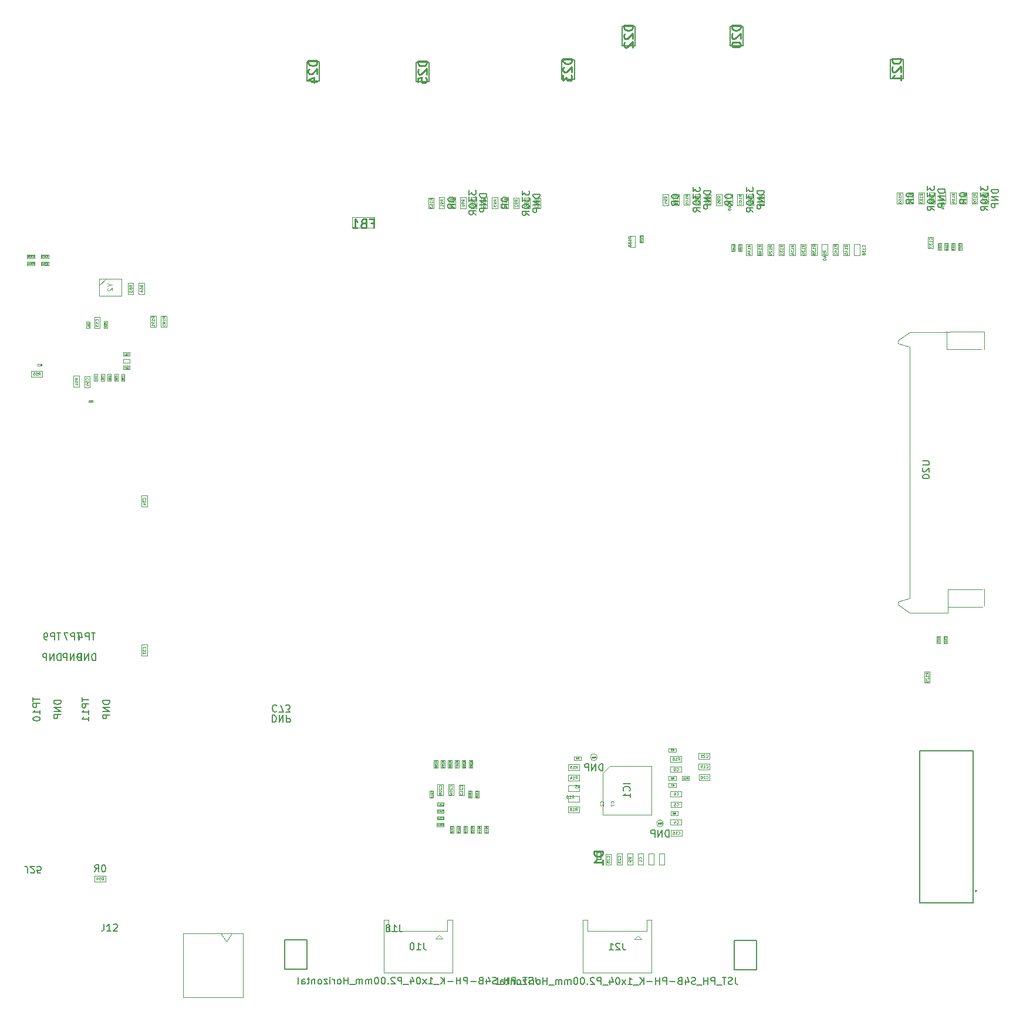
<source format=gbr>
G04 #@! TF.GenerationSoftware,KiCad,Pcbnew,8.0.0-rc1*
G04 #@! TF.CreationDate,2025-03-26T09:49:13+03:00*
G04 #@! TF.ProjectId,Movita_3566_HXV_Router_V4.1,4d6f7669-7461-45f3-9335-36365f485856,REV1*
G04 #@! TF.SameCoordinates,Original*
G04 #@! TF.FileFunction,AssemblyDrawing,Bot*
%FSLAX46Y46*%
G04 Gerber Fmt 4.6, Leading zero omitted, Abs format (unit mm)*
G04 Created by KiCad (PCBNEW 8.0.0-rc1) date 2025-03-26 09:49:13*
%MOMM*%
%LPD*%
G01*
G04 APERTURE LIST*
%ADD10C,0.150000*%
%ADD11C,0.040000*%
%ADD12C,0.060000*%
%ADD13C,0.254000*%
%ADD14C,0.105000*%
%ADD15C,0.152400*%
%ADD16C,0.100000*%
%ADD17C,0.200000*%
%ADD18C,0.127000*%
G04 APERTURE END LIST*
D10*
X72791476Y-159932319D02*
X72791476Y-160646604D01*
X72791476Y-160646604D02*
X72743857Y-160789461D01*
X72743857Y-160789461D02*
X72648619Y-160884700D01*
X72648619Y-160884700D02*
X72505762Y-160932319D01*
X72505762Y-160932319D02*
X72410524Y-160932319D01*
X73791476Y-160932319D02*
X73220048Y-160932319D01*
X73505762Y-160932319D02*
X73505762Y-159932319D01*
X73505762Y-159932319D02*
X73410524Y-160075176D01*
X73410524Y-160075176D02*
X73315286Y-160170414D01*
X73315286Y-160170414D02*
X73220048Y-160218033D01*
X74172429Y-160027557D02*
X74220048Y-159979938D01*
X74220048Y-159979938D02*
X74315286Y-159932319D01*
X74315286Y-159932319D02*
X74553381Y-159932319D01*
X74553381Y-159932319D02*
X74648619Y-159979938D01*
X74648619Y-159979938D02*
X74696238Y-160027557D01*
X74696238Y-160027557D02*
X74743857Y-160122795D01*
X74743857Y-160122795D02*
X74743857Y-160218033D01*
X74743857Y-160218033D02*
X74696238Y-160360890D01*
X74696238Y-160360890D02*
X74124810Y-160932319D01*
X74124810Y-160932319D02*
X74743857Y-160932319D01*
D11*
X73129765Y-73319285D02*
X73141670Y-73307381D01*
X73141670Y-73307381D02*
X73153574Y-73271666D01*
X73153574Y-73271666D02*
X73153574Y-73247857D01*
X73153574Y-73247857D02*
X73141670Y-73212143D01*
X73141670Y-73212143D02*
X73117860Y-73188333D01*
X73117860Y-73188333D02*
X73094050Y-73176428D01*
X73094050Y-73176428D02*
X73046431Y-73164524D01*
X73046431Y-73164524D02*
X73010717Y-73164524D01*
X73010717Y-73164524D02*
X72963098Y-73176428D01*
X72963098Y-73176428D02*
X72939289Y-73188333D01*
X72939289Y-73188333D02*
X72915479Y-73212143D01*
X72915479Y-73212143D02*
X72903574Y-73247857D01*
X72903574Y-73247857D02*
X72903574Y-73271666D01*
X72903574Y-73271666D02*
X72915479Y-73307381D01*
X72915479Y-73307381D02*
X72927384Y-73319285D01*
X72903574Y-73545476D02*
X72903574Y-73426428D01*
X72903574Y-73426428D02*
X73022622Y-73414524D01*
X73022622Y-73414524D02*
X73010717Y-73426428D01*
X73010717Y-73426428D02*
X72998812Y-73450238D01*
X72998812Y-73450238D02*
X72998812Y-73509762D01*
X72998812Y-73509762D02*
X73010717Y-73533571D01*
X73010717Y-73533571D02*
X73022622Y-73545476D01*
X73022622Y-73545476D02*
X73046431Y-73557381D01*
X73046431Y-73557381D02*
X73105955Y-73557381D01*
X73105955Y-73557381D02*
X73129765Y-73545476D01*
X73129765Y-73545476D02*
X73141670Y-73533571D01*
X73141670Y-73533571D02*
X73153574Y-73509762D01*
X73153574Y-73509762D02*
X73153574Y-73450238D01*
X73153574Y-73450238D02*
X73141670Y-73426428D01*
X73141670Y-73426428D02*
X73129765Y-73414524D01*
X72927384Y-73652619D02*
X72915479Y-73664523D01*
X72915479Y-73664523D02*
X72903574Y-73688333D01*
X72903574Y-73688333D02*
X72903574Y-73747857D01*
X72903574Y-73747857D02*
X72915479Y-73771666D01*
X72915479Y-73771666D02*
X72927384Y-73783571D01*
X72927384Y-73783571D02*
X72951193Y-73795476D01*
X72951193Y-73795476D02*
X72975003Y-73795476D01*
X72975003Y-73795476D02*
X73010717Y-73783571D01*
X73010717Y-73783571D02*
X73153574Y-73640714D01*
X73153574Y-73640714D02*
X73153574Y-73795476D01*
D10*
X66565713Y-121924819D02*
X66565713Y-120924819D01*
X66565713Y-120924819D02*
X66327618Y-120924819D01*
X66327618Y-120924819D02*
X66184761Y-120972438D01*
X66184761Y-120972438D02*
X66089523Y-121067676D01*
X66089523Y-121067676D02*
X66041904Y-121162914D01*
X66041904Y-121162914D02*
X65994285Y-121353390D01*
X65994285Y-121353390D02*
X65994285Y-121496247D01*
X65994285Y-121496247D02*
X66041904Y-121686723D01*
X66041904Y-121686723D02*
X66089523Y-121781961D01*
X66089523Y-121781961D02*
X66184761Y-121877200D01*
X66184761Y-121877200D02*
X66327618Y-121924819D01*
X66327618Y-121924819D02*
X66565713Y-121924819D01*
X65565713Y-121924819D02*
X65565713Y-120924819D01*
X65565713Y-120924819D02*
X64994285Y-121924819D01*
X64994285Y-121924819D02*
X64994285Y-120924819D01*
X64518094Y-121924819D02*
X64518094Y-120924819D01*
X64518094Y-120924819D02*
X64137142Y-120924819D01*
X64137142Y-120924819D02*
X64041904Y-120972438D01*
X64041904Y-120972438D02*
X63994285Y-121020057D01*
X63994285Y-121020057D02*
X63946666Y-121115295D01*
X63946666Y-121115295D02*
X63946666Y-121258152D01*
X63946666Y-121258152D02*
X63994285Y-121353390D01*
X63994285Y-121353390D02*
X64041904Y-121401009D01*
X64041904Y-121401009D02*
X64137142Y-121448628D01*
X64137142Y-121448628D02*
X64518094Y-121448628D01*
X66541904Y-117924819D02*
X65970476Y-117924819D01*
X66256190Y-118924819D02*
X66256190Y-117924819D01*
X65637142Y-118924819D02*
X65637142Y-117924819D01*
X65637142Y-117924819D02*
X65256190Y-117924819D01*
X65256190Y-117924819D02*
X65160952Y-117972438D01*
X65160952Y-117972438D02*
X65113333Y-118020057D01*
X65113333Y-118020057D02*
X65065714Y-118115295D01*
X65065714Y-118115295D02*
X65065714Y-118258152D01*
X65065714Y-118258152D02*
X65113333Y-118353390D01*
X65113333Y-118353390D02*
X65160952Y-118401009D01*
X65160952Y-118401009D02*
X65256190Y-118448628D01*
X65256190Y-118448628D02*
X65637142Y-118448628D01*
X64589523Y-118924819D02*
X64399047Y-118924819D01*
X64399047Y-118924819D02*
X64303809Y-118877200D01*
X64303809Y-118877200D02*
X64256190Y-118829580D01*
X64256190Y-118829580D02*
X64160952Y-118686723D01*
X64160952Y-118686723D02*
X64113333Y-118496247D01*
X64113333Y-118496247D02*
X64113333Y-118115295D01*
X64113333Y-118115295D02*
X64160952Y-118020057D01*
X64160952Y-118020057D02*
X64208571Y-117972438D01*
X64208571Y-117972438D02*
X64303809Y-117924819D01*
X64303809Y-117924819D02*
X64494285Y-117924819D01*
X64494285Y-117924819D02*
X64589523Y-117972438D01*
X64589523Y-117972438D02*
X64637142Y-118020057D01*
X64637142Y-118020057D02*
X64684761Y-118115295D01*
X64684761Y-118115295D02*
X64684761Y-118353390D01*
X64684761Y-118353390D02*
X64637142Y-118448628D01*
X64637142Y-118448628D02*
X64589523Y-118496247D01*
X64589523Y-118496247D02*
X64494285Y-118543866D01*
X64494285Y-118543866D02*
X64303809Y-118543866D01*
X64303809Y-118543866D02*
X64208571Y-118496247D01*
X64208571Y-118496247D02*
X64160952Y-118448628D01*
X64160952Y-118448628D02*
X64113333Y-118353390D01*
D11*
X141133332Y-136163200D02*
X141219999Y-136039391D01*
X141281904Y-136163200D02*
X141281904Y-135903200D01*
X141281904Y-135903200D02*
X141182856Y-135903200D01*
X141182856Y-135903200D02*
X141158094Y-135915581D01*
X141158094Y-135915581D02*
X141145713Y-135927962D01*
X141145713Y-135927962D02*
X141133332Y-135952724D01*
X141133332Y-135952724D02*
X141133332Y-135989867D01*
X141133332Y-135989867D02*
X141145713Y-136014629D01*
X141145713Y-136014629D02*
X141158094Y-136027010D01*
X141158094Y-136027010D02*
X141182856Y-136039391D01*
X141182856Y-136039391D02*
X141281904Y-136039391D01*
X140910475Y-135989867D02*
X140910475Y-136163200D01*
X140972380Y-135890820D02*
X141034285Y-136076534D01*
X141034285Y-136076534D02*
X140873332Y-136076534D01*
X70619765Y-73359285D02*
X70631670Y-73347381D01*
X70631670Y-73347381D02*
X70643574Y-73311666D01*
X70643574Y-73311666D02*
X70643574Y-73287857D01*
X70643574Y-73287857D02*
X70631670Y-73252143D01*
X70631670Y-73252143D02*
X70607860Y-73228333D01*
X70607860Y-73228333D02*
X70584050Y-73216428D01*
X70584050Y-73216428D02*
X70536431Y-73204524D01*
X70536431Y-73204524D02*
X70500717Y-73204524D01*
X70500717Y-73204524D02*
X70453098Y-73216428D01*
X70453098Y-73216428D02*
X70429289Y-73228333D01*
X70429289Y-73228333D02*
X70405479Y-73252143D01*
X70405479Y-73252143D02*
X70393574Y-73287857D01*
X70393574Y-73287857D02*
X70393574Y-73311666D01*
X70393574Y-73311666D02*
X70405479Y-73347381D01*
X70405479Y-73347381D02*
X70417384Y-73359285D01*
X70393574Y-73585476D02*
X70393574Y-73466428D01*
X70393574Y-73466428D02*
X70512622Y-73454524D01*
X70512622Y-73454524D02*
X70500717Y-73466428D01*
X70500717Y-73466428D02*
X70488812Y-73490238D01*
X70488812Y-73490238D02*
X70488812Y-73549762D01*
X70488812Y-73549762D02*
X70500717Y-73573571D01*
X70500717Y-73573571D02*
X70512622Y-73585476D01*
X70512622Y-73585476D02*
X70536431Y-73597381D01*
X70536431Y-73597381D02*
X70595955Y-73597381D01*
X70595955Y-73597381D02*
X70619765Y-73585476D01*
X70619765Y-73585476D02*
X70631670Y-73573571D01*
X70631670Y-73573571D02*
X70643574Y-73549762D01*
X70643574Y-73549762D02*
X70643574Y-73490238D01*
X70643574Y-73490238D02*
X70631670Y-73466428D01*
X70631670Y-73466428D02*
X70619765Y-73454524D01*
X70643574Y-73835476D02*
X70643574Y-73692619D01*
X70643574Y-73764047D02*
X70393574Y-73764047D01*
X70393574Y-73764047D02*
X70429289Y-73740238D01*
X70429289Y-73740238D02*
X70453098Y-73716428D01*
X70453098Y-73716428D02*
X70465003Y-73692619D01*
D12*
X80071927Y-72544881D02*
X79881451Y-72411548D01*
X80071927Y-72316310D02*
X79671927Y-72316310D01*
X79671927Y-72316310D02*
X79671927Y-72468691D01*
X79671927Y-72468691D02*
X79690975Y-72506786D01*
X79690975Y-72506786D02*
X79710022Y-72525833D01*
X79710022Y-72525833D02*
X79748118Y-72544881D01*
X79748118Y-72544881D02*
X79805260Y-72544881D01*
X79805260Y-72544881D02*
X79843356Y-72525833D01*
X79843356Y-72525833D02*
X79862403Y-72506786D01*
X79862403Y-72506786D02*
X79881451Y-72468691D01*
X79881451Y-72468691D02*
X79881451Y-72316310D01*
X80071927Y-72925833D02*
X80071927Y-72697262D01*
X80071927Y-72811548D02*
X79671927Y-72811548D01*
X79671927Y-72811548D02*
X79729070Y-72773452D01*
X79729070Y-72773452D02*
X79767165Y-72735357D01*
X79767165Y-72735357D02*
X79786213Y-72697262D01*
X80071927Y-73116309D02*
X80071927Y-73192500D01*
X80071927Y-73192500D02*
X80052880Y-73230595D01*
X80052880Y-73230595D02*
X80033832Y-73249643D01*
X80033832Y-73249643D02*
X79976689Y-73287738D01*
X79976689Y-73287738D02*
X79900499Y-73306785D01*
X79900499Y-73306785D02*
X79748118Y-73306785D01*
X79748118Y-73306785D02*
X79710022Y-73287738D01*
X79710022Y-73287738D02*
X79690975Y-73268690D01*
X79690975Y-73268690D02*
X79671927Y-73230595D01*
X79671927Y-73230595D02*
X79671927Y-73154404D01*
X79671927Y-73154404D02*
X79690975Y-73116309D01*
X79690975Y-73116309D02*
X79710022Y-73097262D01*
X79710022Y-73097262D02*
X79748118Y-73078214D01*
X79748118Y-73078214D02*
X79843356Y-73078214D01*
X79843356Y-73078214D02*
X79881451Y-73097262D01*
X79881451Y-73097262D02*
X79900499Y-73116309D01*
X79900499Y-73116309D02*
X79919546Y-73154404D01*
X79919546Y-73154404D02*
X79919546Y-73230595D01*
X79919546Y-73230595D02*
X79900499Y-73268690D01*
X79900499Y-73268690D02*
X79881451Y-73287738D01*
X79881451Y-73287738D02*
X79843356Y-73306785D01*
X80071927Y-73687737D02*
X80071927Y-73459166D01*
X80071927Y-73573452D02*
X79671927Y-73573452D01*
X79671927Y-73573452D02*
X79729070Y-73535356D01*
X79729070Y-73535356D02*
X79767165Y-73497261D01*
X79767165Y-73497261D02*
X79786213Y-73459166D01*
D11*
X125029765Y-146000238D02*
X125041670Y-145988334D01*
X125041670Y-145988334D02*
X125053574Y-145952619D01*
X125053574Y-145952619D02*
X125053574Y-145928810D01*
X125053574Y-145928810D02*
X125041670Y-145893096D01*
X125041670Y-145893096D02*
X125017860Y-145869286D01*
X125017860Y-145869286D02*
X124994050Y-145857381D01*
X124994050Y-145857381D02*
X124946431Y-145845477D01*
X124946431Y-145845477D02*
X124910717Y-145845477D01*
X124910717Y-145845477D02*
X124863098Y-145857381D01*
X124863098Y-145857381D02*
X124839289Y-145869286D01*
X124839289Y-145869286D02*
X124815479Y-145893096D01*
X124815479Y-145893096D02*
X124803574Y-145928810D01*
X124803574Y-145928810D02*
X124803574Y-145952619D01*
X124803574Y-145952619D02*
X124815479Y-145988334D01*
X124815479Y-145988334D02*
X124827384Y-146000238D01*
X125053574Y-146238334D02*
X125053574Y-146095477D01*
X125053574Y-146166905D02*
X124803574Y-146166905D01*
X124803574Y-146166905D02*
X124839289Y-146143096D01*
X124839289Y-146143096D02*
X124863098Y-146119286D01*
X124863098Y-146119286D02*
X124875003Y-146095477D01*
X125053574Y-146476429D02*
X125053574Y-146333572D01*
X125053574Y-146405000D02*
X124803574Y-146405000D01*
X124803574Y-146405000D02*
X124839289Y-146381191D01*
X124839289Y-146381191D02*
X124863098Y-146357381D01*
X124863098Y-146357381D02*
X124875003Y-146333572D01*
X125053574Y-146595476D02*
X125053574Y-146643095D01*
X125053574Y-146643095D02*
X125041670Y-146666905D01*
X125041670Y-146666905D02*
X125029765Y-146678809D01*
X125029765Y-146678809D02*
X124994050Y-146702619D01*
X124994050Y-146702619D02*
X124946431Y-146714524D01*
X124946431Y-146714524D02*
X124851193Y-146714524D01*
X124851193Y-146714524D02*
X124827384Y-146702619D01*
X124827384Y-146702619D02*
X124815479Y-146690714D01*
X124815479Y-146690714D02*
X124803574Y-146666905D01*
X124803574Y-146666905D02*
X124803574Y-146619286D01*
X124803574Y-146619286D02*
X124815479Y-146595476D01*
X124815479Y-146595476D02*
X124827384Y-146583571D01*
X124827384Y-146583571D02*
X124851193Y-146571667D01*
X124851193Y-146571667D02*
X124910717Y-146571667D01*
X124910717Y-146571667D02*
X124934527Y-146583571D01*
X124934527Y-146583571D02*
X124946431Y-146595476D01*
X124946431Y-146595476D02*
X124958336Y-146619286D01*
X124958336Y-146619286D02*
X124958336Y-146666905D01*
X124958336Y-146666905D02*
X124946431Y-146690714D01*
X124946431Y-146690714D02*
X124934527Y-146702619D01*
X124934527Y-146702619D02*
X124910717Y-146714524D01*
X123049765Y-146000238D02*
X123061670Y-145988334D01*
X123061670Y-145988334D02*
X123073574Y-145952619D01*
X123073574Y-145952619D02*
X123073574Y-145928810D01*
X123073574Y-145928810D02*
X123061670Y-145893096D01*
X123061670Y-145893096D02*
X123037860Y-145869286D01*
X123037860Y-145869286D02*
X123014050Y-145857381D01*
X123014050Y-145857381D02*
X122966431Y-145845477D01*
X122966431Y-145845477D02*
X122930717Y-145845477D01*
X122930717Y-145845477D02*
X122883098Y-145857381D01*
X122883098Y-145857381D02*
X122859289Y-145869286D01*
X122859289Y-145869286D02*
X122835479Y-145893096D01*
X122835479Y-145893096D02*
X122823574Y-145928810D01*
X122823574Y-145928810D02*
X122823574Y-145952619D01*
X122823574Y-145952619D02*
X122835479Y-145988334D01*
X122835479Y-145988334D02*
X122847384Y-146000238D01*
X122847384Y-146095477D02*
X122835479Y-146107381D01*
X122835479Y-146107381D02*
X122823574Y-146131191D01*
X122823574Y-146131191D02*
X122823574Y-146190715D01*
X122823574Y-146190715D02*
X122835479Y-146214524D01*
X122835479Y-146214524D02*
X122847384Y-146226429D01*
X122847384Y-146226429D02*
X122871193Y-146238334D01*
X122871193Y-146238334D02*
X122895003Y-146238334D01*
X122895003Y-146238334D02*
X122930717Y-146226429D01*
X122930717Y-146226429D02*
X123073574Y-146083572D01*
X123073574Y-146083572D02*
X123073574Y-146238334D01*
X123073574Y-146476429D02*
X123073574Y-146333572D01*
X123073574Y-146405000D02*
X122823574Y-146405000D01*
X122823574Y-146405000D02*
X122859289Y-146381191D01*
X122859289Y-146381191D02*
X122883098Y-146357381D01*
X122883098Y-146357381D02*
X122895003Y-146333572D01*
X122823574Y-146690714D02*
X122823574Y-146643095D01*
X122823574Y-146643095D02*
X122835479Y-146619286D01*
X122835479Y-146619286D02*
X122847384Y-146607381D01*
X122847384Y-146607381D02*
X122883098Y-146583571D01*
X122883098Y-146583571D02*
X122930717Y-146571667D01*
X122930717Y-146571667D02*
X123025955Y-146571667D01*
X123025955Y-146571667D02*
X123049765Y-146583571D01*
X123049765Y-146583571D02*
X123061670Y-146595476D01*
X123061670Y-146595476D02*
X123073574Y-146619286D01*
X123073574Y-146619286D02*
X123073574Y-146666905D01*
X123073574Y-146666905D02*
X123061670Y-146690714D01*
X123061670Y-146690714D02*
X123049765Y-146702619D01*
X123049765Y-146702619D02*
X123025955Y-146714524D01*
X123025955Y-146714524D02*
X122966431Y-146714524D01*
X122966431Y-146714524D02*
X122942622Y-146702619D01*
X122942622Y-146702619D02*
X122930717Y-146690714D01*
X122930717Y-146690714D02*
X122918812Y-146666905D01*
X122918812Y-146666905D02*
X122918812Y-146619286D01*
X122918812Y-146619286D02*
X122930717Y-146595476D01*
X122930717Y-146595476D02*
X122942622Y-146583571D01*
X122942622Y-146583571D02*
X122966431Y-146571667D01*
X154823332Y-140008200D02*
X154909999Y-139884391D01*
X154971904Y-140008200D02*
X154971904Y-139748200D01*
X154971904Y-139748200D02*
X154872856Y-139748200D01*
X154872856Y-139748200D02*
X154848094Y-139760581D01*
X154848094Y-139760581D02*
X154835713Y-139772962D01*
X154835713Y-139772962D02*
X154823332Y-139797724D01*
X154823332Y-139797724D02*
X154823332Y-139834867D01*
X154823332Y-139834867D02*
X154835713Y-139859629D01*
X154835713Y-139859629D02*
X154848094Y-139872010D01*
X154848094Y-139872010D02*
X154872856Y-139884391D01*
X154872856Y-139884391D02*
X154971904Y-139884391D01*
X154736666Y-139748200D02*
X154563332Y-139748200D01*
X154563332Y-139748200D02*
X154674761Y-140008200D01*
D12*
X81621927Y-72534881D02*
X81431451Y-72401548D01*
X81621927Y-72306310D02*
X81221927Y-72306310D01*
X81221927Y-72306310D02*
X81221927Y-72458691D01*
X81221927Y-72458691D02*
X81240975Y-72496786D01*
X81240975Y-72496786D02*
X81260022Y-72515833D01*
X81260022Y-72515833D02*
X81298118Y-72534881D01*
X81298118Y-72534881D02*
X81355260Y-72534881D01*
X81355260Y-72534881D02*
X81393356Y-72515833D01*
X81393356Y-72515833D02*
X81412403Y-72496786D01*
X81412403Y-72496786D02*
X81431451Y-72458691D01*
X81431451Y-72458691D02*
X81431451Y-72306310D01*
X81621927Y-72915833D02*
X81621927Y-72687262D01*
X81621927Y-72801548D02*
X81221927Y-72801548D01*
X81221927Y-72801548D02*
X81279070Y-72763452D01*
X81279070Y-72763452D02*
X81317165Y-72725357D01*
X81317165Y-72725357D02*
X81336213Y-72687262D01*
X81621927Y-73106309D02*
X81621927Y-73182500D01*
X81621927Y-73182500D02*
X81602880Y-73220595D01*
X81602880Y-73220595D02*
X81583832Y-73239643D01*
X81583832Y-73239643D02*
X81526689Y-73277738D01*
X81526689Y-73277738D02*
X81450499Y-73296785D01*
X81450499Y-73296785D02*
X81298118Y-73296785D01*
X81298118Y-73296785D02*
X81260022Y-73277738D01*
X81260022Y-73277738D02*
X81240975Y-73258690D01*
X81240975Y-73258690D02*
X81221927Y-73220595D01*
X81221927Y-73220595D02*
X81221927Y-73144404D01*
X81221927Y-73144404D02*
X81240975Y-73106309D01*
X81240975Y-73106309D02*
X81260022Y-73087262D01*
X81260022Y-73087262D02*
X81298118Y-73068214D01*
X81298118Y-73068214D02*
X81393356Y-73068214D01*
X81393356Y-73068214D02*
X81431451Y-73087262D01*
X81431451Y-73087262D02*
X81450499Y-73106309D01*
X81450499Y-73106309D02*
X81469546Y-73144404D01*
X81469546Y-73144404D02*
X81469546Y-73220595D01*
X81469546Y-73220595D02*
X81450499Y-73258690D01*
X81450499Y-73258690D02*
X81431451Y-73277738D01*
X81431451Y-73277738D02*
X81393356Y-73296785D01*
X81221927Y-73430118D02*
X81221927Y-73677737D01*
X81221927Y-73677737D02*
X81374308Y-73544404D01*
X81374308Y-73544404D02*
X81374308Y-73601547D01*
X81374308Y-73601547D02*
X81393356Y-73639642D01*
X81393356Y-73639642D02*
X81412403Y-73658690D01*
X81412403Y-73658690D02*
X81450499Y-73677737D01*
X81450499Y-73677737D02*
X81545737Y-73677737D01*
X81545737Y-73677737D02*
X81583832Y-73658690D01*
X81583832Y-73658690D02*
X81602880Y-73639642D01*
X81602880Y-73639642D02*
X81621927Y-73601547D01*
X81621927Y-73601547D02*
X81621927Y-73487261D01*
X81621927Y-73487261D02*
X81602880Y-73449166D01*
X81602880Y-73449166D02*
X81583832Y-73430118D01*
D10*
X188504819Y-54707381D02*
X188504819Y-54802619D01*
X188504819Y-54802619D02*
X188552438Y-54897857D01*
X188552438Y-54897857D02*
X188600057Y-54945476D01*
X188600057Y-54945476D02*
X188695295Y-54993095D01*
X188695295Y-54993095D02*
X188885771Y-55040714D01*
X188885771Y-55040714D02*
X189123866Y-55040714D01*
X189123866Y-55040714D02*
X189314342Y-54993095D01*
X189314342Y-54993095D02*
X189409580Y-54945476D01*
X189409580Y-54945476D02*
X189457200Y-54897857D01*
X189457200Y-54897857D02*
X189504819Y-54802619D01*
X189504819Y-54802619D02*
X189504819Y-54707381D01*
X189504819Y-54707381D02*
X189457200Y-54612143D01*
X189457200Y-54612143D02*
X189409580Y-54564524D01*
X189409580Y-54564524D02*
X189314342Y-54516905D01*
X189314342Y-54516905D02*
X189123866Y-54469286D01*
X189123866Y-54469286D02*
X188885771Y-54469286D01*
X188885771Y-54469286D02*
X188695295Y-54516905D01*
X188695295Y-54516905D02*
X188600057Y-54564524D01*
X188600057Y-54564524D02*
X188552438Y-54612143D01*
X188552438Y-54612143D02*
X188504819Y-54707381D01*
X189504819Y-56040714D02*
X189028628Y-55707381D01*
X189504819Y-55469286D02*
X188504819Y-55469286D01*
X188504819Y-55469286D02*
X188504819Y-55850238D01*
X188504819Y-55850238D02*
X188552438Y-55945476D01*
X188552438Y-55945476D02*
X188600057Y-55993095D01*
X188600057Y-55993095D02*
X188695295Y-56040714D01*
X188695295Y-56040714D02*
X188838152Y-56040714D01*
X188838152Y-56040714D02*
X188933390Y-55993095D01*
X188933390Y-55993095D02*
X188981009Y-55945476D01*
X188981009Y-55945476D02*
X189028628Y-55850238D01*
X189028628Y-55850238D02*
X189028628Y-55469286D01*
D12*
X187801927Y-54807381D02*
X187611451Y-54674048D01*
X187801927Y-54578810D02*
X187401927Y-54578810D01*
X187401927Y-54578810D02*
X187401927Y-54731191D01*
X187401927Y-54731191D02*
X187420975Y-54769286D01*
X187420975Y-54769286D02*
X187440022Y-54788333D01*
X187440022Y-54788333D02*
X187478118Y-54807381D01*
X187478118Y-54807381D02*
X187535260Y-54807381D01*
X187535260Y-54807381D02*
X187573356Y-54788333D01*
X187573356Y-54788333D02*
X187592403Y-54769286D01*
X187592403Y-54769286D02*
X187611451Y-54731191D01*
X187611451Y-54731191D02*
X187611451Y-54578810D01*
X187801927Y-55188333D02*
X187801927Y-54959762D01*
X187801927Y-55074048D02*
X187401927Y-55074048D01*
X187401927Y-55074048D02*
X187459070Y-55035952D01*
X187459070Y-55035952D02*
X187497165Y-54997857D01*
X187497165Y-54997857D02*
X187516213Y-54959762D01*
X187401927Y-55435952D02*
X187401927Y-55474047D01*
X187401927Y-55474047D02*
X187420975Y-55512143D01*
X187420975Y-55512143D02*
X187440022Y-55531190D01*
X187440022Y-55531190D02*
X187478118Y-55550238D01*
X187478118Y-55550238D02*
X187554308Y-55569285D01*
X187554308Y-55569285D02*
X187649546Y-55569285D01*
X187649546Y-55569285D02*
X187725737Y-55550238D01*
X187725737Y-55550238D02*
X187763832Y-55531190D01*
X187763832Y-55531190D02*
X187782880Y-55512143D01*
X187782880Y-55512143D02*
X187801927Y-55474047D01*
X187801927Y-55474047D02*
X187801927Y-55435952D01*
X187801927Y-55435952D02*
X187782880Y-55397857D01*
X187782880Y-55397857D02*
X187763832Y-55378809D01*
X187763832Y-55378809D02*
X187725737Y-55359762D01*
X187725737Y-55359762D02*
X187649546Y-55340714D01*
X187649546Y-55340714D02*
X187554308Y-55340714D01*
X187554308Y-55340714D02*
X187478118Y-55359762D01*
X187478118Y-55359762D02*
X187440022Y-55378809D01*
X187440022Y-55378809D02*
X187420975Y-55397857D01*
X187420975Y-55397857D02*
X187401927Y-55435952D01*
X187401927Y-55816904D02*
X187401927Y-55854999D01*
X187401927Y-55854999D02*
X187420975Y-55893095D01*
X187420975Y-55893095D02*
X187440022Y-55912142D01*
X187440022Y-55912142D02*
X187478118Y-55931190D01*
X187478118Y-55931190D02*
X187554308Y-55950237D01*
X187554308Y-55950237D02*
X187649546Y-55950237D01*
X187649546Y-55950237D02*
X187725737Y-55931190D01*
X187725737Y-55931190D02*
X187763832Y-55912142D01*
X187763832Y-55912142D02*
X187782880Y-55893095D01*
X187782880Y-55893095D02*
X187801927Y-55854999D01*
X187801927Y-55854999D02*
X187801927Y-55816904D01*
X187801927Y-55816904D02*
X187782880Y-55778809D01*
X187782880Y-55778809D02*
X187763832Y-55759761D01*
X187763832Y-55759761D02*
X187725737Y-55740714D01*
X187725737Y-55740714D02*
X187649546Y-55721666D01*
X187649546Y-55721666D02*
X187554308Y-55721666D01*
X187554308Y-55721666D02*
X187478118Y-55740714D01*
X187478118Y-55740714D02*
X187440022Y-55759761D01*
X187440022Y-55759761D02*
X187420975Y-55778809D01*
X187420975Y-55778809D02*
X187401927Y-55816904D01*
D10*
X148694819Y-139663810D02*
X147694819Y-139663810D01*
X148599580Y-140711428D02*
X148647200Y-140663809D01*
X148647200Y-140663809D02*
X148694819Y-140520952D01*
X148694819Y-140520952D02*
X148694819Y-140425714D01*
X148694819Y-140425714D02*
X148647200Y-140282857D01*
X148647200Y-140282857D02*
X148551961Y-140187619D01*
X148551961Y-140187619D02*
X148456723Y-140140000D01*
X148456723Y-140140000D02*
X148266247Y-140092381D01*
X148266247Y-140092381D02*
X148123390Y-140092381D01*
X148123390Y-140092381D02*
X147932914Y-140140000D01*
X147932914Y-140140000D02*
X147837676Y-140187619D01*
X147837676Y-140187619D02*
X147742438Y-140282857D01*
X147742438Y-140282857D02*
X147694819Y-140425714D01*
X147694819Y-140425714D02*
X147694819Y-140520952D01*
X147694819Y-140520952D02*
X147742438Y-140663809D01*
X147742438Y-140663809D02*
X147790057Y-140711428D01*
X148694819Y-141663809D02*
X148694819Y-141092381D01*
X148694819Y-141378095D02*
X147694819Y-141378095D01*
X147694819Y-141378095D02*
X147837676Y-141282857D01*
X147837676Y-141282857D02*
X147932914Y-141187619D01*
X147932914Y-141187619D02*
X147980533Y-141092381D01*
D11*
X64550951Y-64800700D02*
X64637618Y-64676891D01*
X64699523Y-64800700D02*
X64699523Y-64540700D01*
X64699523Y-64540700D02*
X64600475Y-64540700D01*
X64600475Y-64540700D02*
X64575713Y-64553081D01*
X64575713Y-64553081D02*
X64563332Y-64565462D01*
X64563332Y-64565462D02*
X64550951Y-64590224D01*
X64550951Y-64590224D02*
X64550951Y-64627367D01*
X64550951Y-64627367D02*
X64563332Y-64652129D01*
X64563332Y-64652129D02*
X64575713Y-64664510D01*
X64575713Y-64664510D02*
X64600475Y-64676891D01*
X64600475Y-64676891D02*
X64699523Y-64676891D01*
X64451904Y-64565462D02*
X64439523Y-64553081D01*
X64439523Y-64553081D02*
X64414761Y-64540700D01*
X64414761Y-64540700D02*
X64352856Y-64540700D01*
X64352856Y-64540700D02*
X64328094Y-64553081D01*
X64328094Y-64553081D02*
X64315713Y-64565462D01*
X64315713Y-64565462D02*
X64303332Y-64590224D01*
X64303332Y-64590224D02*
X64303332Y-64614986D01*
X64303332Y-64614986D02*
X64315713Y-64652129D01*
X64315713Y-64652129D02*
X64464285Y-64800700D01*
X64464285Y-64800700D02*
X64303332Y-64800700D01*
X64142380Y-64540700D02*
X64117618Y-64540700D01*
X64117618Y-64540700D02*
X64092856Y-64553081D01*
X64092856Y-64553081D02*
X64080475Y-64565462D01*
X64080475Y-64565462D02*
X64068094Y-64590224D01*
X64068094Y-64590224D02*
X64055713Y-64639748D01*
X64055713Y-64639748D02*
X64055713Y-64701653D01*
X64055713Y-64701653D02*
X64068094Y-64751177D01*
X64068094Y-64751177D02*
X64080475Y-64775939D01*
X64080475Y-64775939D02*
X64092856Y-64788320D01*
X64092856Y-64788320D02*
X64117618Y-64800700D01*
X64117618Y-64800700D02*
X64142380Y-64800700D01*
X64142380Y-64800700D02*
X64167142Y-64788320D01*
X64167142Y-64788320D02*
X64179523Y-64775939D01*
X64179523Y-64775939D02*
X64191904Y-64751177D01*
X64191904Y-64751177D02*
X64204285Y-64701653D01*
X64204285Y-64701653D02*
X64204285Y-64639748D01*
X64204285Y-64639748D02*
X64191904Y-64590224D01*
X64191904Y-64590224D02*
X64179523Y-64565462D01*
X64179523Y-64565462D02*
X64167142Y-64553081D01*
X64167142Y-64553081D02*
X64142380Y-64540700D01*
X63832856Y-64627367D02*
X63832856Y-64800700D01*
X63894761Y-64528320D02*
X63956666Y-64714034D01*
X63956666Y-64714034D02*
X63795713Y-64714034D01*
D12*
X197031927Y-54787381D02*
X196841451Y-54654048D01*
X197031927Y-54558810D02*
X196631927Y-54558810D01*
X196631927Y-54558810D02*
X196631927Y-54711191D01*
X196631927Y-54711191D02*
X196650975Y-54749286D01*
X196650975Y-54749286D02*
X196670022Y-54768333D01*
X196670022Y-54768333D02*
X196708118Y-54787381D01*
X196708118Y-54787381D02*
X196765260Y-54787381D01*
X196765260Y-54787381D02*
X196803356Y-54768333D01*
X196803356Y-54768333D02*
X196822403Y-54749286D01*
X196822403Y-54749286D02*
X196841451Y-54711191D01*
X196841451Y-54711191D02*
X196841451Y-54558810D01*
X197031927Y-55168333D02*
X197031927Y-54939762D01*
X197031927Y-55054048D02*
X196631927Y-55054048D01*
X196631927Y-55054048D02*
X196689070Y-55015952D01*
X196689070Y-55015952D02*
X196727165Y-54977857D01*
X196727165Y-54977857D02*
X196746213Y-54939762D01*
X196631927Y-55530238D02*
X196631927Y-55339762D01*
X196631927Y-55339762D02*
X196822403Y-55320714D01*
X196822403Y-55320714D02*
X196803356Y-55339762D01*
X196803356Y-55339762D02*
X196784308Y-55377857D01*
X196784308Y-55377857D02*
X196784308Y-55473095D01*
X196784308Y-55473095D02*
X196803356Y-55511190D01*
X196803356Y-55511190D02*
X196822403Y-55530238D01*
X196822403Y-55530238D02*
X196860499Y-55549285D01*
X196860499Y-55549285D02*
X196955737Y-55549285D01*
X196955737Y-55549285D02*
X196993832Y-55530238D01*
X196993832Y-55530238D02*
X197012880Y-55511190D01*
X197012880Y-55511190D02*
X197031927Y-55473095D01*
X197031927Y-55473095D02*
X197031927Y-55377857D01*
X197031927Y-55377857D02*
X197012880Y-55339762D01*
X197012880Y-55339762D02*
X196993832Y-55320714D01*
X196670022Y-55701666D02*
X196650975Y-55720714D01*
X196650975Y-55720714D02*
X196631927Y-55758809D01*
X196631927Y-55758809D02*
X196631927Y-55854047D01*
X196631927Y-55854047D02*
X196650975Y-55892142D01*
X196650975Y-55892142D02*
X196670022Y-55911190D01*
X196670022Y-55911190D02*
X196708118Y-55930237D01*
X196708118Y-55930237D02*
X196746213Y-55930237D01*
X196746213Y-55930237D02*
X196803356Y-55911190D01*
X196803356Y-55911190D02*
X197031927Y-55682618D01*
X197031927Y-55682618D02*
X197031927Y-55930237D01*
X71933832Y-72955357D02*
X71952880Y-72936309D01*
X71952880Y-72936309D02*
X71971927Y-72879167D01*
X71971927Y-72879167D02*
X71971927Y-72841071D01*
X71971927Y-72841071D02*
X71952880Y-72783928D01*
X71952880Y-72783928D02*
X71914784Y-72745833D01*
X71914784Y-72745833D02*
X71876689Y-72726786D01*
X71876689Y-72726786D02*
X71800499Y-72707738D01*
X71800499Y-72707738D02*
X71743356Y-72707738D01*
X71743356Y-72707738D02*
X71667165Y-72726786D01*
X71667165Y-72726786D02*
X71629070Y-72745833D01*
X71629070Y-72745833D02*
X71590975Y-72783928D01*
X71590975Y-72783928D02*
X71571927Y-72841071D01*
X71571927Y-72841071D02*
X71571927Y-72879167D01*
X71571927Y-72879167D02*
X71590975Y-72936309D01*
X71590975Y-72936309D02*
X71610022Y-72955357D01*
X71571927Y-73317262D02*
X71571927Y-73126786D01*
X71571927Y-73126786D02*
X71762403Y-73107738D01*
X71762403Y-73107738D02*
X71743356Y-73126786D01*
X71743356Y-73126786D02*
X71724308Y-73164881D01*
X71724308Y-73164881D02*
X71724308Y-73260119D01*
X71724308Y-73260119D02*
X71743356Y-73298214D01*
X71743356Y-73298214D02*
X71762403Y-73317262D01*
X71762403Y-73317262D02*
X71800499Y-73336309D01*
X71800499Y-73336309D02*
X71895737Y-73336309D01*
X71895737Y-73336309D02*
X71933832Y-73317262D01*
X71933832Y-73317262D02*
X71952880Y-73298214D01*
X71952880Y-73298214D02*
X71971927Y-73260119D01*
X71971927Y-73260119D02*
X71971927Y-73164881D01*
X71971927Y-73164881D02*
X71952880Y-73126786D01*
X71952880Y-73126786D02*
X71933832Y-73107738D01*
X71571927Y-73469642D02*
X71571927Y-73717261D01*
X71571927Y-73717261D02*
X71724308Y-73583928D01*
X71724308Y-73583928D02*
X71724308Y-73641071D01*
X71724308Y-73641071D02*
X71743356Y-73679166D01*
X71743356Y-73679166D02*
X71762403Y-73698214D01*
X71762403Y-73698214D02*
X71800499Y-73717261D01*
X71800499Y-73717261D02*
X71895737Y-73717261D01*
X71895737Y-73717261D02*
X71933832Y-73698214D01*
X71933832Y-73698214D02*
X71952880Y-73679166D01*
X71952880Y-73679166D02*
X71971927Y-73641071D01*
X71971927Y-73641071D02*
X71971927Y-73526785D01*
X71971927Y-73526785D02*
X71952880Y-73488690D01*
X71952880Y-73488690D02*
X71933832Y-73469642D01*
X159642142Y-135851332D02*
X159661190Y-135870380D01*
X159661190Y-135870380D02*
X159718332Y-135889427D01*
X159718332Y-135889427D02*
X159756428Y-135889427D01*
X159756428Y-135889427D02*
X159813571Y-135870380D01*
X159813571Y-135870380D02*
X159851666Y-135832284D01*
X159851666Y-135832284D02*
X159870713Y-135794189D01*
X159870713Y-135794189D02*
X159889761Y-135717999D01*
X159889761Y-135717999D02*
X159889761Y-135660856D01*
X159889761Y-135660856D02*
X159870713Y-135584665D01*
X159870713Y-135584665D02*
X159851666Y-135546570D01*
X159851666Y-135546570D02*
X159813571Y-135508475D01*
X159813571Y-135508475D02*
X159756428Y-135489427D01*
X159756428Y-135489427D02*
X159718332Y-135489427D01*
X159718332Y-135489427D02*
X159661190Y-135508475D01*
X159661190Y-135508475D02*
X159642142Y-135527522D01*
X159489761Y-135527522D02*
X159470713Y-135508475D01*
X159470713Y-135508475D02*
X159432618Y-135489427D01*
X159432618Y-135489427D02*
X159337380Y-135489427D01*
X159337380Y-135489427D02*
X159299285Y-135508475D01*
X159299285Y-135508475D02*
X159280237Y-135527522D01*
X159280237Y-135527522D02*
X159261190Y-135565618D01*
X159261190Y-135565618D02*
X159261190Y-135603713D01*
X159261190Y-135603713D02*
X159280237Y-135660856D01*
X159280237Y-135660856D02*
X159508809Y-135889427D01*
X159508809Y-135889427D02*
X159261190Y-135889427D01*
X158880238Y-135889427D02*
X159108809Y-135889427D01*
X158994523Y-135889427D02*
X158994523Y-135489427D01*
X158994523Y-135489427D02*
X159032619Y-135546570D01*
X159032619Y-135546570D02*
X159070714Y-135584665D01*
X159070714Y-135584665D02*
X159108809Y-135603713D01*
D11*
X122808200Y-136569048D02*
X122684391Y-136482381D01*
X122808200Y-136420476D02*
X122548200Y-136420476D01*
X122548200Y-136420476D02*
X122548200Y-136519524D01*
X122548200Y-136519524D02*
X122560581Y-136544286D01*
X122560581Y-136544286D02*
X122572962Y-136556667D01*
X122572962Y-136556667D02*
X122597724Y-136569048D01*
X122597724Y-136569048D02*
X122634867Y-136569048D01*
X122634867Y-136569048D02*
X122659629Y-136556667D01*
X122659629Y-136556667D02*
X122672010Y-136544286D01*
X122672010Y-136544286D02*
X122684391Y-136519524D01*
X122684391Y-136519524D02*
X122684391Y-136420476D01*
X122572962Y-136668095D02*
X122560581Y-136680476D01*
X122560581Y-136680476D02*
X122548200Y-136705238D01*
X122548200Y-136705238D02*
X122548200Y-136767143D01*
X122548200Y-136767143D02*
X122560581Y-136791905D01*
X122560581Y-136791905D02*
X122572962Y-136804286D01*
X122572962Y-136804286D02*
X122597724Y-136816667D01*
X122597724Y-136816667D02*
X122622486Y-136816667D01*
X122622486Y-136816667D02*
X122659629Y-136804286D01*
X122659629Y-136804286D02*
X122808200Y-136655714D01*
X122808200Y-136655714D02*
X122808200Y-136816667D01*
X122548200Y-137039524D02*
X122548200Y-136990000D01*
X122548200Y-136990000D02*
X122560581Y-136965238D01*
X122560581Y-136965238D02*
X122572962Y-136952857D01*
X122572962Y-136952857D02*
X122610105Y-136928095D01*
X122610105Y-136928095D02*
X122659629Y-136915714D01*
X122659629Y-136915714D02*
X122758677Y-136915714D01*
X122758677Y-136915714D02*
X122783439Y-136928095D01*
X122783439Y-136928095D02*
X122795820Y-136940476D01*
X122795820Y-136940476D02*
X122808200Y-136965238D01*
X122808200Y-136965238D02*
X122808200Y-137014762D01*
X122808200Y-137014762D02*
X122795820Y-137039524D01*
X122795820Y-137039524D02*
X122783439Y-137051905D01*
X122783439Y-137051905D02*
X122758677Y-137064286D01*
X122758677Y-137064286D02*
X122696772Y-137064286D01*
X122696772Y-137064286D02*
X122672010Y-137051905D01*
X122672010Y-137051905D02*
X122659629Y-137039524D01*
X122659629Y-137039524D02*
X122647248Y-137014762D01*
X122647248Y-137014762D02*
X122647248Y-136965238D01*
X122647248Y-136965238D02*
X122659629Y-136940476D01*
X122659629Y-136940476D02*
X122672010Y-136928095D01*
X122672010Y-136928095D02*
X122696772Y-136915714D01*
X122548200Y-137287143D02*
X122548200Y-137237619D01*
X122548200Y-137237619D02*
X122560581Y-137212857D01*
X122560581Y-137212857D02*
X122572962Y-137200476D01*
X122572962Y-137200476D02*
X122610105Y-137175714D01*
X122610105Y-137175714D02*
X122659629Y-137163333D01*
X122659629Y-137163333D02*
X122758677Y-137163333D01*
X122758677Y-137163333D02*
X122783439Y-137175714D01*
X122783439Y-137175714D02*
X122795820Y-137188095D01*
X122795820Y-137188095D02*
X122808200Y-137212857D01*
X122808200Y-137212857D02*
X122808200Y-137262381D01*
X122808200Y-137262381D02*
X122795820Y-137287143D01*
X122795820Y-137287143D02*
X122783439Y-137299524D01*
X122783439Y-137299524D02*
X122758677Y-137311905D01*
X122758677Y-137311905D02*
X122696772Y-137311905D01*
X122696772Y-137311905D02*
X122672010Y-137299524D01*
X122672010Y-137299524D02*
X122659629Y-137287143D01*
X122659629Y-137287143D02*
X122647248Y-137262381D01*
X122647248Y-137262381D02*
X122647248Y-137212857D01*
X122647248Y-137212857D02*
X122659629Y-137188095D01*
X122659629Y-137188095D02*
X122672010Y-137175714D01*
X122672010Y-137175714D02*
X122696772Y-137163333D01*
D13*
X149064318Y-30330856D02*
X147794318Y-30330856D01*
X147794318Y-30330856D02*
X147794318Y-30633237D01*
X147794318Y-30633237D02*
X147854794Y-30814666D01*
X147854794Y-30814666D02*
X147975746Y-30935618D01*
X147975746Y-30935618D02*
X148096699Y-30996095D01*
X148096699Y-30996095D02*
X148338603Y-31056571D01*
X148338603Y-31056571D02*
X148520032Y-31056571D01*
X148520032Y-31056571D02*
X148761937Y-30996095D01*
X148761937Y-30996095D02*
X148882889Y-30935618D01*
X148882889Y-30935618D02*
X149003842Y-30814666D01*
X149003842Y-30814666D02*
X149064318Y-30633237D01*
X149064318Y-30633237D02*
X149064318Y-30330856D01*
X147915270Y-31540380D02*
X147854794Y-31600856D01*
X147854794Y-31600856D02*
X147794318Y-31721809D01*
X147794318Y-31721809D02*
X147794318Y-32024190D01*
X147794318Y-32024190D02*
X147854794Y-32145142D01*
X147854794Y-32145142D02*
X147915270Y-32205618D01*
X147915270Y-32205618D02*
X148036222Y-32266095D01*
X148036222Y-32266095D02*
X148157175Y-32266095D01*
X148157175Y-32266095D02*
X148338603Y-32205618D01*
X148338603Y-32205618D02*
X149064318Y-31479904D01*
X149064318Y-31479904D02*
X149064318Y-32266095D01*
X147915270Y-32749904D02*
X147854794Y-32810380D01*
X147854794Y-32810380D02*
X147794318Y-32931333D01*
X147794318Y-32931333D02*
X147794318Y-33233714D01*
X147794318Y-33233714D02*
X147854794Y-33354666D01*
X147854794Y-33354666D02*
X147915270Y-33415142D01*
X147915270Y-33415142D02*
X148036222Y-33475619D01*
X148036222Y-33475619D02*
X148157175Y-33475619D01*
X148157175Y-33475619D02*
X148338603Y-33415142D01*
X148338603Y-33415142D02*
X149064318Y-32689428D01*
X149064318Y-32689428D02*
X149064318Y-33475619D01*
D11*
X123828200Y-136569048D02*
X123704391Y-136482381D01*
X123828200Y-136420476D02*
X123568200Y-136420476D01*
X123568200Y-136420476D02*
X123568200Y-136519524D01*
X123568200Y-136519524D02*
X123580581Y-136544286D01*
X123580581Y-136544286D02*
X123592962Y-136556667D01*
X123592962Y-136556667D02*
X123617724Y-136569048D01*
X123617724Y-136569048D02*
X123654867Y-136569048D01*
X123654867Y-136569048D02*
X123679629Y-136556667D01*
X123679629Y-136556667D02*
X123692010Y-136544286D01*
X123692010Y-136544286D02*
X123704391Y-136519524D01*
X123704391Y-136519524D02*
X123704391Y-136420476D01*
X123592962Y-136668095D02*
X123580581Y-136680476D01*
X123580581Y-136680476D02*
X123568200Y-136705238D01*
X123568200Y-136705238D02*
X123568200Y-136767143D01*
X123568200Y-136767143D02*
X123580581Y-136791905D01*
X123580581Y-136791905D02*
X123592962Y-136804286D01*
X123592962Y-136804286D02*
X123617724Y-136816667D01*
X123617724Y-136816667D02*
X123642486Y-136816667D01*
X123642486Y-136816667D02*
X123679629Y-136804286D01*
X123679629Y-136804286D02*
X123828200Y-136655714D01*
X123828200Y-136655714D02*
X123828200Y-136816667D01*
X123568200Y-137039524D02*
X123568200Y-136990000D01*
X123568200Y-136990000D02*
X123580581Y-136965238D01*
X123580581Y-136965238D02*
X123592962Y-136952857D01*
X123592962Y-136952857D02*
X123630105Y-136928095D01*
X123630105Y-136928095D02*
X123679629Y-136915714D01*
X123679629Y-136915714D02*
X123778677Y-136915714D01*
X123778677Y-136915714D02*
X123803439Y-136928095D01*
X123803439Y-136928095D02*
X123815820Y-136940476D01*
X123815820Y-136940476D02*
X123828200Y-136965238D01*
X123828200Y-136965238D02*
X123828200Y-137014762D01*
X123828200Y-137014762D02*
X123815820Y-137039524D01*
X123815820Y-137039524D02*
X123803439Y-137051905D01*
X123803439Y-137051905D02*
X123778677Y-137064286D01*
X123778677Y-137064286D02*
X123716772Y-137064286D01*
X123716772Y-137064286D02*
X123692010Y-137051905D01*
X123692010Y-137051905D02*
X123679629Y-137039524D01*
X123679629Y-137039524D02*
X123667248Y-137014762D01*
X123667248Y-137014762D02*
X123667248Y-136965238D01*
X123667248Y-136965238D02*
X123679629Y-136940476D01*
X123679629Y-136940476D02*
X123692010Y-136928095D01*
X123692010Y-136928095D02*
X123716772Y-136915714D01*
X123568200Y-137150952D02*
X123568200Y-137324286D01*
X123568200Y-137324286D02*
X123828200Y-137212857D01*
D12*
X150343832Y-150523333D02*
X150362880Y-150504285D01*
X150362880Y-150504285D02*
X150381927Y-150447143D01*
X150381927Y-150447143D02*
X150381927Y-150409047D01*
X150381927Y-150409047D02*
X150362880Y-150351904D01*
X150362880Y-150351904D02*
X150324784Y-150313809D01*
X150324784Y-150313809D02*
X150286689Y-150294762D01*
X150286689Y-150294762D02*
X150210499Y-150275714D01*
X150210499Y-150275714D02*
X150153356Y-150275714D01*
X150153356Y-150275714D02*
X150077165Y-150294762D01*
X150077165Y-150294762D02*
X150039070Y-150313809D01*
X150039070Y-150313809D02*
X150000975Y-150351904D01*
X150000975Y-150351904D02*
X149981927Y-150409047D01*
X149981927Y-150409047D02*
X149981927Y-150447143D01*
X149981927Y-150447143D02*
X150000975Y-150504285D01*
X150000975Y-150504285D02*
X150020022Y-150523333D01*
X150381927Y-150904285D02*
X150381927Y-150675714D01*
X150381927Y-150790000D02*
X149981927Y-150790000D01*
X149981927Y-150790000D02*
X150039070Y-150751904D01*
X150039070Y-150751904D02*
X150077165Y-150713809D01*
X150077165Y-150713809D02*
X150096213Y-150675714D01*
D11*
X127048200Y-145999048D02*
X126924391Y-145912381D01*
X127048200Y-145850476D02*
X126788200Y-145850476D01*
X126788200Y-145850476D02*
X126788200Y-145949524D01*
X126788200Y-145949524D02*
X126800581Y-145974286D01*
X126800581Y-145974286D02*
X126812962Y-145986667D01*
X126812962Y-145986667D02*
X126837724Y-145999048D01*
X126837724Y-145999048D02*
X126874867Y-145999048D01*
X126874867Y-145999048D02*
X126899629Y-145986667D01*
X126899629Y-145986667D02*
X126912010Y-145974286D01*
X126912010Y-145974286D02*
X126924391Y-145949524D01*
X126924391Y-145949524D02*
X126924391Y-145850476D01*
X127048200Y-146246667D02*
X127048200Y-146098095D01*
X127048200Y-146172381D02*
X126788200Y-146172381D01*
X126788200Y-146172381D02*
X126825343Y-146147619D01*
X126825343Y-146147619D02*
X126850105Y-146122857D01*
X126850105Y-146122857D02*
X126862486Y-146098095D01*
X126812962Y-146345714D02*
X126800581Y-146358095D01*
X126800581Y-146358095D02*
X126788200Y-146382857D01*
X126788200Y-146382857D02*
X126788200Y-146444762D01*
X126788200Y-146444762D02*
X126800581Y-146469524D01*
X126800581Y-146469524D02*
X126812962Y-146481905D01*
X126812962Y-146481905D02*
X126837724Y-146494286D01*
X126837724Y-146494286D02*
X126862486Y-146494286D01*
X126862486Y-146494286D02*
X126899629Y-146481905D01*
X126899629Y-146481905D02*
X127048200Y-146333333D01*
X127048200Y-146333333D02*
X127048200Y-146494286D01*
X126874867Y-146717143D02*
X127048200Y-146717143D01*
X126775820Y-146655238D02*
X126961534Y-146593333D01*
X126961534Y-146593333D02*
X126961534Y-146754286D01*
D12*
X159654642Y-138913830D02*
X159673690Y-138932878D01*
X159673690Y-138932878D02*
X159730832Y-138951925D01*
X159730832Y-138951925D02*
X159768928Y-138951925D01*
X159768928Y-138951925D02*
X159826071Y-138932878D01*
X159826071Y-138932878D02*
X159864166Y-138894782D01*
X159864166Y-138894782D02*
X159883213Y-138856687D01*
X159883213Y-138856687D02*
X159902261Y-138780497D01*
X159902261Y-138780497D02*
X159902261Y-138723354D01*
X159902261Y-138723354D02*
X159883213Y-138647163D01*
X159883213Y-138647163D02*
X159864166Y-138609068D01*
X159864166Y-138609068D02*
X159826071Y-138570973D01*
X159826071Y-138570973D02*
X159768928Y-138551925D01*
X159768928Y-138551925D02*
X159730832Y-138551925D01*
X159730832Y-138551925D02*
X159673690Y-138570973D01*
X159673690Y-138570973D02*
X159654642Y-138590020D01*
X159502261Y-138590020D02*
X159483213Y-138570973D01*
X159483213Y-138570973D02*
X159445118Y-138551925D01*
X159445118Y-138551925D02*
X159349880Y-138551925D01*
X159349880Y-138551925D02*
X159311785Y-138570973D01*
X159311785Y-138570973D02*
X159292737Y-138590020D01*
X159292737Y-138590020D02*
X159273690Y-138628116D01*
X159273690Y-138628116D02*
X159273690Y-138666211D01*
X159273690Y-138666211D02*
X159292737Y-138723354D01*
X159292737Y-138723354D02*
X159521309Y-138951925D01*
X159521309Y-138951925D02*
X159273690Y-138951925D01*
X159026071Y-138551925D02*
X158987976Y-138551925D01*
X158987976Y-138551925D02*
X158949880Y-138570973D01*
X158949880Y-138570973D02*
X158930833Y-138590020D01*
X158930833Y-138590020D02*
X158911785Y-138628116D01*
X158911785Y-138628116D02*
X158892738Y-138704306D01*
X158892738Y-138704306D02*
X158892738Y-138799544D01*
X158892738Y-138799544D02*
X158911785Y-138875735D01*
X158911785Y-138875735D02*
X158930833Y-138913830D01*
X158930833Y-138913830D02*
X158949880Y-138932878D01*
X158949880Y-138932878D02*
X158987976Y-138951925D01*
X158987976Y-138951925D02*
X159026071Y-138951925D01*
X159026071Y-138951925D02*
X159064166Y-138932878D01*
X159064166Y-138932878D02*
X159083214Y-138913830D01*
X159083214Y-138913830D02*
X159102261Y-138875735D01*
X159102261Y-138875735D02*
X159121309Y-138799544D01*
X159121309Y-138799544D02*
X159121309Y-138704306D01*
X159121309Y-138704306D02*
X159102261Y-138628116D01*
X159102261Y-138628116D02*
X159083214Y-138590020D01*
X159083214Y-138590020D02*
X159064166Y-138570973D01*
X159064166Y-138570973D02*
X159026071Y-138551925D01*
D10*
X165464819Y-53679286D02*
X165464819Y-54298333D01*
X165464819Y-54298333D02*
X165845771Y-53965000D01*
X165845771Y-53965000D02*
X165845771Y-54107857D01*
X165845771Y-54107857D02*
X165893390Y-54203095D01*
X165893390Y-54203095D02*
X165941009Y-54250714D01*
X165941009Y-54250714D02*
X166036247Y-54298333D01*
X166036247Y-54298333D02*
X166274342Y-54298333D01*
X166274342Y-54298333D02*
X166369580Y-54250714D01*
X166369580Y-54250714D02*
X166417200Y-54203095D01*
X166417200Y-54203095D02*
X166464819Y-54107857D01*
X166464819Y-54107857D02*
X166464819Y-53822143D01*
X166464819Y-53822143D02*
X166417200Y-53726905D01*
X166417200Y-53726905D02*
X166369580Y-53679286D01*
X165464819Y-54631667D02*
X165464819Y-55250714D01*
X165464819Y-55250714D02*
X165845771Y-54917381D01*
X165845771Y-54917381D02*
X165845771Y-55060238D01*
X165845771Y-55060238D02*
X165893390Y-55155476D01*
X165893390Y-55155476D02*
X165941009Y-55203095D01*
X165941009Y-55203095D02*
X166036247Y-55250714D01*
X166036247Y-55250714D02*
X166274342Y-55250714D01*
X166274342Y-55250714D02*
X166369580Y-55203095D01*
X166369580Y-55203095D02*
X166417200Y-55155476D01*
X166417200Y-55155476D02*
X166464819Y-55060238D01*
X166464819Y-55060238D02*
X166464819Y-54774524D01*
X166464819Y-54774524D02*
X166417200Y-54679286D01*
X166417200Y-54679286D02*
X166369580Y-54631667D01*
X165464819Y-55869762D02*
X165464819Y-55965000D01*
X165464819Y-55965000D02*
X165512438Y-56060238D01*
X165512438Y-56060238D02*
X165560057Y-56107857D01*
X165560057Y-56107857D02*
X165655295Y-56155476D01*
X165655295Y-56155476D02*
X165845771Y-56203095D01*
X165845771Y-56203095D02*
X166083866Y-56203095D01*
X166083866Y-56203095D02*
X166274342Y-56155476D01*
X166274342Y-56155476D02*
X166369580Y-56107857D01*
X166369580Y-56107857D02*
X166417200Y-56060238D01*
X166417200Y-56060238D02*
X166464819Y-55965000D01*
X166464819Y-55965000D02*
X166464819Y-55869762D01*
X166464819Y-55869762D02*
X166417200Y-55774524D01*
X166417200Y-55774524D02*
X166369580Y-55726905D01*
X166369580Y-55726905D02*
X166274342Y-55679286D01*
X166274342Y-55679286D02*
X166083866Y-55631667D01*
X166083866Y-55631667D02*
X165845771Y-55631667D01*
X165845771Y-55631667D02*
X165655295Y-55679286D01*
X165655295Y-55679286D02*
X165560057Y-55726905D01*
X165560057Y-55726905D02*
X165512438Y-55774524D01*
X165512438Y-55774524D02*
X165464819Y-55869762D01*
X166464819Y-57203095D02*
X165988628Y-56869762D01*
X166464819Y-56631667D02*
X165464819Y-56631667D01*
X165464819Y-56631667D02*
X165464819Y-57012619D01*
X165464819Y-57012619D02*
X165512438Y-57107857D01*
X165512438Y-57107857D02*
X165560057Y-57155476D01*
X165560057Y-57155476D02*
X165655295Y-57203095D01*
X165655295Y-57203095D02*
X165798152Y-57203095D01*
X165798152Y-57203095D02*
X165893390Y-57155476D01*
X165893390Y-57155476D02*
X165941009Y-57107857D01*
X165941009Y-57107857D02*
X165988628Y-57012619D01*
X165988628Y-57012619D02*
X165988628Y-56631667D01*
D12*
X164761927Y-55017381D02*
X164571451Y-54884048D01*
X164761927Y-54788810D02*
X164361927Y-54788810D01*
X164361927Y-54788810D02*
X164361927Y-54941191D01*
X164361927Y-54941191D02*
X164380975Y-54979286D01*
X164380975Y-54979286D02*
X164400022Y-54998333D01*
X164400022Y-54998333D02*
X164438118Y-55017381D01*
X164438118Y-55017381D02*
X164495260Y-55017381D01*
X164495260Y-55017381D02*
X164533356Y-54998333D01*
X164533356Y-54998333D02*
X164552403Y-54979286D01*
X164552403Y-54979286D02*
X164571451Y-54941191D01*
X164571451Y-54941191D02*
X164571451Y-54788810D01*
X164761927Y-55398333D02*
X164761927Y-55169762D01*
X164761927Y-55284048D02*
X164361927Y-55284048D01*
X164361927Y-55284048D02*
X164419070Y-55245952D01*
X164419070Y-55245952D02*
X164457165Y-55207857D01*
X164457165Y-55207857D02*
X164476213Y-55169762D01*
X164361927Y-55645952D02*
X164361927Y-55684047D01*
X164361927Y-55684047D02*
X164380975Y-55722143D01*
X164380975Y-55722143D02*
X164400022Y-55741190D01*
X164400022Y-55741190D02*
X164438118Y-55760238D01*
X164438118Y-55760238D02*
X164514308Y-55779285D01*
X164514308Y-55779285D02*
X164609546Y-55779285D01*
X164609546Y-55779285D02*
X164685737Y-55760238D01*
X164685737Y-55760238D02*
X164723832Y-55741190D01*
X164723832Y-55741190D02*
X164742880Y-55722143D01*
X164742880Y-55722143D02*
X164761927Y-55684047D01*
X164761927Y-55684047D02*
X164761927Y-55645952D01*
X164761927Y-55645952D02*
X164742880Y-55607857D01*
X164742880Y-55607857D02*
X164723832Y-55588809D01*
X164723832Y-55588809D02*
X164685737Y-55569762D01*
X164685737Y-55569762D02*
X164609546Y-55550714D01*
X164609546Y-55550714D02*
X164514308Y-55550714D01*
X164514308Y-55550714D02*
X164438118Y-55569762D01*
X164438118Y-55569762D02*
X164400022Y-55588809D01*
X164400022Y-55588809D02*
X164380975Y-55607857D01*
X164380975Y-55607857D02*
X164361927Y-55645952D01*
X164400022Y-55931666D02*
X164380975Y-55950714D01*
X164380975Y-55950714D02*
X164361927Y-55988809D01*
X164361927Y-55988809D02*
X164361927Y-56084047D01*
X164361927Y-56084047D02*
X164380975Y-56122142D01*
X164380975Y-56122142D02*
X164400022Y-56141190D01*
X164400022Y-56141190D02*
X164438118Y-56160237D01*
X164438118Y-56160237D02*
X164476213Y-56160237D01*
X164476213Y-56160237D02*
X164533356Y-56141190D01*
X164533356Y-56141190D02*
X164761927Y-55912618D01*
X164761927Y-55912618D02*
X164761927Y-56160237D01*
X78753832Y-98697857D02*
X78772880Y-98678809D01*
X78772880Y-98678809D02*
X78791927Y-98621667D01*
X78791927Y-98621667D02*
X78791927Y-98583571D01*
X78791927Y-98583571D02*
X78772880Y-98526428D01*
X78772880Y-98526428D02*
X78734784Y-98488333D01*
X78734784Y-98488333D02*
X78696689Y-98469286D01*
X78696689Y-98469286D02*
X78620499Y-98450238D01*
X78620499Y-98450238D02*
X78563356Y-98450238D01*
X78563356Y-98450238D02*
X78487165Y-98469286D01*
X78487165Y-98469286D02*
X78449070Y-98488333D01*
X78449070Y-98488333D02*
X78410975Y-98526428D01*
X78410975Y-98526428D02*
X78391927Y-98583571D01*
X78391927Y-98583571D02*
X78391927Y-98621667D01*
X78391927Y-98621667D02*
X78410975Y-98678809D01*
X78410975Y-98678809D02*
X78430022Y-98697857D01*
X78391927Y-98831190D02*
X78391927Y-99078809D01*
X78391927Y-99078809D02*
X78544308Y-98945476D01*
X78544308Y-98945476D02*
X78544308Y-99002619D01*
X78544308Y-99002619D02*
X78563356Y-99040714D01*
X78563356Y-99040714D02*
X78582403Y-99059762D01*
X78582403Y-99059762D02*
X78620499Y-99078809D01*
X78620499Y-99078809D02*
X78715737Y-99078809D01*
X78715737Y-99078809D02*
X78753832Y-99059762D01*
X78753832Y-99059762D02*
X78772880Y-99040714D01*
X78772880Y-99040714D02*
X78791927Y-99002619D01*
X78791927Y-99002619D02*
X78791927Y-98888333D01*
X78791927Y-98888333D02*
X78772880Y-98850238D01*
X78772880Y-98850238D02*
X78753832Y-98831190D01*
X78525260Y-99421666D02*
X78791927Y-99421666D01*
X78372880Y-99326428D02*
X78658594Y-99231190D01*
X78658594Y-99231190D02*
X78658594Y-99478809D01*
D11*
X62540951Y-63760700D02*
X62627618Y-63636891D01*
X62689523Y-63760700D02*
X62689523Y-63500700D01*
X62689523Y-63500700D02*
X62590475Y-63500700D01*
X62590475Y-63500700D02*
X62565713Y-63513081D01*
X62565713Y-63513081D02*
X62553332Y-63525462D01*
X62553332Y-63525462D02*
X62540951Y-63550224D01*
X62540951Y-63550224D02*
X62540951Y-63587367D01*
X62540951Y-63587367D02*
X62553332Y-63612129D01*
X62553332Y-63612129D02*
X62565713Y-63624510D01*
X62565713Y-63624510D02*
X62590475Y-63636891D01*
X62590475Y-63636891D02*
X62689523Y-63636891D01*
X62441904Y-63525462D02*
X62429523Y-63513081D01*
X62429523Y-63513081D02*
X62404761Y-63500700D01*
X62404761Y-63500700D02*
X62342856Y-63500700D01*
X62342856Y-63500700D02*
X62318094Y-63513081D01*
X62318094Y-63513081D02*
X62305713Y-63525462D01*
X62305713Y-63525462D02*
X62293332Y-63550224D01*
X62293332Y-63550224D02*
X62293332Y-63574986D01*
X62293332Y-63574986D02*
X62305713Y-63612129D01*
X62305713Y-63612129D02*
X62454285Y-63760700D01*
X62454285Y-63760700D02*
X62293332Y-63760700D01*
X62132380Y-63500700D02*
X62107618Y-63500700D01*
X62107618Y-63500700D02*
X62082856Y-63513081D01*
X62082856Y-63513081D02*
X62070475Y-63525462D01*
X62070475Y-63525462D02*
X62058094Y-63550224D01*
X62058094Y-63550224D02*
X62045713Y-63599748D01*
X62045713Y-63599748D02*
X62045713Y-63661653D01*
X62045713Y-63661653D02*
X62058094Y-63711177D01*
X62058094Y-63711177D02*
X62070475Y-63735939D01*
X62070475Y-63735939D02*
X62082856Y-63748320D01*
X62082856Y-63748320D02*
X62107618Y-63760700D01*
X62107618Y-63760700D02*
X62132380Y-63760700D01*
X62132380Y-63760700D02*
X62157142Y-63748320D01*
X62157142Y-63748320D02*
X62169523Y-63735939D01*
X62169523Y-63735939D02*
X62181904Y-63711177D01*
X62181904Y-63711177D02*
X62194285Y-63661653D01*
X62194285Y-63661653D02*
X62194285Y-63599748D01*
X62194285Y-63599748D02*
X62181904Y-63550224D01*
X62181904Y-63550224D02*
X62169523Y-63525462D01*
X62169523Y-63525462D02*
X62157142Y-63513081D01*
X62157142Y-63513081D02*
X62132380Y-63500700D01*
X61810475Y-63500700D02*
X61934285Y-63500700D01*
X61934285Y-63500700D02*
X61946666Y-63624510D01*
X61946666Y-63624510D02*
X61934285Y-63612129D01*
X61934285Y-63612129D02*
X61909523Y-63599748D01*
X61909523Y-63599748D02*
X61847618Y-63599748D01*
X61847618Y-63599748D02*
X61822856Y-63612129D01*
X61822856Y-63612129D02*
X61810475Y-63624510D01*
X61810475Y-63624510D02*
X61798094Y-63649272D01*
X61798094Y-63649272D02*
X61798094Y-63711177D01*
X61798094Y-63711177D02*
X61810475Y-63735939D01*
X61810475Y-63735939D02*
X61822856Y-63748320D01*
X61822856Y-63748320D02*
X61847618Y-63760700D01*
X61847618Y-63760700D02*
X61909523Y-63760700D01*
X61909523Y-63760700D02*
X61934285Y-63748320D01*
X61934285Y-63748320D02*
X61946666Y-63735939D01*
D10*
X97074286Y-129815180D02*
X97074286Y-130815180D01*
X97074286Y-130815180D02*
X97312381Y-130815180D01*
X97312381Y-130815180D02*
X97455238Y-130767561D01*
X97455238Y-130767561D02*
X97550476Y-130672323D01*
X97550476Y-130672323D02*
X97598095Y-130577085D01*
X97598095Y-130577085D02*
X97645714Y-130386609D01*
X97645714Y-130386609D02*
X97645714Y-130243752D01*
X97645714Y-130243752D02*
X97598095Y-130053276D01*
X97598095Y-130053276D02*
X97550476Y-129958038D01*
X97550476Y-129958038D02*
X97455238Y-129862800D01*
X97455238Y-129862800D02*
X97312381Y-129815180D01*
X97312381Y-129815180D02*
X97074286Y-129815180D01*
X98074286Y-129815180D02*
X98074286Y-130815180D01*
X98074286Y-130815180D02*
X98645714Y-129815180D01*
X98645714Y-129815180D02*
X98645714Y-130815180D01*
X99121905Y-129815180D02*
X99121905Y-130815180D01*
X99121905Y-130815180D02*
X99502857Y-130815180D01*
X99502857Y-130815180D02*
X99598095Y-130767561D01*
X99598095Y-130767561D02*
X99645714Y-130719942D01*
X99645714Y-130719942D02*
X99693333Y-130624704D01*
X99693333Y-130624704D02*
X99693333Y-130481847D01*
X99693333Y-130481847D02*
X99645714Y-130386609D01*
X99645714Y-130386609D02*
X99598095Y-130338990D01*
X99598095Y-130338990D02*
X99502857Y-130291371D01*
X99502857Y-130291371D02*
X99121905Y-130291371D01*
X97717142Y-128410419D02*
X97669523Y-128362800D01*
X97669523Y-128362800D02*
X97526666Y-128315180D01*
X97526666Y-128315180D02*
X97431428Y-128315180D01*
X97431428Y-128315180D02*
X97288571Y-128362800D01*
X97288571Y-128362800D02*
X97193333Y-128458038D01*
X97193333Y-128458038D02*
X97145714Y-128553276D01*
X97145714Y-128553276D02*
X97098095Y-128743752D01*
X97098095Y-128743752D02*
X97098095Y-128886609D01*
X97098095Y-128886609D02*
X97145714Y-129077085D01*
X97145714Y-129077085D02*
X97193333Y-129172323D01*
X97193333Y-129172323D02*
X97288571Y-129267561D01*
X97288571Y-129267561D02*
X97431428Y-129315180D01*
X97431428Y-129315180D02*
X97526666Y-129315180D01*
X97526666Y-129315180D02*
X97669523Y-129267561D01*
X97669523Y-129267561D02*
X97717142Y-129219942D01*
X98050476Y-129315180D02*
X98717142Y-129315180D01*
X98717142Y-129315180D02*
X98288571Y-128315180D01*
X99002857Y-129315180D02*
X99621904Y-129315180D01*
X99621904Y-129315180D02*
X99288571Y-128934228D01*
X99288571Y-128934228D02*
X99431428Y-128934228D01*
X99431428Y-128934228D02*
X99526666Y-128886609D01*
X99526666Y-128886609D02*
X99574285Y-128838990D01*
X99574285Y-128838990D02*
X99621904Y-128743752D01*
X99621904Y-128743752D02*
X99621904Y-128505657D01*
X99621904Y-128505657D02*
X99574285Y-128410419D01*
X99574285Y-128410419D02*
X99526666Y-128362800D01*
X99526666Y-128362800D02*
X99431428Y-128315180D01*
X99431428Y-128315180D02*
X99145714Y-128315180D01*
X99145714Y-128315180D02*
X99050476Y-128362800D01*
X99050476Y-128362800D02*
X99002857Y-128410419D01*
X130074819Y-55377381D02*
X130074819Y-55472619D01*
X130074819Y-55472619D02*
X130122438Y-55567857D01*
X130122438Y-55567857D02*
X130170057Y-55615476D01*
X130170057Y-55615476D02*
X130265295Y-55663095D01*
X130265295Y-55663095D02*
X130455771Y-55710714D01*
X130455771Y-55710714D02*
X130693866Y-55710714D01*
X130693866Y-55710714D02*
X130884342Y-55663095D01*
X130884342Y-55663095D02*
X130979580Y-55615476D01*
X130979580Y-55615476D02*
X131027200Y-55567857D01*
X131027200Y-55567857D02*
X131074819Y-55472619D01*
X131074819Y-55472619D02*
X131074819Y-55377381D01*
X131074819Y-55377381D02*
X131027200Y-55282143D01*
X131027200Y-55282143D02*
X130979580Y-55234524D01*
X130979580Y-55234524D02*
X130884342Y-55186905D01*
X130884342Y-55186905D02*
X130693866Y-55139286D01*
X130693866Y-55139286D02*
X130455771Y-55139286D01*
X130455771Y-55139286D02*
X130265295Y-55186905D01*
X130265295Y-55186905D02*
X130170057Y-55234524D01*
X130170057Y-55234524D02*
X130122438Y-55282143D01*
X130122438Y-55282143D02*
X130074819Y-55377381D01*
X131074819Y-56710714D02*
X130598628Y-56377381D01*
X131074819Y-56139286D02*
X130074819Y-56139286D01*
X130074819Y-56139286D02*
X130074819Y-56520238D01*
X130074819Y-56520238D02*
X130122438Y-56615476D01*
X130122438Y-56615476D02*
X130170057Y-56663095D01*
X130170057Y-56663095D02*
X130265295Y-56710714D01*
X130265295Y-56710714D02*
X130408152Y-56710714D01*
X130408152Y-56710714D02*
X130503390Y-56663095D01*
X130503390Y-56663095D02*
X130551009Y-56615476D01*
X130551009Y-56615476D02*
X130598628Y-56520238D01*
X130598628Y-56520238D02*
X130598628Y-56139286D01*
D12*
X129371927Y-55667857D02*
X129181451Y-55534524D01*
X129371927Y-55439286D02*
X128971927Y-55439286D01*
X128971927Y-55439286D02*
X128971927Y-55591667D01*
X128971927Y-55591667D02*
X128990975Y-55629762D01*
X128990975Y-55629762D02*
X129010022Y-55648809D01*
X129010022Y-55648809D02*
X129048118Y-55667857D01*
X129048118Y-55667857D02*
X129105260Y-55667857D01*
X129105260Y-55667857D02*
X129143356Y-55648809D01*
X129143356Y-55648809D02*
X129162403Y-55629762D01*
X129162403Y-55629762D02*
X129181451Y-55591667D01*
X129181451Y-55591667D02*
X129181451Y-55439286D01*
X129371927Y-55858333D02*
X129371927Y-55934524D01*
X129371927Y-55934524D02*
X129352880Y-55972619D01*
X129352880Y-55972619D02*
X129333832Y-55991667D01*
X129333832Y-55991667D02*
X129276689Y-56029762D01*
X129276689Y-56029762D02*
X129200499Y-56048809D01*
X129200499Y-56048809D02*
X129048118Y-56048809D01*
X129048118Y-56048809D02*
X129010022Y-56029762D01*
X129010022Y-56029762D02*
X128990975Y-56010714D01*
X128990975Y-56010714D02*
X128971927Y-55972619D01*
X128971927Y-55972619D02*
X128971927Y-55896428D01*
X128971927Y-55896428D02*
X128990975Y-55858333D01*
X128990975Y-55858333D02*
X129010022Y-55839286D01*
X129010022Y-55839286D02*
X129048118Y-55820238D01*
X129048118Y-55820238D02*
X129143356Y-55820238D01*
X129143356Y-55820238D02*
X129181451Y-55839286D01*
X129181451Y-55839286D02*
X129200499Y-55858333D01*
X129200499Y-55858333D02*
X129219546Y-55896428D01*
X129219546Y-55896428D02*
X129219546Y-55972619D01*
X129219546Y-55972619D02*
X129200499Y-56010714D01*
X129200499Y-56010714D02*
X129181451Y-56029762D01*
X129181451Y-56029762D02*
X129143356Y-56048809D01*
X128971927Y-56182142D02*
X128971927Y-56429761D01*
X128971927Y-56429761D02*
X129124308Y-56296428D01*
X129124308Y-56296428D02*
X129124308Y-56353571D01*
X129124308Y-56353571D02*
X129143356Y-56391666D01*
X129143356Y-56391666D02*
X129162403Y-56410714D01*
X129162403Y-56410714D02*
X129200499Y-56429761D01*
X129200499Y-56429761D02*
X129295737Y-56429761D01*
X129295737Y-56429761D02*
X129333832Y-56410714D01*
X129333832Y-56410714D02*
X129352880Y-56391666D01*
X129352880Y-56391666D02*
X129371927Y-56353571D01*
X129371927Y-56353571D02*
X129371927Y-56239285D01*
X129371927Y-56239285D02*
X129352880Y-56201190D01*
X129352880Y-56201190D02*
X129333832Y-56182142D01*
X63342142Y-80771927D02*
X63475475Y-80581451D01*
X63570713Y-80771927D02*
X63570713Y-80371927D01*
X63570713Y-80371927D02*
X63418332Y-80371927D01*
X63418332Y-80371927D02*
X63380237Y-80390975D01*
X63380237Y-80390975D02*
X63361190Y-80410022D01*
X63361190Y-80410022D02*
X63342142Y-80448118D01*
X63342142Y-80448118D02*
X63342142Y-80505260D01*
X63342142Y-80505260D02*
X63361190Y-80543356D01*
X63361190Y-80543356D02*
X63380237Y-80562403D01*
X63380237Y-80562403D02*
X63418332Y-80581451D01*
X63418332Y-80581451D02*
X63570713Y-80581451D01*
X62980237Y-80371927D02*
X63170713Y-80371927D01*
X63170713Y-80371927D02*
X63189761Y-80562403D01*
X63189761Y-80562403D02*
X63170713Y-80543356D01*
X63170713Y-80543356D02*
X63132618Y-80524308D01*
X63132618Y-80524308D02*
X63037380Y-80524308D01*
X63037380Y-80524308D02*
X62999285Y-80543356D01*
X62999285Y-80543356D02*
X62980237Y-80562403D01*
X62980237Y-80562403D02*
X62961190Y-80600499D01*
X62961190Y-80600499D02*
X62961190Y-80695737D01*
X62961190Y-80695737D02*
X62980237Y-80733832D01*
X62980237Y-80733832D02*
X62999285Y-80752880D01*
X62999285Y-80752880D02*
X63037380Y-80771927D01*
X63037380Y-80771927D02*
X63132618Y-80771927D01*
X63132618Y-80771927D02*
X63170713Y-80752880D01*
X63170713Y-80752880D02*
X63189761Y-80733832D01*
X62599285Y-80371927D02*
X62789761Y-80371927D01*
X62789761Y-80371927D02*
X62808809Y-80562403D01*
X62808809Y-80562403D02*
X62789761Y-80543356D01*
X62789761Y-80543356D02*
X62751666Y-80524308D01*
X62751666Y-80524308D02*
X62656428Y-80524308D01*
X62656428Y-80524308D02*
X62618333Y-80543356D01*
X62618333Y-80543356D02*
X62599285Y-80562403D01*
X62599285Y-80562403D02*
X62580238Y-80600499D01*
X62580238Y-80600499D02*
X62580238Y-80695737D01*
X62580238Y-80695737D02*
X62599285Y-80733832D01*
X62599285Y-80733832D02*
X62618333Y-80752880D01*
X62618333Y-80752880D02*
X62656428Y-80771927D01*
X62656428Y-80771927D02*
X62751666Y-80771927D01*
X62751666Y-80771927D02*
X62789761Y-80752880D01*
X62789761Y-80752880D02*
X62808809Y-80733832D01*
D11*
X193429765Y-61942738D02*
X193441670Y-61930834D01*
X193441670Y-61930834D02*
X193453574Y-61895119D01*
X193453574Y-61895119D02*
X193453574Y-61871310D01*
X193453574Y-61871310D02*
X193441670Y-61835596D01*
X193441670Y-61835596D02*
X193417860Y-61811786D01*
X193417860Y-61811786D02*
X193394050Y-61799881D01*
X193394050Y-61799881D02*
X193346431Y-61787977D01*
X193346431Y-61787977D02*
X193310717Y-61787977D01*
X193310717Y-61787977D02*
X193263098Y-61799881D01*
X193263098Y-61799881D02*
X193239289Y-61811786D01*
X193239289Y-61811786D02*
X193215479Y-61835596D01*
X193215479Y-61835596D02*
X193203574Y-61871310D01*
X193203574Y-61871310D02*
X193203574Y-61895119D01*
X193203574Y-61895119D02*
X193215479Y-61930834D01*
X193215479Y-61930834D02*
X193227384Y-61942738D01*
X193453574Y-62180834D02*
X193453574Y-62037977D01*
X193453574Y-62109405D02*
X193203574Y-62109405D01*
X193203574Y-62109405D02*
X193239289Y-62085596D01*
X193239289Y-62085596D02*
X193263098Y-62061786D01*
X193263098Y-62061786D02*
X193275003Y-62037977D01*
X193203574Y-62407024D02*
X193203574Y-62287976D01*
X193203574Y-62287976D02*
X193322622Y-62276072D01*
X193322622Y-62276072D02*
X193310717Y-62287976D01*
X193310717Y-62287976D02*
X193298812Y-62311786D01*
X193298812Y-62311786D02*
X193298812Y-62371310D01*
X193298812Y-62371310D02*
X193310717Y-62395119D01*
X193310717Y-62395119D02*
X193322622Y-62407024D01*
X193322622Y-62407024D02*
X193346431Y-62418929D01*
X193346431Y-62418929D02*
X193405955Y-62418929D01*
X193405955Y-62418929D02*
X193429765Y-62407024D01*
X193429765Y-62407024D02*
X193441670Y-62395119D01*
X193441670Y-62395119D02*
X193453574Y-62371310D01*
X193453574Y-62371310D02*
X193453574Y-62311786D01*
X193453574Y-62311786D02*
X193441670Y-62287976D01*
X193441670Y-62287976D02*
X193429765Y-62276072D01*
X193453574Y-62657024D02*
X193453574Y-62514167D01*
X193453574Y-62585595D02*
X193203574Y-62585595D01*
X193203574Y-62585595D02*
X193239289Y-62561786D01*
X193239289Y-62561786D02*
X193263098Y-62537976D01*
X193263098Y-62537976D02*
X193275003Y-62514167D01*
D12*
X170721927Y-62249881D02*
X170531451Y-62116548D01*
X170721927Y-62021310D02*
X170321927Y-62021310D01*
X170321927Y-62021310D02*
X170321927Y-62173691D01*
X170321927Y-62173691D02*
X170340975Y-62211786D01*
X170340975Y-62211786D02*
X170360022Y-62230833D01*
X170360022Y-62230833D02*
X170398118Y-62249881D01*
X170398118Y-62249881D02*
X170455260Y-62249881D01*
X170455260Y-62249881D02*
X170493356Y-62230833D01*
X170493356Y-62230833D02*
X170512403Y-62211786D01*
X170512403Y-62211786D02*
X170531451Y-62173691D01*
X170531451Y-62173691D02*
X170531451Y-62021310D01*
X170721927Y-62630833D02*
X170721927Y-62402262D01*
X170721927Y-62516548D02*
X170321927Y-62516548D01*
X170321927Y-62516548D02*
X170379070Y-62478452D01*
X170379070Y-62478452D02*
X170417165Y-62440357D01*
X170417165Y-62440357D02*
X170436213Y-62402262D01*
X170321927Y-62764166D02*
X170321927Y-63011785D01*
X170321927Y-63011785D02*
X170474308Y-62878452D01*
X170474308Y-62878452D02*
X170474308Y-62935595D01*
X170474308Y-62935595D02*
X170493356Y-62973690D01*
X170493356Y-62973690D02*
X170512403Y-62992738D01*
X170512403Y-62992738D02*
X170550499Y-63011785D01*
X170550499Y-63011785D02*
X170645737Y-63011785D01*
X170645737Y-63011785D02*
X170683832Y-62992738D01*
X170683832Y-62992738D02*
X170702880Y-62973690D01*
X170702880Y-62973690D02*
X170721927Y-62935595D01*
X170721927Y-62935595D02*
X170721927Y-62821309D01*
X170721927Y-62821309D02*
X170702880Y-62783214D01*
X170702880Y-62783214D02*
X170683832Y-62764166D01*
X170721927Y-63392737D02*
X170721927Y-63164166D01*
X170721927Y-63278452D02*
X170321927Y-63278452D01*
X170321927Y-63278452D02*
X170379070Y-63240356D01*
X170379070Y-63240356D02*
X170417165Y-63202261D01*
X170417165Y-63202261D02*
X170436213Y-63164166D01*
X76811927Y-68022857D02*
X76621451Y-67889524D01*
X76811927Y-67794286D02*
X76411927Y-67794286D01*
X76411927Y-67794286D02*
X76411927Y-67946667D01*
X76411927Y-67946667D02*
X76430975Y-67984762D01*
X76430975Y-67984762D02*
X76450022Y-68003809D01*
X76450022Y-68003809D02*
X76488118Y-68022857D01*
X76488118Y-68022857D02*
X76545260Y-68022857D01*
X76545260Y-68022857D02*
X76583356Y-68003809D01*
X76583356Y-68003809D02*
X76602403Y-67984762D01*
X76602403Y-67984762D02*
X76621451Y-67946667D01*
X76621451Y-67946667D02*
X76621451Y-67794286D01*
X76411927Y-68365714D02*
X76411927Y-68289524D01*
X76411927Y-68289524D02*
X76430975Y-68251428D01*
X76430975Y-68251428D02*
X76450022Y-68232381D01*
X76450022Y-68232381D02*
X76507165Y-68194286D01*
X76507165Y-68194286D02*
X76583356Y-68175238D01*
X76583356Y-68175238D02*
X76735737Y-68175238D01*
X76735737Y-68175238D02*
X76773832Y-68194286D01*
X76773832Y-68194286D02*
X76792880Y-68213333D01*
X76792880Y-68213333D02*
X76811927Y-68251428D01*
X76811927Y-68251428D02*
X76811927Y-68327619D01*
X76811927Y-68327619D02*
X76792880Y-68365714D01*
X76792880Y-68365714D02*
X76773832Y-68384762D01*
X76773832Y-68384762D02*
X76735737Y-68403809D01*
X76735737Y-68403809D02*
X76640499Y-68403809D01*
X76640499Y-68403809D02*
X76602403Y-68384762D01*
X76602403Y-68384762D02*
X76583356Y-68365714D01*
X76583356Y-68365714D02*
X76564308Y-68327619D01*
X76564308Y-68327619D02*
X76564308Y-68251428D01*
X76564308Y-68251428D02*
X76583356Y-68213333D01*
X76583356Y-68213333D02*
X76602403Y-68194286D01*
X76602403Y-68194286D02*
X76640499Y-68175238D01*
X76411927Y-68537142D02*
X76411927Y-68784761D01*
X76411927Y-68784761D02*
X76564308Y-68651428D01*
X76564308Y-68651428D02*
X76564308Y-68708571D01*
X76564308Y-68708571D02*
X76583356Y-68746666D01*
X76583356Y-68746666D02*
X76602403Y-68765714D01*
X76602403Y-68765714D02*
X76640499Y-68784761D01*
X76640499Y-68784761D02*
X76735737Y-68784761D01*
X76735737Y-68784761D02*
X76773832Y-68765714D01*
X76773832Y-68765714D02*
X76792880Y-68746666D01*
X76792880Y-68746666D02*
X76811927Y-68708571D01*
X76811927Y-68708571D02*
X76811927Y-68594285D01*
X76811927Y-68594285D02*
X76792880Y-68556190D01*
X76792880Y-68556190D02*
X76773832Y-68537142D01*
D10*
X194124819Y-53959286D02*
X193124819Y-53959286D01*
X193124819Y-53959286D02*
X193124819Y-54197381D01*
X193124819Y-54197381D02*
X193172438Y-54340238D01*
X193172438Y-54340238D02*
X193267676Y-54435476D01*
X193267676Y-54435476D02*
X193362914Y-54483095D01*
X193362914Y-54483095D02*
X193553390Y-54530714D01*
X193553390Y-54530714D02*
X193696247Y-54530714D01*
X193696247Y-54530714D02*
X193886723Y-54483095D01*
X193886723Y-54483095D02*
X193981961Y-54435476D01*
X193981961Y-54435476D02*
X194077200Y-54340238D01*
X194077200Y-54340238D02*
X194124819Y-54197381D01*
X194124819Y-54197381D02*
X194124819Y-53959286D01*
X194124819Y-54959286D02*
X193124819Y-54959286D01*
X193124819Y-54959286D02*
X194124819Y-55530714D01*
X194124819Y-55530714D02*
X193124819Y-55530714D01*
X194124819Y-56006905D02*
X193124819Y-56006905D01*
X193124819Y-56006905D02*
X193124819Y-56387857D01*
X193124819Y-56387857D02*
X193172438Y-56483095D01*
X193172438Y-56483095D02*
X193220057Y-56530714D01*
X193220057Y-56530714D02*
X193315295Y-56578333D01*
X193315295Y-56578333D02*
X193458152Y-56578333D01*
X193458152Y-56578333D02*
X193553390Y-56530714D01*
X193553390Y-56530714D02*
X193601009Y-56483095D01*
X193601009Y-56483095D02*
X193648628Y-56387857D01*
X193648628Y-56387857D02*
X193648628Y-56006905D01*
D12*
X192421927Y-54987857D02*
X192231451Y-54854524D01*
X192421927Y-54759286D02*
X192021927Y-54759286D01*
X192021927Y-54759286D02*
X192021927Y-54911667D01*
X192021927Y-54911667D02*
X192040975Y-54949762D01*
X192040975Y-54949762D02*
X192060022Y-54968809D01*
X192060022Y-54968809D02*
X192098118Y-54987857D01*
X192098118Y-54987857D02*
X192155260Y-54987857D01*
X192155260Y-54987857D02*
X192193356Y-54968809D01*
X192193356Y-54968809D02*
X192212403Y-54949762D01*
X192212403Y-54949762D02*
X192231451Y-54911667D01*
X192231451Y-54911667D02*
X192231451Y-54759286D01*
X192193356Y-55216428D02*
X192174308Y-55178333D01*
X192174308Y-55178333D02*
X192155260Y-55159286D01*
X192155260Y-55159286D02*
X192117165Y-55140238D01*
X192117165Y-55140238D02*
X192098118Y-55140238D01*
X192098118Y-55140238D02*
X192060022Y-55159286D01*
X192060022Y-55159286D02*
X192040975Y-55178333D01*
X192040975Y-55178333D02*
X192021927Y-55216428D01*
X192021927Y-55216428D02*
X192021927Y-55292619D01*
X192021927Y-55292619D02*
X192040975Y-55330714D01*
X192040975Y-55330714D02*
X192060022Y-55349762D01*
X192060022Y-55349762D02*
X192098118Y-55368809D01*
X192098118Y-55368809D02*
X192117165Y-55368809D01*
X192117165Y-55368809D02*
X192155260Y-55349762D01*
X192155260Y-55349762D02*
X192174308Y-55330714D01*
X192174308Y-55330714D02*
X192193356Y-55292619D01*
X192193356Y-55292619D02*
X192193356Y-55216428D01*
X192193356Y-55216428D02*
X192212403Y-55178333D01*
X192212403Y-55178333D02*
X192231451Y-55159286D01*
X192231451Y-55159286D02*
X192269546Y-55140238D01*
X192269546Y-55140238D02*
X192345737Y-55140238D01*
X192345737Y-55140238D02*
X192383832Y-55159286D01*
X192383832Y-55159286D02*
X192402880Y-55178333D01*
X192402880Y-55178333D02*
X192421927Y-55216428D01*
X192421927Y-55216428D02*
X192421927Y-55292619D01*
X192421927Y-55292619D02*
X192402880Y-55330714D01*
X192402880Y-55330714D02*
X192383832Y-55349762D01*
X192383832Y-55349762D02*
X192345737Y-55368809D01*
X192345737Y-55368809D02*
X192269546Y-55368809D01*
X192269546Y-55368809D02*
X192231451Y-55349762D01*
X192231451Y-55349762D02*
X192212403Y-55330714D01*
X192212403Y-55330714D02*
X192193356Y-55292619D01*
X192421927Y-55559285D02*
X192421927Y-55635476D01*
X192421927Y-55635476D02*
X192402880Y-55673571D01*
X192402880Y-55673571D02*
X192383832Y-55692619D01*
X192383832Y-55692619D02*
X192326689Y-55730714D01*
X192326689Y-55730714D02*
X192250499Y-55749761D01*
X192250499Y-55749761D02*
X192098118Y-55749761D01*
X192098118Y-55749761D02*
X192060022Y-55730714D01*
X192060022Y-55730714D02*
X192040975Y-55711666D01*
X192040975Y-55711666D02*
X192021927Y-55673571D01*
X192021927Y-55673571D02*
X192021927Y-55597380D01*
X192021927Y-55597380D02*
X192040975Y-55559285D01*
X192040975Y-55559285D02*
X192060022Y-55540238D01*
X192060022Y-55540238D02*
X192098118Y-55521190D01*
X192098118Y-55521190D02*
X192193356Y-55521190D01*
X192193356Y-55521190D02*
X192231451Y-55540238D01*
X192231451Y-55540238D02*
X192250499Y-55559285D01*
X192250499Y-55559285D02*
X192269546Y-55597380D01*
X192269546Y-55597380D02*
X192269546Y-55673571D01*
X192269546Y-55673571D02*
X192250499Y-55711666D01*
X192250499Y-55711666D02*
X192231451Y-55730714D01*
X192231451Y-55730714D02*
X192193356Y-55749761D01*
D11*
X121609761Y-145709765D02*
X121621665Y-145721670D01*
X121621665Y-145721670D02*
X121657380Y-145733574D01*
X121657380Y-145733574D02*
X121681189Y-145733574D01*
X121681189Y-145733574D02*
X121716903Y-145721670D01*
X121716903Y-145721670D02*
X121740713Y-145697860D01*
X121740713Y-145697860D02*
X121752618Y-145674050D01*
X121752618Y-145674050D02*
X121764522Y-145626431D01*
X121764522Y-145626431D02*
X121764522Y-145590717D01*
X121764522Y-145590717D02*
X121752618Y-145543098D01*
X121752618Y-145543098D02*
X121740713Y-145519289D01*
X121740713Y-145519289D02*
X121716903Y-145495479D01*
X121716903Y-145495479D02*
X121681189Y-145483574D01*
X121681189Y-145483574D02*
X121657380Y-145483574D01*
X121657380Y-145483574D02*
X121621665Y-145495479D01*
X121621665Y-145495479D02*
X121609761Y-145507384D01*
X121514522Y-145507384D02*
X121502618Y-145495479D01*
X121502618Y-145495479D02*
X121478808Y-145483574D01*
X121478808Y-145483574D02*
X121419284Y-145483574D01*
X121419284Y-145483574D02*
X121395475Y-145495479D01*
X121395475Y-145495479D02*
X121383570Y-145507384D01*
X121383570Y-145507384D02*
X121371665Y-145531193D01*
X121371665Y-145531193D02*
X121371665Y-145555003D01*
X121371665Y-145555003D02*
X121383570Y-145590717D01*
X121383570Y-145590717D02*
X121526427Y-145733574D01*
X121526427Y-145733574D02*
X121371665Y-145733574D01*
X121133570Y-145733574D02*
X121276427Y-145733574D01*
X121204999Y-145733574D02*
X121204999Y-145483574D01*
X121204999Y-145483574D02*
X121228808Y-145519289D01*
X121228808Y-145519289D02*
X121252618Y-145543098D01*
X121252618Y-145543098D02*
X121276427Y-145555003D01*
X120919285Y-145566908D02*
X120919285Y-145733574D01*
X120978809Y-145471670D02*
X121038332Y-145650241D01*
X121038332Y-145650241D02*
X120883571Y-145650241D01*
X75629765Y-80966785D02*
X75641670Y-80954881D01*
X75641670Y-80954881D02*
X75653574Y-80919166D01*
X75653574Y-80919166D02*
X75653574Y-80895357D01*
X75653574Y-80895357D02*
X75641670Y-80859643D01*
X75641670Y-80859643D02*
X75617860Y-80835833D01*
X75617860Y-80835833D02*
X75594050Y-80823928D01*
X75594050Y-80823928D02*
X75546431Y-80812024D01*
X75546431Y-80812024D02*
X75510717Y-80812024D01*
X75510717Y-80812024D02*
X75463098Y-80823928D01*
X75463098Y-80823928D02*
X75439289Y-80835833D01*
X75439289Y-80835833D02*
X75415479Y-80859643D01*
X75415479Y-80859643D02*
X75403574Y-80895357D01*
X75403574Y-80895357D02*
X75403574Y-80919166D01*
X75403574Y-80919166D02*
X75415479Y-80954881D01*
X75415479Y-80954881D02*
X75427384Y-80966785D01*
X75403574Y-81192976D02*
X75403574Y-81073928D01*
X75403574Y-81073928D02*
X75522622Y-81062024D01*
X75522622Y-81062024D02*
X75510717Y-81073928D01*
X75510717Y-81073928D02*
X75498812Y-81097738D01*
X75498812Y-81097738D02*
X75498812Y-81157262D01*
X75498812Y-81157262D02*
X75510717Y-81181071D01*
X75510717Y-81181071D02*
X75522622Y-81192976D01*
X75522622Y-81192976D02*
X75546431Y-81204881D01*
X75546431Y-81204881D02*
X75605955Y-81204881D01*
X75605955Y-81204881D02*
X75629765Y-81192976D01*
X75629765Y-81192976D02*
X75641670Y-81181071D01*
X75641670Y-81181071D02*
X75653574Y-81157262D01*
X75653574Y-81157262D02*
X75653574Y-81097738D01*
X75653574Y-81097738D02*
X75641670Y-81073928D01*
X75641670Y-81073928D02*
X75629765Y-81062024D01*
X75653574Y-81323928D02*
X75653574Y-81371547D01*
X75653574Y-81371547D02*
X75641670Y-81395357D01*
X75641670Y-81395357D02*
X75629765Y-81407261D01*
X75629765Y-81407261D02*
X75594050Y-81431071D01*
X75594050Y-81431071D02*
X75546431Y-81442976D01*
X75546431Y-81442976D02*
X75451193Y-81442976D01*
X75451193Y-81442976D02*
X75427384Y-81431071D01*
X75427384Y-81431071D02*
X75415479Y-81419166D01*
X75415479Y-81419166D02*
X75403574Y-81395357D01*
X75403574Y-81395357D02*
X75403574Y-81347738D01*
X75403574Y-81347738D02*
X75415479Y-81323928D01*
X75415479Y-81323928D02*
X75427384Y-81312023D01*
X75427384Y-81312023D02*
X75451193Y-81300119D01*
X75451193Y-81300119D02*
X75510717Y-81300119D01*
X75510717Y-81300119D02*
X75534527Y-81312023D01*
X75534527Y-81312023D02*
X75546431Y-81323928D01*
X75546431Y-81323928D02*
X75558336Y-81347738D01*
X75558336Y-81347738D02*
X75558336Y-81395357D01*
X75558336Y-81395357D02*
X75546431Y-81419166D01*
X75546431Y-81419166D02*
X75534527Y-81431071D01*
X75534527Y-81431071D02*
X75510717Y-81442976D01*
D13*
X144749318Y-149452618D02*
X143479318Y-149452618D01*
X143479318Y-149452618D02*
X143479318Y-149754999D01*
X143479318Y-149754999D02*
X143539794Y-149936428D01*
X143539794Y-149936428D02*
X143660746Y-150057380D01*
X143660746Y-150057380D02*
X143781699Y-150117857D01*
X143781699Y-150117857D02*
X144023603Y-150178333D01*
X144023603Y-150178333D02*
X144205032Y-150178333D01*
X144205032Y-150178333D02*
X144446937Y-150117857D01*
X144446937Y-150117857D02*
X144567889Y-150057380D01*
X144567889Y-150057380D02*
X144688842Y-149936428D01*
X144688842Y-149936428D02*
X144749318Y-149754999D01*
X144749318Y-149754999D02*
X144749318Y-149452618D01*
X144749318Y-151387857D02*
X144749318Y-150662142D01*
X144749318Y-151024999D02*
X143479318Y-151024999D01*
X143479318Y-151024999D02*
X143660746Y-150904047D01*
X143660746Y-150904047D02*
X143781699Y-150783095D01*
X143781699Y-150783095D02*
X143842175Y-150662142D01*
D12*
X193951927Y-55597381D02*
X193761451Y-55464048D01*
X193951927Y-55368810D02*
X193551927Y-55368810D01*
X193551927Y-55368810D02*
X193551927Y-55521191D01*
X193551927Y-55521191D02*
X193570975Y-55559286D01*
X193570975Y-55559286D02*
X193590022Y-55578333D01*
X193590022Y-55578333D02*
X193628118Y-55597381D01*
X193628118Y-55597381D02*
X193685260Y-55597381D01*
X193685260Y-55597381D02*
X193723356Y-55578333D01*
X193723356Y-55578333D02*
X193742403Y-55559286D01*
X193742403Y-55559286D02*
X193761451Y-55521191D01*
X193761451Y-55521191D02*
X193761451Y-55368810D01*
X193951927Y-55978333D02*
X193951927Y-55749762D01*
X193951927Y-55864048D02*
X193551927Y-55864048D01*
X193551927Y-55864048D02*
X193609070Y-55825952D01*
X193609070Y-55825952D02*
X193647165Y-55787857D01*
X193647165Y-55787857D02*
X193666213Y-55749762D01*
X193551927Y-56340238D02*
X193551927Y-56149762D01*
X193551927Y-56149762D02*
X193742403Y-56130714D01*
X193742403Y-56130714D02*
X193723356Y-56149762D01*
X193723356Y-56149762D02*
X193704308Y-56187857D01*
X193704308Y-56187857D02*
X193704308Y-56283095D01*
X193704308Y-56283095D02*
X193723356Y-56321190D01*
X193723356Y-56321190D02*
X193742403Y-56340238D01*
X193742403Y-56340238D02*
X193780499Y-56359285D01*
X193780499Y-56359285D02*
X193875737Y-56359285D01*
X193875737Y-56359285D02*
X193913832Y-56340238D01*
X193913832Y-56340238D02*
X193932880Y-56321190D01*
X193932880Y-56321190D02*
X193951927Y-56283095D01*
X193951927Y-56283095D02*
X193951927Y-56187857D01*
X193951927Y-56187857D02*
X193932880Y-56149762D01*
X193932880Y-56149762D02*
X193913832Y-56130714D01*
X193685260Y-56702142D02*
X193951927Y-56702142D01*
X193532880Y-56606904D02*
X193818594Y-56511666D01*
X193818594Y-56511666D02*
X193818594Y-56759285D01*
X78773832Y-120167857D02*
X78792880Y-120148809D01*
X78792880Y-120148809D02*
X78811927Y-120091667D01*
X78811927Y-120091667D02*
X78811927Y-120053571D01*
X78811927Y-120053571D02*
X78792880Y-119996428D01*
X78792880Y-119996428D02*
X78754784Y-119958333D01*
X78754784Y-119958333D02*
X78716689Y-119939286D01*
X78716689Y-119939286D02*
X78640499Y-119920238D01*
X78640499Y-119920238D02*
X78583356Y-119920238D01*
X78583356Y-119920238D02*
X78507165Y-119939286D01*
X78507165Y-119939286D02*
X78469070Y-119958333D01*
X78469070Y-119958333D02*
X78430975Y-119996428D01*
X78430975Y-119996428D02*
X78411927Y-120053571D01*
X78411927Y-120053571D02*
X78411927Y-120091667D01*
X78411927Y-120091667D02*
X78430975Y-120148809D01*
X78430975Y-120148809D02*
X78450022Y-120167857D01*
X78411927Y-120301190D02*
X78411927Y-120548809D01*
X78411927Y-120548809D02*
X78564308Y-120415476D01*
X78564308Y-120415476D02*
X78564308Y-120472619D01*
X78564308Y-120472619D02*
X78583356Y-120510714D01*
X78583356Y-120510714D02*
X78602403Y-120529762D01*
X78602403Y-120529762D02*
X78640499Y-120548809D01*
X78640499Y-120548809D02*
X78735737Y-120548809D01*
X78735737Y-120548809D02*
X78773832Y-120529762D01*
X78773832Y-120529762D02*
X78792880Y-120510714D01*
X78792880Y-120510714D02*
X78811927Y-120472619D01*
X78811927Y-120472619D02*
X78811927Y-120358333D01*
X78811927Y-120358333D02*
X78792880Y-120320238D01*
X78792880Y-120320238D02*
X78773832Y-120301190D01*
X78411927Y-120682142D02*
X78411927Y-120929761D01*
X78411927Y-120929761D02*
X78564308Y-120796428D01*
X78564308Y-120796428D02*
X78564308Y-120853571D01*
X78564308Y-120853571D02*
X78583356Y-120891666D01*
X78583356Y-120891666D02*
X78602403Y-120910714D01*
X78602403Y-120910714D02*
X78640499Y-120929761D01*
X78640499Y-120929761D02*
X78735737Y-120929761D01*
X78735737Y-120929761D02*
X78773832Y-120910714D01*
X78773832Y-120910714D02*
X78792880Y-120891666D01*
X78792880Y-120891666D02*
X78811927Y-120853571D01*
X78811927Y-120853571D02*
X78811927Y-120739285D01*
X78811927Y-120739285D02*
X78792880Y-120701190D01*
X78792880Y-120701190D02*
X78773832Y-120682142D01*
D11*
X126699765Y-140905238D02*
X126711670Y-140893334D01*
X126711670Y-140893334D02*
X126723574Y-140857619D01*
X126723574Y-140857619D02*
X126723574Y-140833810D01*
X126723574Y-140833810D02*
X126711670Y-140798096D01*
X126711670Y-140798096D02*
X126687860Y-140774286D01*
X126687860Y-140774286D02*
X126664050Y-140762381D01*
X126664050Y-140762381D02*
X126616431Y-140750477D01*
X126616431Y-140750477D02*
X126580717Y-140750477D01*
X126580717Y-140750477D02*
X126533098Y-140762381D01*
X126533098Y-140762381D02*
X126509289Y-140774286D01*
X126509289Y-140774286D02*
X126485479Y-140798096D01*
X126485479Y-140798096D02*
X126473574Y-140833810D01*
X126473574Y-140833810D02*
X126473574Y-140857619D01*
X126473574Y-140857619D02*
X126485479Y-140893334D01*
X126485479Y-140893334D02*
X126497384Y-140905238D01*
X126497384Y-141000477D02*
X126485479Y-141012381D01*
X126485479Y-141012381D02*
X126473574Y-141036191D01*
X126473574Y-141036191D02*
X126473574Y-141095715D01*
X126473574Y-141095715D02*
X126485479Y-141119524D01*
X126485479Y-141119524D02*
X126497384Y-141131429D01*
X126497384Y-141131429D02*
X126521193Y-141143334D01*
X126521193Y-141143334D02*
X126545003Y-141143334D01*
X126545003Y-141143334D02*
X126580717Y-141131429D01*
X126580717Y-141131429D02*
X126723574Y-140988572D01*
X126723574Y-140988572D02*
X126723574Y-141143334D01*
X126723574Y-141381429D02*
X126723574Y-141238572D01*
X126723574Y-141310000D02*
X126473574Y-141310000D01*
X126473574Y-141310000D02*
X126509289Y-141286191D01*
X126509289Y-141286191D02*
X126533098Y-141262381D01*
X126533098Y-141262381D02*
X126545003Y-141238572D01*
X126580717Y-141524286D02*
X126568812Y-141500476D01*
X126568812Y-141500476D02*
X126556908Y-141488571D01*
X126556908Y-141488571D02*
X126533098Y-141476667D01*
X126533098Y-141476667D02*
X126521193Y-141476667D01*
X126521193Y-141476667D02*
X126497384Y-141488571D01*
X126497384Y-141488571D02*
X126485479Y-141500476D01*
X126485479Y-141500476D02*
X126473574Y-141524286D01*
X126473574Y-141524286D02*
X126473574Y-141571905D01*
X126473574Y-141571905D02*
X126485479Y-141595714D01*
X126485479Y-141595714D02*
X126497384Y-141607619D01*
X126497384Y-141607619D02*
X126521193Y-141619524D01*
X126521193Y-141619524D02*
X126533098Y-141619524D01*
X126533098Y-141619524D02*
X126556908Y-141607619D01*
X126556908Y-141607619D02*
X126568812Y-141595714D01*
X126568812Y-141595714D02*
X126580717Y-141571905D01*
X126580717Y-141571905D02*
X126580717Y-141524286D01*
X126580717Y-141524286D02*
X126592622Y-141500476D01*
X126592622Y-141500476D02*
X126604527Y-141488571D01*
X126604527Y-141488571D02*
X126628336Y-141476667D01*
X126628336Y-141476667D02*
X126675955Y-141476667D01*
X126675955Y-141476667D02*
X126699765Y-141488571D01*
X126699765Y-141488571D02*
X126711670Y-141500476D01*
X126711670Y-141500476D02*
X126723574Y-141524286D01*
X126723574Y-141524286D02*
X126723574Y-141571905D01*
X126723574Y-141571905D02*
X126711670Y-141595714D01*
X126711670Y-141595714D02*
X126699765Y-141607619D01*
X126699765Y-141607619D02*
X126675955Y-141619524D01*
X126675955Y-141619524D02*
X126628336Y-141619524D01*
X126628336Y-141619524D02*
X126604527Y-141607619D01*
X126604527Y-141607619D02*
X126592622Y-141595714D01*
X126592622Y-141595714D02*
X126580717Y-141571905D01*
D12*
X148861927Y-150523333D02*
X148671451Y-150390000D01*
X148861927Y-150294762D02*
X148461927Y-150294762D01*
X148461927Y-150294762D02*
X148461927Y-150447143D01*
X148461927Y-150447143D02*
X148480975Y-150485238D01*
X148480975Y-150485238D02*
X148500022Y-150504285D01*
X148500022Y-150504285D02*
X148538118Y-150523333D01*
X148538118Y-150523333D02*
X148595260Y-150523333D01*
X148595260Y-150523333D02*
X148633356Y-150504285D01*
X148633356Y-150504285D02*
X148652403Y-150485238D01*
X148652403Y-150485238D02*
X148671451Y-150447143D01*
X148671451Y-150447143D02*
X148671451Y-150294762D01*
X148861927Y-150713809D02*
X148861927Y-150790000D01*
X148861927Y-150790000D02*
X148842880Y-150828095D01*
X148842880Y-150828095D02*
X148823832Y-150847143D01*
X148823832Y-150847143D02*
X148766689Y-150885238D01*
X148766689Y-150885238D02*
X148690499Y-150904285D01*
X148690499Y-150904285D02*
X148538118Y-150904285D01*
X148538118Y-150904285D02*
X148500022Y-150885238D01*
X148500022Y-150885238D02*
X148480975Y-150866190D01*
X148480975Y-150866190D02*
X148461927Y-150828095D01*
X148461927Y-150828095D02*
X148461927Y-150751904D01*
X148461927Y-150751904D02*
X148480975Y-150713809D01*
X148480975Y-150713809D02*
X148500022Y-150694762D01*
X148500022Y-150694762D02*
X148538118Y-150675714D01*
X148538118Y-150675714D02*
X148633356Y-150675714D01*
X148633356Y-150675714D02*
X148671451Y-150694762D01*
X148671451Y-150694762D02*
X148690499Y-150713809D01*
X148690499Y-150713809D02*
X148709546Y-150751904D01*
X148709546Y-150751904D02*
X148709546Y-150828095D01*
X148709546Y-150828095D02*
X148690499Y-150866190D01*
X148690499Y-150866190D02*
X148671451Y-150885238D01*
X148671451Y-150885238D02*
X148633356Y-150904285D01*
D11*
X120788200Y-136569048D02*
X120664391Y-136482381D01*
X120788200Y-136420476D02*
X120528200Y-136420476D01*
X120528200Y-136420476D02*
X120528200Y-136519524D01*
X120528200Y-136519524D02*
X120540581Y-136544286D01*
X120540581Y-136544286D02*
X120552962Y-136556667D01*
X120552962Y-136556667D02*
X120577724Y-136569048D01*
X120577724Y-136569048D02*
X120614867Y-136569048D01*
X120614867Y-136569048D02*
X120639629Y-136556667D01*
X120639629Y-136556667D02*
X120652010Y-136544286D01*
X120652010Y-136544286D02*
X120664391Y-136519524D01*
X120664391Y-136519524D02*
X120664391Y-136420476D01*
X120552962Y-136668095D02*
X120540581Y-136680476D01*
X120540581Y-136680476D02*
X120528200Y-136705238D01*
X120528200Y-136705238D02*
X120528200Y-136767143D01*
X120528200Y-136767143D02*
X120540581Y-136791905D01*
X120540581Y-136791905D02*
X120552962Y-136804286D01*
X120552962Y-136804286D02*
X120577724Y-136816667D01*
X120577724Y-136816667D02*
X120602486Y-136816667D01*
X120602486Y-136816667D02*
X120639629Y-136804286D01*
X120639629Y-136804286D02*
X120788200Y-136655714D01*
X120788200Y-136655714D02*
X120788200Y-136816667D01*
X120528200Y-137051905D02*
X120528200Y-136928095D01*
X120528200Y-136928095D02*
X120652010Y-136915714D01*
X120652010Y-136915714D02*
X120639629Y-136928095D01*
X120639629Y-136928095D02*
X120627248Y-136952857D01*
X120627248Y-136952857D02*
X120627248Y-137014762D01*
X120627248Y-137014762D02*
X120639629Y-137039524D01*
X120639629Y-137039524D02*
X120652010Y-137051905D01*
X120652010Y-137051905D02*
X120676772Y-137064286D01*
X120676772Y-137064286D02*
X120738677Y-137064286D01*
X120738677Y-137064286D02*
X120763439Y-137051905D01*
X120763439Y-137051905D02*
X120775820Y-137039524D01*
X120775820Y-137039524D02*
X120788200Y-137014762D01*
X120788200Y-137014762D02*
X120788200Y-136952857D01*
X120788200Y-136952857D02*
X120775820Y-136928095D01*
X120775820Y-136928095D02*
X120763439Y-136915714D01*
X120639629Y-137212857D02*
X120627248Y-137188095D01*
X120627248Y-137188095D02*
X120614867Y-137175714D01*
X120614867Y-137175714D02*
X120590105Y-137163333D01*
X120590105Y-137163333D02*
X120577724Y-137163333D01*
X120577724Y-137163333D02*
X120552962Y-137175714D01*
X120552962Y-137175714D02*
X120540581Y-137188095D01*
X120540581Y-137188095D02*
X120528200Y-137212857D01*
X120528200Y-137212857D02*
X120528200Y-137262381D01*
X120528200Y-137262381D02*
X120540581Y-137287143D01*
X120540581Y-137287143D02*
X120552962Y-137299524D01*
X120552962Y-137299524D02*
X120577724Y-137311905D01*
X120577724Y-137311905D02*
X120590105Y-137311905D01*
X120590105Y-137311905D02*
X120614867Y-137299524D01*
X120614867Y-137299524D02*
X120627248Y-137287143D01*
X120627248Y-137287143D02*
X120639629Y-137262381D01*
X120639629Y-137262381D02*
X120639629Y-137212857D01*
X120639629Y-137212857D02*
X120652010Y-137188095D01*
X120652010Y-137188095D02*
X120664391Y-137175714D01*
X120664391Y-137175714D02*
X120689153Y-137163333D01*
X120689153Y-137163333D02*
X120738677Y-137163333D01*
X120738677Y-137163333D02*
X120763439Y-137175714D01*
X120763439Y-137175714D02*
X120775820Y-137188095D01*
X120775820Y-137188095D02*
X120788200Y-137212857D01*
X120788200Y-137212857D02*
X120788200Y-137262381D01*
X120788200Y-137262381D02*
X120775820Y-137287143D01*
X120775820Y-137287143D02*
X120763439Y-137299524D01*
X120763439Y-137299524D02*
X120738677Y-137311905D01*
X120738677Y-137311905D02*
X120689153Y-137311905D01*
X120689153Y-137311905D02*
X120664391Y-137299524D01*
X120664391Y-137299524D02*
X120652010Y-137287143D01*
X120652010Y-137287143D02*
X120639629Y-137262381D01*
X125709765Y-140905238D02*
X125721670Y-140893334D01*
X125721670Y-140893334D02*
X125733574Y-140857619D01*
X125733574Y-140857619D02*
X125733574Y-140833810D01*
X125733574Y-140833810D02*
X125721670Y-140798096D01*
X125721670Y-140798096D02*
X125697860Y-140774286D01*
X125697860Y-140774286D02*
X125674050Y-140762381D01*
X125674050Y-140762381D02*
X125626431Y-140750477D01*
X125626431Y-140750477D02*
X125590717Y-140750477D01*
X125590717Y-140750477D02*
X125543098Y-140762381D01*
X125543098Y-140762381D02*
X125519289Y-140774286D01*
X125519289Y-140774286D02*
X125495479Y-140798096D01*
X125495479Y-140798096D02*
X125483574Y-140833810D01*
X125483574Y-140833810D02*
X125483574Y-140857619D01*
X125483574Y-140857619D02*
X125495479Y-140893334D01*
X125495479Y-140893334D02*
X125507384Y-140905238D01*
X125507384Y-141000477D02*
X125495479Y-141012381D01*
X125495479Y-141012381D02*
X125483574Y-141036191D01*
X125483574Y-141036191D02*
X125483574Y-141095715D01*
X125483574Y-141095715D02*
X125495479Y-141119524D01*
X125495479Y-141119524D02*
X125507384Y-141131429D01*
X125507384Y-141131429D02*
X125531193Y-141143334D01*
X125531193Y-141143334D02*
X125555003Y-141143334D01*
X125555003Y-141143334D02*
X125590717Y-141131429D01*
X125590717Y-141131429D02*
X125733574Y-140988572D01*
X125733574Y-140988572D02*
X125733574Y-141143334D01*
X125733574Y-141381429D02*
X125733574Y-141238572D01*
X125733574Y-141310000D02*
X125483574Y-141310000D01*
X125483574Y-141310000D02*
X125519289Y-141286191D01*
X125519289Y-141286191D02*
X125543098Y-141262381D01*
X125543098Y-141262381D02*
X125555003Y-141238572D01*
X125483574Y-141607619D02*
X125483574Y-141488571D01*
X125483574Y-141488571D02*
X125602622Y-141476667D01*
X125602622Y-141476667D02*
X125590717Y-141488571D01*
X125590717Y-141488571D02*
X125578812Y-141512381D01*
X125578812Y-141512381D02*
X125578812Y-141571905D01*
X125578812Y-141571905D02*
X125590717Y-141595714D01*
X125590717Y-141595714D02*
X125602622Y-141607619D01*
X125602622Y-141607619D02*
X125626431Y-141619524D01*
X125626431Y-141619524D02*
X125685955Y-141619524D01*
X125685955Y-141619524D02*
X125709765Y-141607619D01*
X125709765Y-141607619D02*
X125721670Y-141595714D01*
X125721670Y-141595714D02*
X125733574Y-141571905D01*
X125733574Y-141571905D02*
X125733574Y-141512381D01*
X125733574Y-141512381D02*
X125721670Y-141488571D01*
X125721670Y-141488571D02*
X125709765Y-141476667D01*
X121619761Y-144729765D02*
X121631665Y-144741670D01*
X121631665Y-144741670D02*
X121667380Y-144753574D01*
X121667380Y-144753574D02*
X121691189Y-144753574D01*
X121691189Y-144753574D02*
X121726903Y-144741670D01*
X121726903Y-144741670D02*
X121750713Y-144717860D01*
X121750713Y-144717860D02*
X121762618Y-144694050D01*
X121762618Y-144694050D02*
X121774522Y-144646431D01*
X121774522Y-144646431D02*
X121774522Y-144610717D01*
X121774522Y-144610717D02*
X121762618Y-144563098D01*
X121762618Y-144563098D02*
X121750713Y-144539289D01*
X121750713Y-144539289D02*
X121726903Y-144515479D01*
X121726903Y-144515479D02*
X121691189Y-144503574D01*
X121691189Y-144503574D02*
X121667380Y-144503574D01*
X121667380Y-144503574D02*
X121631665Y-144515479D01*
X121631665Y-144515479D02*
X121619761Y-144527384D01*
X121524522Y-144527384D02*
X121512618Y-144515479D01*
X121512618Y-144515479D02*
X121488808Y-144503574D01*
X121488808Y-144503574D02*
X121429284Y-144503574D01*
X121429284Y-144503574D02*
X121405475Y-144515479D01*
X121405475Y-144515479D02*
X121393570Y-144527384D01*
X121393570Y-144527384D02*
X121381665Y-144551193D01*
X121381665Y-144551193D02*
X121381665Y-144575003D01*
X121381665Y-144575003D02*
X121393570Y-144610717D01*
X121393570Y-144610717D02*
X121536427Y-144753574D01*
X121536427Y-144753574D02*
X121381665Y-144753574D01*
X121143570Y-144753574D02*
X121286427Y-144753574D01*
X121214999Y-144753574D02*
X121214999Y-144503574D01*
X121214999Y-144503574D02*
X121238808Y-144539289D01*
X121238808Y-144539289D02*
X121262618Y-144563098D01*
X121262618Y-144563098D02*
X121286427Y-144575003D01*
X120905475Y-144753574D02*
X121048332Y-144753574D01*
X120976904Y-144753574D02*
X120976904Y-144503574D01*
X120976904Y-144503574D02*
X121000713Y-144539289D01*
X121000713Y-144539289D02*
X121024523Y-144563098D01*
X121024523Y-144563098D02*
X121048332Y-144575003D01*
D10*
X66564819Y-127674286D02*
X65564819Y-127674286D01*
X65564819Y-127674286D02*
X65564819Y-127912381D01*
X65564819Y-127912381D02*
X65612438Y-128055238D01*
X65612438Y-128055238D02*
X65707676Y-128150476D01*
X65707676Y-128150476D02*
X65802914Y-128198095D01*
X65802914Y-128198095D02*
X65993390Y-128245714D01*
X65993390Y-128245714D02*
X66136247Y-128245714D01*
X66136247Y-128245714D02*
X66326723Y-128198095D01*
X66326723Y-128198095D02*
X66421961Y-128150476D01*
X66421961Y-128150476D02*
X66517200Y-128055238D01*
X66517200Y-128055238D02*
X66564819Y-127912381D01*
X66564819Y-127912381D02*
X66564819Y-127674286D01*
X66564819Y-128674286D02*
X65564819Y-128674286D01*
X65564819Y-128674286D02*
X66564819Y-129245714D01*
X66564819Y-129245714D02*
X65564819Y-129245714D01*
X66564819Y-129721905D02*
X65564819Y-129721905D01*
X65564819Y-129721905D02*
X65564819Y-130102857D01*
X65564819Y-130102857D02*
X65612438Y-130198095D01*
X65612438Y-130198095D02*
X65660057Y-130245714D01*
X65660057Y-130245714D02*
X65755295Y-130293333D01*
X65755295Y-130293333D02*
X65898152Y-130293333D01*
X65898152Y-130293333D02*
X65993390Y-130245714D01*
X65993390Y-130245714D02*
X66041009Y-130198095D01*
X66041009Y-130198095D02*
X66088628Y-130102857D01*
X66088628Y-130102857D02*
X66088628Y-129721905D01*
X62564819Y-127221905D02*
X62564819Y-127793333D01*
X63564819Y-127507619D02*
X62564819Y-127507619D01*
X63564819Y-128126667D02*
X62564819Y-128126667D01*
X62564819Y-128126667D02*
X62564819Y-128507619D01*
X62564819Y-128507619D02*
X62612438Y-128602857D01*
X62612438Y-128602857D02*
X62660057Y-128650476D01*
X62660057Y-128650476D02*
X62755295Y-128698095D01*
X62755295Y-128698095D02*
X62898152Y-128698095D01*
X62898152Y-128698095D02*
X62993390Y-128650476D01*
X62993390Y-128650476D02*
X63041009Y-128602857D01*
X63041009Y-128602857D02*
X63088628Y-128507619D01*
X63088628Y-128507619D02*
X63088628Y-128126667D01*
X63564819Y-129650476D02*
X63564819Y-129079048D01*
X63564819Y-129364762D02*
X62564819Y-129364762D01*
X62564819Y-129364762D02*
X62707676Y-129269524D01*
X62707676Y-129269524D02*
X62802914Y-129174286D01*
X62802914Y-129174286D02*
X62850533Y-129079048D01*
X62564819Y-130269524D02*
X62564819Y-130364762D01*
X62564819Y-130364762D02*
X62612438Y-130460000D01*
X62612438Y-130460000D02*
X62660057Y-130507619D01*
X62660057Y-130507619D02*
X62755295Y-130555238D01*
X62755295Y-130555238D02*
X62945771Y-130602857D01*
X62945771Y-130602857D02*
X63183866Y-130602857D01*
X63183866Y-130602857D02*
X63374342Y-130555238D01*
X63374342Y-130555238D02*
X63469580Y-130507619D01*
X63469580Y-130507619D02*
X63517200Y-130460000D01*
X63517200Y-130460000D02*
X63564819Y-130364762D01*
X63564819Y-130364762D02*
X63564819Y-130269524D01*
X63564819Y-130269524D02*
X63517200Y-130174286D01*
X63517200Y-130174286D02*
X63469580Y-130126667D01*
X63469580Y-130126667D02*
X63374342Y-130079048D01*
X63374342Y-130079048D02*
X63183866Y-130031429D01*
X63183866Y-130031429D02*
X62945771Y-130031429D01*
X62945771Y-130031429D02*
X62755295Y-130079048D01*
X62755295Y-130079048D02*
X62660057Y-130126667D01*
X62660057Y-130126667D02*
X62612438Y-130174286D01*
X62612438Y-130174286D02*
X62564819Y-130269524D01*
D11*
X62540951Y-64790700D02*
X62627618Y-64666891D01*
X62689523Y-64790700D02*
X62689523Y-64530700D01*
X62689523Y-64530700D02*
X62590475Y-64530700D01*
X62590475Y-64530700D02*
X62565713Y-64543081D01*
X62565713Y-64543081D02*
X62553332Y-64555462D01*
X62553332Y-64555462D02*
X62540951Y-64580224D01*
X62540951Y-64580224D02*
X62540951Y-64617367D01*
X62540951Y-64617367D02*
X62553332Y-64642129D01*
X62553332Y-64642129D02*
X62565713Y-64654510D01*
X62565713Y-64654510D02*
X62590475Y-64666891D01*
X62590475Y-64666891D02*
X62689523Y-64666891D01*
X62441904Y-64555462D02*
X62429523Y-64543081D01*
X62429523Y-64543081D02*
X62404761Y-64530700D01*
X62404761Y-64530700D02*
X62342856Y-64530700D01*
X62342856Y-64530700D02*
X62318094Y-64543081D01*
X62318094Y-64543081D02*
X62305713Y-64555462D01*
X62305713Y-64555462D02*
X62293332Y-64580224D01*
X62293332Y-64580224D02*
X62293332Y-64604986D01*
X62293332Y-64604986D02*
X62305713Y-64642129D01*
X62305713Y-64642129D02*
X62454285Y-64790700D01*
X62454285Y-64790700D02*
X62293332Y-64790700D01*
X62132380Y-64530700D02*
X62107618Y-64530700D01*
X62107618Y-64530700D02*
X62082856Y-64543081D01*
X62082856Y-64543081D02*
X62070475Y-64555462D01*
X62070475Y-64555462D02*
X62058094Y-64580224D01*
X62058094Y-64580224D02*
X62045713Y-64629748D01*
X62045713Y-64629748D02*
X62045713Y-64691653D01*
X62045713Y-64691653D02*
X62058094Y-64741177D01*
X62058094Y-64741177D02*
X62070475Y-64765939D01*
X62070475Y-64765939D02*
X62082856Y-64778320D01*
X62082856Y-64778320D02*
X62107618Y-64790700D01*
X62107618Y-64790700D02*
X62132380Y-64790700D01*
X62132380Y-64790700D02*
X62157142Y-64778320D01*
X62157142Y-64778320D02*
X62169523Y-64765939D01*
X62169523Y-64765939D02*
X62181904Y-64741177D01*
X62181904Y-64741177D02*
X62194285Y-64691653D01*
X62194285Y-64691653D02*
X62194285Y-64629748D01*
X62194285Y-64629748D02*
X62181904Y-64580224D01*
X62181904Y-64580224D02*
X62169523Y-64555462D01*
X62169523Y-64555462D02*
X62157142Y-64543081D01*
X62157142Y-64543081D02*
X62132380Y-64530700D01*
X61822856Y-64530700D02*
X61872380Y-64530700D01*
X61872380Y-64530700D02*
X61897142Y-64543081D01*
X61897142Y-64543081D02*
X61909523Y-64555462D01*
X61909523Y-64555462D02*
X61934285Y-64592605D01*
X61934285Y-64592605D02*
X61946666Y-64642129D01*
X61946666Y-64642129D02*
X61946666Y-64741177D01*
X61946666Y-64741177D02*
X61934285Y-64765939D01*
X61934285Y-64765939D02*
X61921904Y-64778320D01*
X61921904Y-64778320D02*
X61897142Y-64790700D01*
X61897142Y-64790700D02*
X61847618Y-64790700D01*
X61847618Y-64790700D02*
X61822856Y-64778320D01*
X61822856Y-64778320D02*
X61810475Y-64765939D01*
X61810475Y-64765939D02*
X61798094Y-64741177D01*
X61798094Y-64741177D02*
X61798094Y-64679272D01*
X61798094Y-64679272D02*
X61810475Y-64654510D01*
X61810475Y-64654510D02*
X61822856Y-64642129D01*
X61822856Y-64642129D02*
X61847618Y-64629748D01*
X61847618Y-64629748D02*
X61897142Y-64629748D01*
X61897142Y-64629748D02*
X61921904Y-64642129D01*
X61921904Y-64642129D02*
X61934285Y-64654510D01*
X61934285Y-64654510D02*
X61946666Y-64679272D01*
D12*
X175391927Y-62222381D02*
X175201451Y-62089048D01*
X175391927Y-61993810D02*
X174991927Y-61993810D01*
X174991927Y-61993810D02*
X174991927Y-62146191D01*
X174991927Y-62146191D02*
X175010975Y-62184286D01*
X175010975Y-62184286D02*
X175030022Y-62203333D01*
X175030022Y-62203333D02*
X175068118Y-62222381D01*
X175068118Y-62222381D02*
X175125260Y-62222381D01*
X175125260Y-62222381D02*
X175163356Y-62203333D01*
X175163356Y-62203333D02*
X175182403Y-62184286D01*
X175182403Y-62184286D02*
X175201451Y-62146191D01*
X175201451Y-62146191D02*
X175201451Y-61993810D01*
X175391927Y-62603333D02*
X175391927Y-62374762D01*
X175391927Y-62489048D02*
X174991927Y-62489048D01*
X174991927Y-62489048D02*
X175049070Y-62450952D01*
X175049070Y-62450952D02*
X175087165Y-62412857D01*
X175087165Y-62412857D02*
X175106213Y-62374762D01*
X174991927Y-62736666D02*
X174991927Y-62984285D01*
X174991927Y-62984285D02*
X175144308Y-62850952D01*
X175144308Y-62850952D02*
X175144308Y-62908095D01*
X175144308Y-62908095D02*
X175163356Y-62946190D01*
X175163356Y-62946190D02*
X175182403Y-62965238D01*
X175182403Y-62965238D02*
X175220499Y-62984285D01*
X175220499Y-62984285D02*
X175315737Y-62984285D01*
X175315737Y-62984285D02*
X175353832Y-62965238D01*
X175353832Y-62965238D02*
X175372880Y-62946190D01*
X175372880Y-62946190D02*
X175391927Y-62908095D01*
X175391927Y-62908095D02*
X175391927Y-62793809D01*
X175391927Y-62793809D02*
X175372880Y-62755714D01*
X175372880Y-62755714D02*
X175353832Y-62736666D01*
X175163356Y-63212856D02*
X175144308Y-63174761D01*
X175144308Y-63174761D02*
X175125260Y-63155714D01*
X175125260Y-63155714D02*
X175087165Y-63136666D01*
X175087165Y-63136666D02*
X175068118Y-63136666D01*
X175068118Y-63136666D02*
X175030022Y-63155714D01*
X175030022Y-63155714D02*
X175010975Y-63174761D01*
X175010975Y-63174761D02*
X174991927Y-63212856D01*
X174991927Y-63212856D02*
X174991927Y-63289047D01*
X174991927Y-63289047D02*
X175010975Y-63327142D01*
X175010975Y-63327142D02*
X175030022Y-63346190D01*
X175030022Y-63346190D02*
X175068118Y-63365237D01*
X175068118Y-63365237D02*
X175087165Y-63365237D01*
X175087165Y-63365237D02*
X175125260Y-63346190D01*
X175125260Y-63346190D02*
X175144308Y-63327142D01*
X175144308Y-63327142D02*
X175163356Y-63289047D01*
X175163356Y-63289047D02*
X175163356Y-63212856D01*
X175163356Y-63212856D02*
X175182403Y-63174761D01*
X175182403Y-63174761D02*
X175201451Y-63155714D01*
X175201451Y-63155714D02*
X175239546Y-63136666D01*
X175239546Y-63136666D02*
X175315737Y-63136666D01*
X175315737Y-63136666D02*
X175353832Y-63155714D01*
X175353832Y-63155714D02*
X175372880Y-63174761D01*
X175372880Y-63174761D02*
X175391927Y-63212856D01*
X175391927Y-63212856D02*
X175391927Y-63289047D01*
X175391927Y-63289047D02*
X175372880Y-63327142D01*
X175372880Y-63327142D02*
X175353832Y-63346190D01*
X175353832Y-63346190D02*
X175315737Y-63365237D01*
X175315737Y-63365237D02*
X175239546Y-63365237D01*
X175239546Y-63365237D02*
X175201451Y-63346190D01*
X175201451Y-63346190D02*
X175182403Y-63327142D01*
X175182403Y-63327142D02*
X175163356Y-63289047D01*
D10*
X135123810Y-167584819D02*
X135123810Y-168299104D01*
X135123810Y-168299104D02*
X135171429Y-168441961D01*
X135171429Y-168441961D02*
X135266667Y-168537200D01*
X135266667Y-168537200D02*
X135409524Y-168584819D01*
X135409524Y-168584819D02*
X135504762Y-168584819D01*
X134695238Y-168537200D02*
X134552381Y-168584819D01*
X134552381Y-168584819D02*
X134314286Y-168584819D01*
X134314286Y-168584819D02*
X134219048Y-168537200D01*
X134219048Y-168537200D02*
X134171429Y-168489580D01*
X134171429Y-168489580D02*
X134123810Y-168394342D01*
X134123810Y-168394342D02*
X134123810Y-168299104D01*
X134123810Y-168299104D02*
X134171429Y-168203866D01*
X134171429Y-168203866D02*
X134219048Y-168156247D01*
X134219048Y-168156247D02*
X134314286Y-168108628D01*
X134314286Y-168108628D02*
X134504762Y-168061009D01*
X134504762Y-168061009D02*
X134600000Y-168013390D01*
X134600000Y-168013390D02*
X134647619Y-167965771D01*
X134647619Y-167965771D02*
X134695238Y-167870533D01*
X134695238Y-167870533D02*
X134695238Y-167775295D01*
X134695238Y-167775295D02*
X134647619Y-167680057D01*
X134647619Y-167680057D02*
X134600000Y-167632438D01*
X134600000Y-167632438D02*
X134504762Y-167584819D01*
X134504762Y-167584819D02*
X134266667Y-167584819D01*
X134266667Y-167584819D02*
X134123810Y-167632438D01*
X133838095Y-167584819D02*
X133266667Y-167584819D01*
X133552381Y-168584819D02*
X133552381Y-167584819D01*
X133171429Y-168680057D02*
X132409524Y-168680057D01*
X132171428Y-168584819D02*
X132171428Y-167584819D01*
X132171428Y-167584819D02*
X131790476Y-167584819D01*
X131790476Y-167584819D02*
X131695238Y-167632438D01*
X131695238Y-167632438D02*
X131647619Y-167680057D01*
X131647619Y-167680057D02*
X131600000Y-167775295D01*
X131600000Y-167775295D02*
X131600000Y-167918152D01*
X131600000Y-167918152D02*
X131647619Y-168013390D01*
X131647619Y-168013390D02*
X131695238Y-168061009D01*
X131695238Y-168061009D02*
X131790476Y-168108628D01*
X131790476Y-168108628D02*
X132171428Y-168108628D01*
X131171428Y-168584819D02*
X131171428Y-167584819D01*
X131171428Y-168061009D02*
X130600000Y-168061009D01*
X130600000Y-168584819D02*
X130600000Y-167584819D01*
X130361905Y-168680057D02*
X129600000Y-168680057D01*
X129409523Y-168537200D02*
X129266666Y-168584819D01*
X129266666Y-168584819D02*
X129028571Y-168584819D01*
X129028571Y-168584819D02*
X128933333Y-168537200D01*
X128933333Y-168537200D02*
X128885714Y-168489580D01*
X128885714Y-168489580D02*
X128838095Y-168394342D01*
X128838095Y-168394342D02*
X128838095Y-168299104D01*
X128838095Y-168299104D02*
X128885714Y-168203866D01*
X128885714Y-168203866D02*
X128933333Y-168156247D01*
X128933333Y-168156247D02*
X129028571Y-168108628D01*
X129028571Y-168108628D02*
X129219047Y-168061009D01*
X129219047Y-168061009D02*
X129314285Y-168013390D01*
X129314285Y-168013390D02*
X129361904Y-167965771D01*
X129361904Y-167965771D02*
X129409523Y-167870533D01*
X129409523Y-167870533D02*
X129409523Y-167775295D01*
X129409523Y-167775295D02*
X129361904Y-167680057D01*
X129361904Y-167680057D02*
X129314285Y-167632438D01*
X129314285Y-167632438D02*
X129219047Y-167584819D01*
X129219047Y-167584819D02*
X128980952Y-167584819D01*
X128980952Y-167584819D02*
X128838095Y-167632438D01*
X127980952Y-167918152D02*
X127980952Y-168584819D01*
X128219047Y-167537200D02*
X128457142Y-168251485D01*
X128457142Y-168251485D02*
X127838095Y-168251485D01*
X127123809Y-168061009D02*
X126980952Y-168108628D01*
X126980952Y-168108628D02*
X126933333Y-168156247D01*
X126933333Y-168156247D02*
X126885714Y-168251485D01*
X126885714Y-168251485D02*
X126885714Y-168394342D01*
X126885714Y-168394342D02*
X126933333Y-168489580D01*
X126933333Y-168489580D02*
X126980952Y-168537200D01*
X126980952Y-168537200D02*
X127076190Y-168584819D01*
X127076190Y-168584819D02*
X127457142Y-168584819D01*
X127457142Y-168584819D02*
X127457142Y-167584819D01*
X127457142Y-167584819D02*
X127123809Y-167584819D01*
X127123809Y-167584819D02*
X127028571Y-167632438D01*
X127028571Y-167632438D02*
X126980952Y-167680057D01*
X126980952Y-167680057D02*
X126933333Y-167775295D01*
X126933333Y-167775295D02*
X126933333Y-167870533D01*
X126933333Y-167870533D02*
X126980952Y-167965771D01*
X126980952Y-167965771D02*
X127028571Y-168013390D01*
X127028571Y-168013390D02*
X127123809Y-168061009D01*
X127123809Y-168061009D02*
X127457142Y-168061009D01*
X126457142Y-168203866D02*
X125695238Y-168203866D01*
X125219047Y-168584819D02*
X125219047Y-167584819D01*
X125219047Y-167584819D02*
X124838095Y-167584819D01*
X124838095Y-167584819D02*
X124742857Y-167632438D01*
X124742857Y-167632438D02*
X124695238Y-167680057D01*
X124695238Y-167680057D02*
X124647619Y-167775295D01*
X124647619Y-167775295D02*
X124647619Y-167918152D01*
X124647619Y-167918152D02*
X124695238Y-168013390D01*
X124695238Y-168013390D02*
X124742857Y-168061009D01*
X124742857Y-168061009D02*
X124838095Y-168108628D01*
X124838095Y-168108628D02*
X125219047Y-168108628D01*
X124219047Y-168584819D02*
X124219047Y-167584819D01*
X124219047Y-168061009D02*
X123647619Y-168061009D01*
X123647619Y-168584819D02*
X123647619Y-167584819D01*
X123171428Y-168203866D02*
X122409524Y-168203866D01*
X121933333Y-168584819D02*
X121933333Y-167584819D01*
X121361905Y-168584819D02*
X121790476Y-168013390D01*
X121361905Y-167584819D02*
X121933333Y-168156247D01*
X121171429Y-168680057D02*
X120409524Y-168680057D01*
X119647619Y-168584819D02*
X120219047Y-168584819D01*
X119933333Y-168584819D02*
X119933333Y-167584819D01*
X119933333Y-167584819D02*
X120028571Y-167727676D01*
X120028571Y-167727676D02*
X120123809Y-167822914D01*
X120123809Y-167822914D02*
X120219047Y-167870533D01*
X119314285Y-168584819D02*
X118790476Y-167918152D01*
X119314285Y-167918152D02*
X118790476Y-168584819D01*
X118219047Y-167584819D02*
X118123809Y-167584819D01*
X118123809Y-167584819D02*
X118028571Y-167632438D01*
X118028571Y-167632438D02*
X117980952Y-167680057D01*
X117980952Y-167680057D02*
X117933333Y-167775295D01*
X117933333Y-167775295D02*
X117885714Y-167965771D01*
X117885714Y-167965771D02*
X117885714Y-168203866D01*
X117885714Y-168203866D02*
X117933333Y-168394342D01*
X117933333Y-168394342D02*
X117980952Y-168489580D01*
X117980952Y-168489580D02*
X118028571Y-168537200D01*
X118028571Y-168537200D02*
X118123809Y-168584819D01*
X118123809Y-168584819D02*
X118219047Y-168584819D01*
X118219047Y-168584819D02*
X118314285Y-168537200D01*
X118314285Y-168537200D02*
X118361904Y-168489580D01*
X118361904Y-168489580D02*
X118409523Y-168394342D01*
X118409523Y-168394342D02*
X118457142Y-168203866D01*
X118457142Y-168203866D02*
X118457142Y-167965771D01*
X118457142Y-167965771D02*
X118409523Y-167775295D01*
X118409523Y-167775295D02*
X118361904Y-167680057D01*
X118361904Y-167680057D02*
X118314285Y-167632438D01*
X118314285Y-167632438D02*
X118219047Y-167584819D01*
X117028571Y-167918152D02*
X117028571Y-168584819D01*
X117266666Y-167537200D02*
X117504761Y-168251485D01*
X117504761Y-168251485D02*
X116885714Y-168251485D01*
X116742857Y-168680057D02*
X115980952Y-168680057D01*
X115742856Y-168584819D02*
X115742856Y-167584819D01*
X115742856Y-167584819D02*
X115361904Y-167584819D01*
X115361904Y-167584819D02*
X115266666Y-167632438D01*
X115266666Y-167632438D02*
X115219047Y-167680057D01*
X115219047Y-167680057D02*
X115171428Y-167775295D01*
X115171428Y-167775295D02*
X115171428Y-167918152D01*
X115171428Y-167918152D02*
X115219047Y-168013390D01*
X115219047Y-168013390D02*
X115266666Y-168061009D01*
X115266666Y-168061009D02*
X115361904Y-168108628D01*
X115361904Y-168108628D02*
X115742856Y-168108628D01*
X114790475Y-167680057D02*
X114742856Y-167632438D01*
X114742856Y-167632438D02*
X114647618Y-167584819D01*
X114647618Y-167584819D02*
X114409523Y-167584819D01*
X114409523Y-167584819D02*
X114314285Y-167632438D01*
X114314285Y-167632438D02*
X114266666Y-167680057D01*
X114266666Y-167680057D02*
X114219047Y-167775295D01*
X114219047Y-167775295D02*
X114219047Y-167870533D01*
X114219047Y-167870533D02*
X114266666Y-168013390D01*
X114266666Y-168013390D02*
X114838094Y-168584819D01*
X114838094Y-168584819D02*
X114219047Y-168584819D01*
X113790475Y-168489580D02*
X113742856Y-168537200D01*
X113742856Y-168537200D02*
X113790475Y-168584819D01*
X113790475Y-168584819D02*
X113838094Y-168537200D01*
X113838094Y-168537200D02*
X113790475Y-168489580D01*
X113790475Y-168489580D02*
X113790475Y-168584819D01*
X113123809Y-167584819D02*
X113028571Y-167584819D01*
X113028571Y-167584819D02*
X112933333Y-167632438D01*
X112933333Y-167632438D02*
X112885714Y-167680057D01*
X112885714Y-167680057D02*
X112838095Y-167775295D01*
X112838095Y-167775295D02*
X112790476Y-167965771D01*
X112790476Y-167965771D02*
X112790476Y-168203866D01*
X112790476Y-168203866D02*
X112838095Y-168394342D01*
X112838095Y-168394342D02*
X112885714Y-168489580D01*
X112885714Y-168489580D02*
X112933333Y-168537200D01*
X112933333Y-168537200D02*
X113028571Y-168584819D01*
X113028571Y-168584819D02*
X113123809Y-168584819D01*
X113123809Y-168584819D02*
X113219047Y-168537200D01*
X113219047Y-168537200D02*
X113266666Y-168489580D01*
X113266666Y-168489580D02*
X113314285Y-168394342D01*
X113314285Y-168394342D02*
X113361904Y-168203866D01*
X113361904Y-168203866D02*
X113361904Y-167965771D01*
X113361904Y-167965771D02*
X113314285Y-167775295D01*
X113314285Y-167775295D02*
X113266666Y-167680057D01*
X113266666Y-167680057D02*
X113219047Y-167632438D01*
X113219047Y-167632438D02*
X113123809Y-167584819D01*
X112171428Y-167584819D02*
X112076190Y-167584819D01*
X112076190Y-167584819D02*
X111980952Y-167632438D01*
X111980952Y-167632438D02*
X111933333Y-167680057D01*
X111933333Y-167680057D02*
X111885714Y-167775295D01*
X111885714Y-167775295D02*
X111838095Y-167965771D01*
X111838095Y-167965771D02*
X111838095Y-168203866D01*
X111838095Y-168203866D02*
X111885714Y-168394342D01*
X111885714Y-168394342D02*
X111933333Y-168489580D01*
X111933333Y-168489580D02*
X111980952Y-168537200D01*
X111980952Y-168537200D02*
X112076190Y-168584819D01*
X112076190Y-168584819D02*
X112171428Y-168584819D01*
X112171428Y-168584819D02*
X112266666Y-168537200D01*
X112266666Y-168537200D02*
X112314285Y-168489580D01*
X112314285Y-168489580D02*
X112361904Y-168394342D01*
X112361904Y-168394342D02*
X112409523Y-168203866D01*
X112409523Y-168203866D02*
X112409523Y-167965771D01*
X112409523Y-167965771D02*
X112361904Y-167775295D01*
X112361904Y-167775295D02*
X112314285Y-167680057D01*
X112314285Y-167680057D02*
X112266666Y-167632438D01*
X112266666Y-167632438D02*
X112171428Y-167584819D01*
X111409523Y-168584819D02*
X111409523Y-167918152D01*
X111409523Y-168013390D02*
X111361904Y-167965771D01*
X111361904Y-167965771D02*
X111266666Y-167918152D01*
X111266666Y-167918152D02*
X111123809Y-167918152D01*
X111123809Y-167918152D02*
X111028571Y-167965771D01*
X111028571Y-167965771D02*
X110980952Y-168061009D01*
X110980952Y-168061009D02*
X110980952Y-168584819D01*
X110980952Y-168061009D02*
X110933333Y-167965771D01*
X110933333Y-167965771D02*
X110838095Y-167918152D01*
X110838095Y-167918152D02*
X110695238Y-167918152D01*
X110695238Y-167918152D02*
X110599999Y-167965771D01*
X110599999Y-167965771D02*
X110552380Y-168061009D01*
X110552380Y-168061009D02*
X110552380Y-168584819D01*
X110076190Y-168584819D02*
X110076190Y-167918152D01*
X110076190Y-168013390D02*
X110028571Y-167965771D01*
X110028571Y-167965771D02*
X109933333Y-167918152D01*
X109933333Y-167918152D02*
X109790476Y-167918152D01*
X109790476Y-167918152D02*
X109695238Y-167965771D01*
X109695238Y-167965771D02*
X109647619Y-168061009D01*
X109647619Y-168061009D02*
X109647619Y-168584819D01*
X109647619Y-168061009D02*
X109600000Y-167965771D01*
X109600000Y-167965771D02*
X109504762Y-167918152D01*
X109504762Y-167918152D02*
X109361905Y-167918152D01*
X109361905Y-167918152D02*
X109266666Y-167965771D01*
X109266666Y-167965771D02*
X109219047Y-168061009D01*
X109219047Y-168061009D02*
X109219047Y-168584819D01*
X108980953Y-168680057D02*
X108219048Y-168680057D01*
X107980952Y-168584819D02*
X107980952Y-167584819D01*
X107980952Y-168061009D02*
X107409524Y-168061009D01*
X107409524Y-168584819D02*
X107409524Y-167584819D01*
X106790476Y-168584819D02*
X106885714Y-168537200D01*
X106885714Y-168537200D02*
X106933333Y-168489580D01*
X106933333Y-168489580D02*
X106980952Y-168394342D01*
X106980952Y-168394342D02*
X106980952Y-168108628D01*
X106980952Y-168108628D02*
X106933333Y-168013390D01*
X106933333Y-168013390D02*
X106885714Y-167965771D01*
X106885714Y-167965771D02*
X106790476Y-167918152D01*
X106790476Y-167918152D02*
X106647619Y-167918152D01*
X106647619Y-167918152D02*
X106552381Y-167965771D01*
X106552381Y-167965771D02*
X106504762Y-168013390D01*
X106504762Y-168013390D02*
X106457143Y-168108628D01*
X106457143Y-168108628D02*
X106457143Y-168394342D01*
X106457143Y-168394342D02*
X106504762Y-168489580D01*
X106504762Y-168489580D02*
X106552381Y-168537200D01*
X106552381Y-168537200D02*
X106647619Y-168584819D01*
X106647619Y-168584819D02*
X106790476Y-168584819D01*
X106028571Y-168584819D02*
X106028571Y-167918152D01*
X106028571Y-168108628D02*
X105980952Y-168013390D01*
X105980952Y-168013390D02*
X105933333Y-167965771D01*
X105933333Y-167965771D02*
X105838095Y-167918152D01*
X105838095Y-167918152D02*
X105742857Y-167918152D01*
X105409523Y-168584819D02*
X105409523Y-167918152D01*
X105409523Y-167584819D02*
X105457142Y-167632438D01*
X105457142Y-167632438D02*
X105409523Y-167680057D01*
X105409523Y-167680057D02*
X105361904Y-167632438D01*
X105361904Y-167632438D02*
X105409523Y-167584819D01*
X105409523Y-167584819D02*
X105409523Y-167680057D01*
X105028571Y-167918152D02*
X104504762Y-167918152D01*
X104504762Y-167918152D02*
X105028571Y-168584819D01*
X105028571Y-168584819D02*
X104504762Y-168584819D01*
X103980952Y-168584819D02*
X104076190Y-168537200D01*
X104076190Y-168537200D02*
X104123809Y-168489580D01*
X104123809Y-168489580D02*
X104171428Y-168394342D01*
X104171428Y-168394342D02*
X104171428Y-168108628D01*
X104171428Y-168108628D02*
X104123809Y-168013390D01*
X104123809Y-168013390D02*
X104076190Y-167965771D01*
X104076190Y-167965771D02*
X103980952Y-167918152D01*
X103980952Y-167918152D02*
X103838095Y-167918152D01*
X103838095Y-167918152D02*
X103742857Y-167965771D01*
X103742857Y-167965771D02*
X103695238Y-168013390D01*
X103695238Y-168013390D02*
X103647619Y-168108628D01*
X103647619Y-168108628D02*
X103647619Y-168394342D01*
X103647619Y-168394342D02*
X103695238Y-168489580D01*
X103695238Y-168489580D02*
X103742857Y-168537200D01*
X103742857Y-168537200D02*
X103838095Y-168584819D01*
X103838095Y-168584819D02*
X103980952Y-168584819D01*
X103219047Y-167918152D02*
X103219047Y-168584819D01*
X103219047Y-168013390D02*
X103171428Y-167965771D01*
X103171428Y-167965771D02*
X103076190Y-167918152D01*
X103076190Y-167918152D02*
X102933333Y-167918152D01*
X102933333Y-167918152D02*
X102838095Y-167965771D01*
X102838095Y-167965771D02*
X102790476Y-168061009D01*
X102790476Y-168061009D02*
X102790476Y-168584819D01*
X102457142Y-167918152D02*
X102076190Y-167918152D01*
X102314285Y-167584819D02*
X102314285Y-168441961D01*
X102314285Y-168441961D02*
X102266666Y-168537200D01*
X102266666Y-168537200D02*
X102171428Y-168584819D01*
X102171428Y-168584819D02*
X102076190Y-168584819D01*
X101314285Y-168584819D02*
X101314285Y-168061009D01*
X101314285Y-168061009D02*
X101361904Y-167965771D01*
X101361904Y-167965771D02*
X101457142Y-167918152D01*
X101457142Y-167918152D02*
X101647618Y-167918152D01*
X101647618Y-167918152D02*
X101742856Y-167965771D01*
X101314285Y-168537200D02*
X101409523Y-168584819D01*
X101409523Y-168584819D02*
X101647618Y-168584819D01*
X101647618Y-168584819D02*
X101742856Y-168537200D01*
X101742856Y-168537200D02*
X101790475Y-168441961D01*
X101790475Y-168441961D02*
X101790475Y-168346723D01*
X101790475Y-168346723D02*
X101742856Y-168251485D01*
X101742856Y-168251485D02*
X101647618Y-168203866D01*
X101647618Y-168203866D02*
X101409523Y-168203866D01*
X101409523Y-168203866D02*
X101314285Y-168156247D01*
X100695237Y-168584819D02*
X100790475Y-168537200D01*
X100790475Y-168537200D02*
X100838094Y-168441961D01*
X100838094Y-168441961D02*
X100838094Y-167584819D01*
X118909523Y-162634819D02*
X118909523Y-163349104D01*
X118909523Y-163349104D02*
X118957142Y-163491961D01*
X118957142Y-163491961D02*
X119052380Y-163587200D01*
X119052380Y-163587200D02*
X119195237Y-163634819D01*
X119195237Y-163634819D02*
X119290475Y-163634819D01*
X117909523Y-163634819D02*
X118480951Y-163634819D01*
X118195237Y-163634819D02*
X118195237Y-162634819D01*
X118195237Y-162634819D02*
X118290475Y-162777676D01*
X118290475Y-162777676D02*
X118385713Y-162872914D01*
X118385713Y-162872914D02*
X118480951Y-162920533D01*
X117290475Y-162634819D02*
X117195237Y-162634819D01*
X117195237Y-162634819D02*
X117099999Y-162682438D01*
X117099999Y-162682438D02*
X117052380Y-162730057D01*
X117052380Y-162730057D02*
X117004761Y-162825295D01*
X117004761Y-162825295D02*
X116957142Y-163015771D01*
X116957142Y-163015771D02*
X116957142Y-163253866D01*
X116957142Y-163253866D02*
X117004761Y-163444342D01*
X117004761Y-163444342D02*
X117052380Y-163539580D01*
X117052380Y-163539580D02*
X117099999Y-163587200D01*
X117099999Y-163587200D02*
X117195237Y-163634819D01*
X117195237Y-163634819D02*
X117290475Y-163634819D01*
X117290475Y-163634819D02*
X117385713Y-163587200D01*
X117385713Y-163587200D02*
X117433332Y-163539580D01*
X117433332Y-163539580D02*
X117480951Y-163444342D01*
X117480951Y-163444342D02*
X117528570Y-163253866D01*
X117528570Y-163253866D02*
X117528570Y-163015771D01*
X117528570Y-163015771D02*
X117480951Y-162825295D01*
X117480951Y-162825295D02*
X117433332Y-162730057D01*
X117433332Y-162730057D02*
X117385713Y-162682438D01*
X117385713Y-162682438D02*
X117290475Y-162634819D01*
D12*
X144778832Y-142485833D02*
X144797880Y-142466785D01*
X144797880Y-142466785D02*
X144816927Y-142409643D01*
X144816927Y-142409643D02*
X144816927Y-142371547D01*
X144816927Y-142371547D02*
X144797880Y-142314404D01*
X144797880Y-142314404D02*
X144759784Y-142276309D01*
X144759784Y-142276309D02*
X144721689Y-142257262D01*
X144721689Y-142257262D02*
X144645499Y-142238214D01*
X144645499Y-142238214D02*
X144588356Y-142238214D01*
X144588356Y-142238214D02*
X144512165Y-142257262D01*
X144512165Y-142257262D02*
X144474070Y-142276309D01*
X144474070Y-142276309D02*
X144435975Y-142314404D01*
X144435975Y-142314404D02*
X144416927Y-142371547D01*
X144416927Y-142371547D02*
X144416927Y-142409643D01*
X144416927Y-142409643D02*
X144435975Y-142466785D01*
X144435975Y-142466785D02*
X144455022Y-142485833D01*
X144455022Y-142638214D02*
X144435975Y-142657262D01*
X144435975Y-142657262D02*
X144416927Y-142695357D01*
X144416927Y-142695357D02*
X144416927Y-142790595D01*
X144416927Y-142790595D02*
X144435975Y-142828690D01*
X144435975Y-142828690D02*
X144455022Y-142847738D01*
X144455022Y-142847738D02*
X144493118Y-142866785D01*
X144493118Y-142866785D02*
X144531213Y-142866785D01*
X144531213Y-142866785D02*
X144588356Y-142847738D01*
X144588356Y-142847738D02*
X144816927Y-142619166D01*
X144816927Y-142619166D02*
X144816927Y-142866785D01*
X178501927Y-62222381D02*
X178311451Y-62089048D01*
X178501927Y-61993810D02*
X178101927Y-61993810D01*
X178101927Y-61993810D02*
X178101927Y-62146191D01*
X178101927Y-62146191D02*
X178120975Y-62184286D01*
X178120975Y-62184286D02*
X178140022Y-62203333D01*
X178140022Y-62203333D02*
X178178118Y-62222381D01*
X178178118Y-62222381D02*
X178235260Y-62222381D01*
X178235260Y-62222381D02*
X178273356Y-62203333D01*
X178273356Y-62203333D02*
X178292403Y-62184286D01*
X178292403Y-62184286D02*
X178311451Y-62146191D01*
X178311451Y-62146191D02*
X178311451Y-61993810D01*
X178501927Y-62603333D02*
X178501927Y-62374762D01*
X178501927Y-62489048D02*
X178101927Y-62489048D01*
X178101927Y-62489048D02*
X178159070Y-62450952D01*
X178159070Y-62450952D02*
X178197165Y-62412857D01*
X178197165Y-62412857D02*
X178216213Y-62374762D01*
X178235260Y-62946190D02*
X178501927Y-62946190D01*
X178082880Y-62850952D02*
X178368594Y-62755714D01*
X178368594Y-62755714D02*
X178368594Y-63003333D01*
X178140022Y-63136666D02*
X178120975Y-63155714D01*
X178120975Y-63155714D02*
X178101927Y-63193809D01*
X178101927Y-63193809D02*
X178101927Y-63289047D01*
X178101927Y-63289047D02*
X178120975Y-63327142D01*
X178120975Y-63327142D02*
X178140022Y-63346190D01*
X178140022Y-63346190D02*
X178178118Y-63365237D01*
X178178118Y-63365237D02*
X178216213Y-63365237D01*
X178216213Y-63365237D02*
X178273356Y-63346190D01*
X178273356Y-63346190D02*
X178501927Y-63117618D01*
X178501927Y-63117618D02*
X178501927Y-63365237D01*
X169151927Y-62262381D02*
X168961451Y-62129048D01*
X169151927Y-62033810D02*
X168751927Y-62033810D01*
X168751927Y-62033810D02*
X168751927Y-62186191D01*
X168751927Y-62186191D02*
X168770975Y-62224286D01*
X168770975Y-62224286D02*
X168790022Y-62243333D01*
X168790022Y-62243333D02*
X168828118Y-62262381D01*
X168828118Y-62262381D02*
X168885260Y-62262381D01*
X168885260Y-62262381D02*
X168923356Y-62243333D01*
X168923356Y-62243333D02*
X168942403Y-62224286D01*
X168942403Y-62224286D02*
X168961451Y-62186191D01*
X168961451Y-62186191D02*
X168961451Y-62033810D01*
X169151927Y-62643333D02*
X169151927Y-62414762D01*
X169151927Y-62529048D02*
X168751927Y-62529048D01*
X168751927Y-62529048D02*
X168809070Y-62490952D01*
X168809070Y-62490952D02*
X168847165Y-62452857D01*
X168847165Y-62452857D02*
X168866213Y-62414762D01*
X168790022Y-62795714D02*
X168770975Y-62814762D01*
X168770975Y-62814762D02*
X168751927Y-62852857D01*
X168751927Y-62852857D02*
X168751927Y-62948095D01*
X168751927Y-62948095D02*
X168770975Y-62986190D01*
X168770975Y-62986190D02*
X168790022Y-63005238D01*
X168790022Y-63005238D02*
X168828118Y-63024285D01*
X168828118Y-63024285D02*
X168866213Y-63024285D01*
X168866213Y-63024285D02*
X168923356Y-63005238D01*
X168923356Y-63005238D02*
X169151927Y-62776666D01*
X169151927Y-62776666D02*
X169151927Y-63024285D01*
X169151927Y-63214761D02*
X169151927Y-63290952D01*
X169151927Y-63290952D02*
X169132880Y-63329047D01*
X169132880Y-63329047D02*
X169113832Y-63348095D01*
X169113832Y-63348095D02*
X169056689Y-63386190D01*
X169056689Y-63386190D02*
X168980499Y-63405237D01*
X168980499Y-63405237D02*
X168828118Y-63405237D01*
X168828118Y-63405237D02*
X168790022Y-63386190D01*
X168790022Y-63386190D02*
X168770975Y-63367142D01*
X168770975Y-63367142D02*
X168751927Y-63329047D01*
X168751927Y-63329047D02*
X168751927Y-63252856D01*
X168751927Y-63252856D02*
X168770975Y-63214761D01*
X168770975Y-63214761D02*
X168790022Y-63195714D01*
X168790022Y-63195714D02*
X168828118Y-63176666D01*
X168828118Y-63176666D02*
X168923356Y-63176666D01*
X168923356Y-63176666D02*
X168961451Y-63195714D01*
X168961451Y-63195714D02*
X168980499Y-63214761D01*
X168980499Y-63214761D02*
X168999546Y-63252856D01*
X168999546Y-63252856D02*
X168999546Y-63329047D01*
X168999546Y-63329047D02*
X168980499Y-63367142D01*
X168980499Y-63367142D02*
X168961451Y-63386190D01*
X168961451Y-63386190D02*
X168923356Y-63405237D01*
X69011927Y-81415357D02*
X68821451Y-81282024D01*
X69011927Y-81186786D02*
X68611927Y-81186786D01*
X68611927Y-81186786D02*
X68611927Y-81339167D01*
X68611927Y-81339167D02*
X68630975Y-81377262D01*
X68630975Y-81377262D02*
X68650022Y-81396309D01*
X68650022Y-81396309D02*
X68688118Y-81415357D01*
X68688118Y-81415357D02*
X68745260Y-81415357D01*
X68745260Y-81415357D02*
X68783356Y-81396309D01*
X68783356Y-81396309D02*
X68802403Y-81377262D01*
X68802403Y-81377262D02*
X68821451Y-81339167D01*
X68821451Y-81339167D02*
X68821451Y-81186786D01*
X68611927Y-81777262D02*
X68611927Y-81586786D01*
X68611927Y-81586786D02*
X68802403Y-81567738D01*
X68802403Y-81567738D02*
X68783356Y-81586786D01*
X68783356Y-81586786D02*
X68764308Y-81624881D01*
X68764308Y-81624881D02*
X68764308Y-81720119D01*
X68764308Y-81720119D02*
X68783356Y-81758214D01*
X68783356Y-81758214D02*
X68802403Y-81777262D01*
X68802403Y-81777262D02*
X68840499Y-81796309D01*
X68840499Y-81796309D02*
X68935737Y-81796309D01*
X68935737Y-81796309D02*
X68973832Y-81777262D01*
X68973832Y-81777262D02*
X68992880Y-81758214D01*
X68992880Y-81758214D02*
X69011927Y-81720119D01*
X69011927Y-81720119D02*
X69011927Y-81624881D01*
X69011927Y-81624881D02*
X68992880Y-81586786D01*
X68992880Y-81586786D02*
X68973832Y-81567738D01*
X69011927Y-82177261D02*
X69011927Y-81948690D01*
X69011927Y-82062976D02*
X68611927Y-82062976D01*
X68611927Y-82062976D02*
X68669070Y-82024880D01*
X68669070Y-82024880D02*
X68707165Y-81986785D01*
X68707165Y-81986785D02*
X68726213Y-81948690D01*
X191701927Y-123882381D02*
X191511451Y-123749048D01*
X191701927Y-123653810D02*
X191301927Y-123653810D01*
X191301927Y-123653810D02*
X191301927Y-123806191D01*
X191301927Y-123806191D02*
X191320975Y-123844286D01*
X191320975Y-123844286D02*
X191340022Y-123863333D01*
X191340022Y-123863333D02*
X191378118Y-123882381D01*
X191378118Y-123882381D02*
X191435260Y-123882381D01*
X191435260Y-123882381D02*
X191473356Y-123863333D01*
X191473356Y-123863333D02*
X191492403Y-123844286D01*
X191492403Y-123844286D02*
X191511451Y-123806191D01*
X191511451Y-123806191D02*
X191511451Y-123653810D01*
X191701927Y-124263333D02*
X191701927Y-124034762D01*
X191701927Y-124149048D02*
X191301927Y-124149048D01*
X191301927Y-124149048D02*
X191359070Y-124110952D01*
X191359070Y-124110952D02*
X191397165Y-124072857D01*
X191397165Y-124072857D02*
X191416213Y-124034762D01*
X191340022Y-124415714D02*
X191320975Y-124434762D01*
X191320975Y-124434762D02*
X191301927Y-124472857D01*
X191301927Y-124472857D02*
X191301927Y-124568095D01*
X191301927Y-124568095D02*
X191320975Y-124606190D01*
X191320975Y-124606190D02*
X191340022Y-124625238D01*
X191340022Y-124625238D02*
X191378118Y-124644285D01*
X191378118Y-124644285D02*
X191416213Y-124644285D01*
X191416213Y-124644285D02*
X191473356Y-124625238D01*
X191473356Y-124625238D02*
X191701927Y-124396666D01*
X191701927Y-124396666D02*
X191701927Y-124644285D01*
X191301927Y-125006190D02*
X191301927Y-124815714D01*
X191301927Y-124815714D02*
X191492403Y-124796666D01*
X191492403Y-124796666D02*
X191473356Y-124815714D01*
X191473356Y-124815714D02*
X191454308Y-124853809D01*
X191454308Y-124853809D02*
X191454308Y-124949047D01*
X191454308Y-124949047D02*
X191473356Y-124987142D01*
X191473356Y-124987142D02*
X191492403Y-125006190D01*
X191492403Y-125006190D02*
X191530499Y-125025237D01*
X191530499Y-125025237D02*
X191625737Y-125025237D01*
X191625737Y-125025237D02*
X191663832Y-125006190D01*
X191663832Y-125006190D02*
X191682880Y-124987142D01*
X191682880Y-124987142D02*
X191701927Y-124949047D01*
X191701927Y-124949047D02*
X191701927Y-124853809D01*
X191701927Y-124853809D02*
X191682880Y-124815714D01*
X191682880Y-124815714D02*
X191663832Y-124796666D01*
D11*
X121619761Y-142769765D02*
X121631665Y-142781670D01*
X121631665Y-142781670D02*
X121667380Y-142793574D01*
X121667380Y-142793574D02*
X121691189Y-142793574D01*
X121691189Y-142793574D02*
X121726903Y-142781670D01*
X121726903Y-142781670D02*
X121750713Y-142757860D01*
X121750713Y-142757860D02*
X121762618Y-142734050D01*
X121762618Y-142734050D02*
X121774522Y-142686431D01*
X121774522Y-142686431D02*
X121774522Y-142650717D01*
X121774522Y-142650717D02*
X121762618Y-142603098D01*
X121762618Y-142603098D02*
X121750713Y-142579289D01*
X121750713Y-142579289D02*
X121726903Y-142555479D01*
X121726903Y-142555479D02*
X121691189Y-142543574D01*
X121691189Y-142543574D02*
X121667380Y-142543574D01*
X121667380Y-142543574D02*
X121631665Y-142555479D01*
X121631665Y-142555479D02*
X121619761Y-142567384D01*
X121524522Y-142567384D02*
X121512618Y-142555479D01*
X121512618Y-142555479D02*
X121488808Y-142543574D01*
X121488808Y-142543574D02*
X121429284Y-142543574D01*
X121429284Y-142543574D02*
X121405475Y-142555479D01*
X121405475Y-142555479D02*
X121393570Y-142567384D01*
X121393570Y-142567384D02*
X121381665Y-142591193D01*
X121381665Y-142591193D02*
X121381665Y-142615003D01*
X121381665Y-142615003D02*
X121393570Y-142650717D01*
X121393570Y-142650717D02*
X121536427Y-142793574D01*
X121536427Y-142793574D02*
X121381665Y-142793574D01*
X121143570Y-142793574D02*
X121286427Y-142793574D01*
X121214999Y-142793574D02*
X121214999Y-142543574D01*
X121214999Y-142543574D02*
X121238808Y-142579289D01*
X121238808Y-142579289D02*
X121262618Y-142603098D01*
X121262618Y-142603098D02*
X121286427Y-142615003D01*
X121060237Y-142543574D02*
X120893571Y-142543574D01*
X120893571Y-142543574D02*
X121000713Y-142793574D01*
D13*
X140304318Y-35140856D02*
X139034318Y-35140856D01*
X139034318Y-35140856D02*
X139034318Y-35443237D01*
X139034318Y-35443237D02*
X139094794Y-35624666D01*
X139094794Y-35624666D02*
X139215746Y-35745618D01*
X139215746Y-35745618D02*
X139336699Y-35806095D01*
X139336699Y-35806095D02*
X139578603Y-35866571D01*
X139578603Y-35866571D02*
X139760032Y-35866571D01*
X139760032Y-35866571D02*
X140001937Y-35806095D01*
X140001937Y-35806095D02*
X140122889Y-35745618D01*
X140122889Y-35745618D02*
X140243842Y-35624666D01*
X140243842Y-35624666D02*
X140304318Y-35443237D01*
X140304318Y-35443237D02*
X140304318Y-35140856D01*
X139155270Y-36350380D02*
X139094794Y-36410856D01*
X139094794Y-36410856D02*
X139034318Y-36531809D01*
X139034318Y-36531809D02*
X139034318Y-36834190D01*
X139034318Y-36834190D02*
X139094794Y-36955142D01*
X139094794Y-36955142D02*
X139155270Y-37015618D01*
X139155270Y-37015618D02*
X139276222Y-37076095D01*
X139276222Y-37076095D02*
X139397175Y-37076095D01*
X139397175Y-37076095D02*
X139578603Y-37015618D01*
X139578603Y-37015618D02*
X140304318Y-36289904D01*
X140304318Y-36289904D02*
X140304318Y-37076095D01*
X139034318Y-37499428D02*
X139034318Y-38285619D01*
X139034318Y-38285619D02*
X139518127Y-37862285D01*
X139518127Y-37862285D02*
X139518127Y-38043714D01*
X139518127Y-38043714D02*
X139578603Y-38164666D01*
X139578603Y-38164666D02*
X139639080Y-38225142D01*
X139639080Y-38225142D02*
X139760032Y-38285619D01*
X139760032Y-38285619D02*
X140062413Y-38285619D01*
X140062413Y-38285619D02*
X140183365Y-38225142D01*
X140183365Y-38225142D02*
X140243842Y-38164666D01*
X140243842Y-38164666D02*
X140304318Y-38043714D01*
X140304318Y-38043714D02*
X140304318Y-37680857D01*
X140304318Y-37680857D02*
X140243842Y-37559904D01*
X140243842Y-37559904D02*
X140183365Y-37499428D01*
D12*
X146298832Y-142485833D02*
X146317880Y-142466785D01*
X146317880Y-142466785D02*
X146336927Y-142409643D01*
X146336927Y-142409643D02*
X146336927Y-142371547D01*
X146336927Y-142371547D02*
X146317880Y-142314404D01*
X146317880Y-142314404D02*
X146279784Y-142276309D01*
X146279784Y-142276309D02*
X146241689Y-142257262D01*
X146241689Y-142257262D02*
X146165499Y-142238214D01*
X146165499Y-142238214D02*
X146108356Y-142238214D01*
X146108356Y-142238214D02*
X146032165Y-142257262D01*
X146032165Y-142257262D02*
X145994070Y-142276309D01*
X145994070Y-142276309D02*
X145955975Y-142314404D01*
X145955975Y-142314404D02*
X145936927Y-142371547D01*
X145936927Y-142371547D02*
X145936927Y-142409643D01*
X145936927Y-142409643D02*
X145955975Y-142466785D01*
X145955975Y-142466785D02*
X145975022Y-142485833D01*
X145936927Y-142619166D02*
X145936927Y-142885833D01*
X145936927Y-142885833D02*
X146336927Y-142714404D01*
D13*
X111278332Y-58869080D02*
X111701666Y-58869080D01*
X111701666Y-59534318D02*
X111701666Y-58264318D01*
X111701666Y-58264318D02*
X111096904Y-58264318D01*
X110189761Y-58869080D02*
X110008333Y-58929556D01*
X110008333Y-58929556D02*
X109947856Y-58990032D01*
X109947856Y-58990032D02*
X109887380Y-59110984D01*
X109887380Y-59110984D02*
X109887380Y-59292413D01*
X109887380Y-59292413D02*
X109947856Y-59413365D01*
X109947856Y-59413365D02*
X110008333Y-59473842D01*
X110008333Y-59473842D02*
X110129285Y-59534318D01*
X110129285Y-59534318D02*
X110613095Y-59534318D01*
X110613095Y-59534318D02*
X110613095Y-58264318D01*
X110613095Y-58264318D02*
X110189761Y-58264318D01*
X110189761Y-58264318D02*
X110068809Y-58324794D01*
X110068809Y-58324794D02*
X110008333Y-58385270D01*
X110008333Y-58385270D02*
X109947856Y-58506222D01*
X109947856Y-58506222D02*
X109947856Y-58627175D01*
X109947856Y-58627175D02*
X110008333Y-58748127D01*
X110008333Y-58748127D02*
X110068809Y-58808603D01*
X110068809Y-58808603D02*
X110189761Y-58869080D01*
X110189761Y-58869080D02*
X110613095Y-58869080D01*
X108677856Y-59534318D02*
X109403571Y-59534318D01*
X109040714Y-59534318D02*
X109040714Y-58264318D01*
X109040714Y-58264318D02*
X109161666Y-58445746D01*
X109161666Y-58445746D02*
X109282618Y-58566699D01*
X109282618Y-58566699D02*
X109403571Y-58627175D01*
D12*
X123241927Y-55477381D02*
X123051451Y-55344048D01*
X123241927Y-55248810D02*
X122841927Y-55248810D01*
X122841927Y-55248810D02*
X122841927Y-55401191D01*
X122841927Y-55401191D02*
X122860975Y-55439286D01*
X122860975Y-55439286D02*
X122880022Y-55458333D01*
X122880022Y-55458333D02*
X122918118Y-55477381D01*
X122918118Y-55477381D02*
X122975260Y-55477381D01*
X122975260Y-55477381D02*
X123013356Y-55458333D01*
X123013356Y-55458333D02*
X123032403Y-55439286D01*
X123032403Y-55439286D02*
X123051451Y-55401191D01*
X123051451Y-55401191D02*
X123051451Y-55248810D01*
X123241927Y-55858333D02*
X123241927Y-55629762D01*
X123241927Y-55744048D02*
X122841927Y-55744048D01*
X122841927Y-55744048D02*
X122899070Y-55705952D01*
X122899070Y-55705952D02*
X122937165Y-55667857D01*
X122937165Y-55667857D02*
X122956213Y-55629762D01*
X122841927Y-56201190D02*
X122841927Y-56125000D01*
X122841927Y-56125000D02*
X122860975Y-56086904D01*
X122860975Y-56086904D02*
X122880022Y-56067857D01*
X122880022Y-56067857D02*
X122937165Y-56029762D01*
X122937165Y-56029762D02*
X123013356Y-56010714D01*
X123013356Y-56010714D02*
X123165737Y-56010714D01*
X123165737Y-56010714D02*
X123203832Y-56029762D01*
X123203832Y-56029762D02*
X123222880Y-56048809D01*
X123222880Y-56048809D02*
X123241927Y-56086904D01*
X123241927Y-56086904D02*
X123241927Y-56163095D01*
X123241927Y-56163095D02*
X123222880Y-56201190D01*
X123222880Y-56201190D02*
X123203832Y-56220238D01*
X123203832Y-56220238D02*
X123165737Y-56239285D01*
X123165737Y-56239285D02*
X123070499Y-56239285D01*
X123070499Y-56239285D02*
X123032403Y-56220238D01*
X123032403Y-56220238D02*
X123013356Y-56201190D01*
X123013356Y-56201190D02*
X122994308Y-56163095D01*
X122994308Y-56163095D02*
X122994308Y-56086904D01*
X122994308Y-56086904D02*
X123013356Y-56048809D01*
X123013356Y-56048809D02*
X123032403Y-56029762D01*
X123032403Y-56029762D02*
X123070499Y-56010714D01*
X122975260Y-56582142D02*
X123241927Y-56582142D01*
X122822880Y-56486904D02*
X123108594Y-56391666D01*
X123108594Y-56391666D02*
X123108594Y-56639285D01*
X163221927Y-55807381D02*
X163031451Y-55674048D01*
X163221927Y-55578810D02*
X162821927Y-55578810D01*
X162821927Y-55578810D02*
X162821927Y-55731191D01*
X162821927Y-55731191D02*
X162840975Y-55769286D01*
X162840975Y-55769286D02*
X162860022Y-55788333D01*
X162860022Y-55788333D02*
X162898118Y-55807381D01*
X162898118Y-55807381D02*
X162955260Y-55807381D01*
X162955260Y-55807381D02*
X162993356Y-55788333D01*
X162993356Y-55788333D02*
X163012403Y-55769286D01*
X163012403Y-55769286D02*
X163031451Y-55731191D01*
X163031451Y-55731191D02*
X163031451Y-55578810D01*
X163221927Y-56188333D02*
X163221927Y-55959762D01*
X163221927Y-56074048D02*
X162821927Y-56074048D01*
X162821927Y-56074048D02*
X162879070Y-56035952D01*
X162879070Y-56035952D02*
X162917165Y-55997857D01*
X162917165Y-55997857D02*
X162936213Y-55959762D01*
X162955260Y-56531190D02*
X163221927Y-56531190D01*
X162802880Y-56435952D02*
X163088594Y-56340714D01*
X163088594Y-56340714D02*
X163088594Y-56588333D01*
X163221927Y-56759761D02*
X163221927Y-56835952D01*
X163221927Y-56835952D02*
X163202880Y-56874047D01*
X163202880Y-56874047D02*
X163183832Y-56893095D01*
X163183832Y-56893095D02*
X163126689Y-56931190D01*
X163126689Y-56931190D02*
X163050499Y-56950237D01*
X163050499Y-56950237D02*
X162898118Y-56950237D01*
X162898118Y-56950237D02*
X162860022Y-56931190D01*
X162860022Y-56931190D02*
X162840975Y-56912142D01*
X162840975Y-56912142D02*
X162821927Y-56874047D01*
X162821927Y-56874047D02*
X162821927Y-56797856D01*
X162821927Y-56797856D02*
X162840975Y-56759761D01*
X162840975Y-56759761D02*
X162860022Y-56740714D01*
X162860022Y-56740714D02*
X162898118Y-56721666D01*
X162898118Y-56721666D02*
X162993356Y-56721666D01*
X162993356Y-56721666D02*
X163031451Y-56740714D01*
X163031451Y-56740714D02*
X163050499Y-56759761D01*
X163050499Y-56759761D02*
X163069546Y-56797856D01*
X163069546Y-56797856D02*
X163069546Y-56874047D01*
X163069546Y-56874047D02*
X163050499Y-56912142D01*
X163050499Y-56912142D02*
X163031451Y-56931190D01*
X163031451Y-56931190D02*
X162993356Y-56950237D01*
D11*
X150419765Y-60840238D02*
X150431670Y-60828334D01*
X150431670Y-60828334D02*
X150443574Y-60792619D01*
X150443574Y-60792619D02*
X150443574Y-60768810D01*
X150443574Y-60768810D02*
X150431670Y-60733096D01*
X150431670Y-60733096D02*
X150407860Y-60709286D01*
X150407860Y-60709286D02*
X150384050Y-60697381D01*
X150384050Y-60697381D02*
X150336431Y-60685477D01*
X150336431Y-60685477D02*
X150300717Y-60685477D01*
X150300717Y-60685477D02*
X150253098Y-60697381D01*
X150253098Y-60697381D02*
X150229289Y-60709286D01*
X150229289Y-60709286D02*
X150205479Y-60733096D01*
X150205479Y-60733096D02*
X150193574Y-60768810D01*
X150193574Y-60768810D02*
X150193574Y-60792619D01*
X150193574Y-60792619D02*
X150205479Y-60828334D01*
X150205479Y-60828334D02*
X150217384Y-60840238D01*
X150443574Y-61078334D02*
X150443574Y-60935477D01*
X150443574Y-61006905D02*
X150193574Y-61006905D01*
X150193574Y-61006905D02*
X150229289Y-60983096D01*
X150229289Y-60983096D02*
X150253098Y-60959286D01*
X150253098Y-60959286D02*
X150265003Y-60935477D01*
X150193574Y-61161667D02*
X150193574Y-61316429D01*
X150193574Y-61316429D02*
X150288812Y-61233095D01*
X150288812Y-61233095D02*
X150288812Y-61268810D01*
X150288812Y-61268810D02*
X150300717Y-61292619D01*
X150300717Y-61292619D02*
X150312622Y-61304524D01*
X150312622Y-61304524D02*
X150336431Y-61316429D01*
X150336431Y-61316429D02*
X150395955Y-61316429D01*
X150395955Y-61316429D02*
X150419765Y-61304524D01*
X150419765Y-61304524D02*
X150431670Y-61292619D01*
X150431670Y-61292619D02*
X150443574Y-61268810D01*
X150443574Y-61268810D02*
X150443574Y-61197381D01*
X150443574Y-61197381D02*
X150431670Y-61173572D01*
X150431670Y-61173572D02*
X150419765Y-61161667D01*
X150193574Y-61471190D02*
X150193574Y-61495000D01*
X150193574Y-61495000D02*
X150205479Y-61518809D01*
X150205479Y-61518809D02*
X150217384Y-61530714D01*
X150217384Y-61530714D02*
X150241193Y-61542619D01*
X150241193Y-61542619D02*
X150288812Y-61554524D01*
X150288812Y-61554524D02*
X150348336Y-61554524D01*
X150348336Y-61554524D02*
X150395955Y-61542619D01*
X150395955Y-61542619D02*
X150419765Y-61530714D01*
X150419765Y-61530714D02*
X150431670Y-61518809D01*
X150431670Y-61518809D02*
X150443574Y-61495000D01*
X150443574Y-61495000D02*
X150443574Y-61471190D01*
X150443574Y-61471190D02*
X150431670Y-61447381D01*
X150431670Y-61447381D02*
X150419765Y-61435476D01*
X150419765Y-61435476D02*
X150395955Y-61423571D01*
X150395955Y-61423571D02*
X150348336Y-61411667D01*
X150348336Y-61411667D02*
X150288812Y-61411667D01*
X150288812Y-61411667D02*
X150241193Y-61423571D01*
X150241193Y-61423571D02*
X150217384Y-61435476D01*
X150217384Y-61435476D02*
X150205479Y-61447381D01*
X150205479Y-61447381D02*
X150193574Y-61471190D01*
D12*
X147293832Y-150332857D02*
X147312880Y-150313809D01*
X147312880Y-150313809D02*
X147331927Y-150256667D01*
X147331927Y-150256667D02*
X147331927Y-150218571D01*
X147331927Y-150218571D02*
X147312880Y-150161428D01*
X147312880Y-150161428D02*
X147274784Y-150123333D01*
X147274784Y-150123333D02*
X147236689Y-150104286D01*
X147236689Y-150104286D02*
X147160499Y-150085238D01*
X147160499Y-150085238D02*
X147103356Y-150085238D01*
X147103356Y-150085238D02*
X147027165Y-150104286D01*
X147027165Y-150104286D02*
X146989070Y-150123333D01*
X146989070Y-150123333D02*
X146950975Y-150161428D01*
X146950975Y-150161428D02*
X146931927Y-150218571D01*
X146931927Y-150218571D02*
X146931927Y-150256667D01*
X146931927Y-150256667D02*
X146950975Y-150313809D01*
X146950975Y-150313809D02*
X146970022Y-150332857D01*
X146970022Y-150485238D02*
X146950975Y-150504286D01*
X146950975Y-150504286D02*
X146931927Y-150542381D01*
X146931927Y-150542381D02*
X146931927Y-150637619D01*
X146931927Y-150637619D02*
X146950975Y-150675714D01*
X146950975Y-150675714D02*
X146970022Y-150694762D01*
X146970022Y-150694762D02*
X147008118Y-150713809D01*
X147008118Y-150713809D02*
X147046213Y-150713809D01*
X147046213Y-150713809D02*
X147103356Y-150694762D01*
X147103356Y-150694762D02*
X147331927Y-150466190D01*
X147331927Y-150466190D02*
X147331927Y-150713809D01*
X146931927Y-150847142D02*
X146931927Y-151094761D01*
X146931927Y-151094761D02*
X147084308Y-150961428D01*
X147084308Y-150961428D02*
X147084308Y-151018571D01*
X147084308Y-151018571D02*
X147103356Y-151056666D01*
X147103356Y-151056666D02*
X147122403Y-151075714D01*
X147122403Y-151075714D02*
X147160499Y-151094761D01*
X147160499Y-151094761D02*
X147255737Y-151094761D01*
X147255737Y-151094761D02*
X147293832Y-151075714D01*
X147293832Y-151075714D02*
X147312880Y-151056666D01*
X147312880Y-151056666D02*
X147331927Y-151018571D01*
X147331927Y-151018571D02*
X147331927Y-150904285D01*
X147331927Y-150904285D02*
X147312880Y-150866190D01*
X147312880Y-150866190D02*
X147293832Y-150847142D01*
X155386666Y-137763832D02*
X155405714Y-137782880D01*
X155405714Y-137782880D02*
X155462856Y-137801927D01*
X155462856Y-137801927D02*
X155500952Y-137801927D01*
X155500952Y-137801927D02*
X155558095Y-137782880D01*
X155558095Y-137782880D02*
X155596190Y-137744784D01*
X155596190Y-137744784D02*
X155615237Y-137706689D01*
X155615237Y-137706689D02*
X155634285Y-137630499D01*
X155634285Y-137630499D02*
X155634285Y-137573356D01*
X155634285Y-137573356D02*
X155615237Y-137497165D01*
X155615237Y-137497165D02*
X155596190Y-137459070D01*
X155596190Y-137459070D02*
X155558095Y-137420975D01*
X155558095Y-137420975D02*
X155500952Y-137401927D01*
X155500952Y-137401927D02*
X155462856Y-137401927D01*
X155462856Y-137401927D02*
X155405714Y-137420975D01*
X155405714Y-137420975D02*
X155386666Y-137440022D01*
X155196190Y-137801927D02*
X155119999Y-137801927D01*
X155119999Y-137801927D02*
X155081904Y-137782880D01*
X155081904Y-137782880D02*
X155062856Y-137763832D01*
X155062856Y-137763832D02*
X155024761Y-137706689D01*
X155024761Y-137706689D02*
X155005714Y-137630499D01*
X155005714Y-137630499D02*
X155005714Y-137478118D01*
X155005714Y-137478118D02*
X155024761Y-137440022D01*
X155024761Y-137440022D02*
X155043809Y-137420975D01*
X155043809Y-137420975D02*
X155081904Y-137401927D01*
X155081904Y-137401927D02*
X155158095Y-137401927D01*
X155158095Y-137401927D02*
X155196190Y-137420975D01*
X155196190Y-137420975D02*
X155215237Y-137440022D01*
X155215237Y-137440022D02*
X155234285Y-137478118D01*
X155234285Y-137478118D02*
X155234285Y-137573356D01*
X155234285Y-137573356D02*
X155215237Y-137611451D01*
X155215237Y-137611451D02*
X155196190Y-137630499D01*
X155196190Y-137630499D02*
X155158095Y-137649546D01*
X155158095Y-137649546D02*
X155081904Y-137649546D01*
X155081904Y-137649546D02*
X155043809Y-137630499D01*
X155043809Y-137630499D02*
X155024761Y-137611451D01*
X155024761Y-137611451D02*
X155005714Y-137573356D01*
X166031927Y-62232381D02*
X165841451Y-62099048D01*
X166031927Y-62003810D02*
X165631927Y-62003810D01*
X165631927Y-62003810D02*
X165631927Y-62156191D01*
X165631927Y-62156191D02*
X165650975Y-62194286D01*
X165650975Y-62194286D02*
X165670022Y-62213333D01*
X165670022Y-62213333D02*
X165708118Y-62232381D01*
X165708118Y-62232381D02*
X165765260Y-62232381D01*
X165765260Y-62232381D02*
X165803356Y-62213333D01*
X165803356Y-62213333D02*
X165822403Y-62194286D01*
X165822403Y-62194286D02*
X165841451Y-62156191D01*
X165841451Y-62156191D02*
X165841451Y-62003810D01*
X166031927Y-62613333D02*
X166031927Y-62384762D01*
X166031927Y-62499048D02*
X165631927Y-62499048D01*
X165631927Y-62499048D02*
X165689070Y-62460952D01*
X165689070Y-62460952D02*
X165727165Y-62422857D01*
X165727165Y-62422857D02*
X165746213Y-62384762D01*
X165765260Y-62956190D02*
X166031927Y-62956190D01*
X165612880Y-62860952D02*
X165898594Y-62765714D01*
X165898594Y-62765714D02*
X165898594Y-63013333D01*
X165765260Y-63337142D02*
X166031927Y-63337142D01*
X165612880Y-63241904D02*
X165898594Y-63146666D01*
X165898594Y-63146666D02*
X165898594Y-63394285D01*
D11*
X163669765Y-62080238D02*
X163681670Y-62068334D01*
X163681670Y-62068334D02*
X163693574Y-62032619D01*
X163693574Y-62032619D02*
X163693574Y-62008810D01*
X163693574Y-62008810D02*
X163681670Y-61973096D01*
X163681670Y-61973096D02*
X163657860Y-61949286D01*
X163657860Y-61949286D02*
X163634050Y-61937381D01*
X163634050Y-61937381D02*
X163586431Y-61925477D01*
X163586431Y-61925477D02*
X163550717Y-61925477D01*
X163550717Y-61925477D02*
X163503098Y-61937381D01*
X163503098Y-61937381D02*
X163479289Y-61949286D01*
X163479289Y-61949286D02*
X163455479Y-61973096D01*
X163455479Y-61973096D02*
X163443574Y-62008810D01*
X163443574Y-62008810D02*
X163443574Y-62032619D01*
X163443574Y-62032619D02*
X163455479Y-62068334D01*
X163455479Y-62068334D02*
X163467384Y-62080238D01*
X163693574Y-62318334D02*
X163693574Y-62175477D01*
X163693574Y-62246905D02*
X163443574Y-62246905D01*
X163443574Y-62246905D02*
X163479289Y-62223096D01*
X163479289Y-62223096D02*
X163503098Y-62199286D01*
X163503098Y-62199286D02*
X163515003Y-62175477D01*
X163526908Y-62532619D02*
X163693574Y-62532619D01*
X163431670Y-62473095D02*
X163610241Y-62413572D01*
X163610241Y-62413572D02*
X163610241Y-62568333D01*
X163443574Y-62711190D02*
X163443574Y-62735000D01*
X163443574Y-62735000D02*
X163455479Y-62758809D01*
X163455479Y-62758809D02*
X163467384Y-62770714D01*
X163467384Y-62770714D02*
X163491193Y-62782619D01*
X163491193Y-62782619D02*
X163538812Y-62794524D01*
X163538812Y-62794524D02*
X163598336Y-62794524D01*
X163598336Y-62794524D02*
X163645955Y-62782619D01*
X163645955Y-62782619D02*
X163669765Y-62770714D01*
X163669765Y-62770714D02*
X163681670Y-62758809D01*
X163681670Y-62758809D02*
X163693574Y-62735000D01*
X163693574Y-62735000D02*
X163693574Y-62711190D01*
X163693574Y-62711190D02*
X163681670Y-62687381D01*
X163681670Y-62687381D02*
X163669765Y-62675476D01*
X163669765Y-62675476D02*
X163645955Y-62663571D01*
X163645955Y-62663571D02*
X163598336Y-62651667D01*
X163598336Y-62651667D02*
X163538812Y-62651667D01*
X163538812Y-62651667D02*
X163491193Y-62663571D01*
X163491193Y-62663571D02*
X163467384Y-62675476D01*
X163467384Y-62675476D02*
X163455479Y-62687381D01*
X163455479Y-62687381D02*
X163443574Y-62711190D01*
X194409765Y-61942738D02*
X194421670Y-61930834D01*
X194421670Y-61930834D02*
X194433574Y-61895119D01*
X194433574Y-61895119D02*
X194433574Y-61871310D01*
X194433574Y-61871310D02*
X194421670Y-61835596D01*
X194421670Y-61835596D02*
X194397860Y-61811786D01*
X194397860Y-61811786D02*
X194374050Y-61799881D01*
X194374050Y-61799881D02*
X194326431Y-61787977D01*
X194326431Y-61787977D02*
X194290717Y-61787977D01*
X194290717Y-61787977D02*
X194243098Y-61799881D01*
X194243098Y-61799881D02*
X194219289Y-61811786D01*
X194219289Y-61811786D02*
X194195479Y-61835596D01*
X194195479Y-61835596D02*
X194183574Y-61871310D01*
X194183574Y-61871310D02*
X194183574Y-61895119D01*
X194183574Y-61895119D02*
X194195479Y-61930834D01*
X194195479Y-61930834D02*
X194207384Y-61942738D01*
X194433574Y-62180834D02*
X194433574Y-62037977D01*
X194433574Y-62109405D02*
X194183574Y-62109405D01*
X194183574Y-62109405D02*
X194219289Y-62085596D01*
X194219289Y-62085596D02*
X194243098Y-62061786D01*
X194243098Y-62061786D02*
X194255003Y-62037977D01*
X194183574Y-62407024D02*
X194183574Y-62287976D01*
X194183574Y-62287976D02*
X194302622Y-62276072D01*
X194302622Y-62276072D02*
X194290717Y-62287976D01*
X194290717Y-62287976D02*
X194278812Y-62311786D01*
X194278812Y-62311786D02*
X194278812Y-62371310D01*
X194278812Y-62371310D02*
X194290717Y-62395119D01*
X194290717Y-62395119D02*
X194302622Y-62407024D01*
X194302622Y-62407024D02*
X194326431Y-62418929D01*
X194326431Y-62418929D02*
X194385955Y-62418929D01*
X194385955Y-62418929D02*
X194409765Y-62407024D01*
X194409765Y-62407024D02*
X194421670Y-62395119D01*
X194421670Y-62395119D02*
X194433574Y-62371310D01*
X194433574Y-62371310D02*
X194433574Y-62311786D01*
X194433574Y-62311786D02*
X194421670Y-62287976D01*
X194421670Y-62287976D02*
X194409765Y-62276072D01*
X194290717Y-62561786D02*
X194278812Y-62537976D01*
X194278812Y-62537976D02*
X194266908Y-62526071D01*
X194266908Y-62526071D02*
X194243098Y-62514167D01*
X194243098Y-62514167D02*
X194231193Y-62514167D01*
X194231193Y-62514167D02*
X194207384Y-62526071D01*
X194207384Y-62526071D02*
X194195479Y-62537976D01*
X194195479Y-62537976D02*
X194183574Y-62561786D01*
X194183574Y-62561786D02*
X194183574Y-62609405D01*
X194183574Y-62609405D02*
X194195479Y-62633214D01*
X194195479Y-62633214D02*
X194207384Y-62645119D01*
X194207384Y-62645119D02*
X194231193Y-62657024D01*
X194231193Y-62657024D02*
X194243098Y-62657024D01*
X194243098Y-62657024D02*
X194266908Y-62645119D01*
X194266908Y-62645119D02*
X194278812Y-62633214D01*
X194278812Y-62633214D02*
X194290717Y-62609405D01*
X194290717Y-62609405D02*
X194290717Y-62561786D01*
X194290717Y-62561786D02*
X194302622Y-62537976D01*
X194302622Y-62537976D02*
X194314527Y-62526071D01*
X194314527Y-62526071D02*
X194338336Y-62514167D01*
X194338336Y-62514167D02*
X194385955Y-62514167D01*
X194385955Y-62514167D02*
X194409765Y-62526071D01*
X194409765Y-62526071D02*
X194421670Y-62537976D01*
X194421670Y-62537976D02*
X194433574Y-62561786D01*
X194433574Y-62561786D02*
X194433574Y-62609405D01*
X194433574Y-62609405D02*
X194421670Y-62633214D01*
X194421670Y-62633214D02*
X194409765Y-62645119D01*
X194409765Y-62645119D02*
X194385955Y-62657024D01*
X194385955Y-62657024D02*
X194338336Y-62657024D01*
X194338336Y-62657024D02*
X194314527Y-62645119D01*
X194314527Y-62645119D02*
X194302622Y-62633214D01*
X194302622Y-62633214D02*
X194290717Y-62609405D01*
X128058200Y-145999048D02*
X127934391Y-145912381D01*
X128058200Y-145850476D02*
X127798200Y-145850476D01*
X127798200Y-145850476D02*
X127798200Y-145949524D01*
X127798200Y-145949524D02*
X127810581Y-145974286D01*
X127810581Y-145974286D02*
X127822962Y-145986667D01*
X127822962Y-145986667D02*
X127847724Y-145999048D01*
X127847724Y-145999048D02*
X127884867Y-145999048D01*
X127884867Y-145999048D02*
X127909629Y-145986667D01*
X127909629Y-145986667D02*
X127922010Y-145974286D01*
X127922010Y-145974286D02*
X127934391Y-145949524D01*
X127934391Y-145949524D02*
X127934391Y-145850476D01*
X127822962Y-146098095D02*
X127810581Y-146110476D01*
X127810581Y-146110476D02*
X127798200Y-146135238D01*
X127798200Y-146135238D02*
X127798200Y-146197143D01*
X127798200Y-146197143D02*
X127810581Y-146221905D01*
X127810581Y-146221905D02*
X127822962Y-146234286D01*
X127822962Y-146234286D02*
X127847724Y-146246667D01*
X127847724Y-146246667D02*
X127872486Y-146246667D01*
X127872486Y-146246667D02*
X127909629Y-146234286D01*
X127909629Y-146234286D02*
X128058200Y-146085714D01*
X128058200Y-146085714D02*
X128058200Y-146246667D01*
X127798200Y-146481905D02*
X127798200Y-146358095D01*
X127798200Y-146358095D02*
X127922010Y-146345714D01*
X127922010Y-146345714D02*
X127909629Y-146358095D01*
X127909629Y-146358095D02*
X127897248Y-146382857D01*
X127897248Y-146382857D02*
X127897248Y-146444762D01*
X127897248Y-146444762D02*
X127909629Y-146469524D01*
X127909629Y-146469524D02*
X127922010Y-146481905D01*
X127922010Y-146481905D02*
X127946772Y-146494286D01*
X127946772Y-146494286D02*
X128008677Y-146494286D01*
X128008677Y-146494286D02*
X128033439Y-146481905D01*
X128033439Y-146481905D02*
X128045820Y-146469524D01*
X128045820Y-146469524D02*
X128058200Y-146444762D01*
X128058200Y-146444762D02*
X128058200Y-146382857D01*
X128058200Y-146382857D02*
X128045820Y-146358095D01*
X128045820Y-146358095D02*
X128033439Y-146345714D01*
X127798200Y-146729524D02*
X127798200Y-146605714D01*
X127798200Y-146605714D02*
X127922010Y-146593333D01*
X127922010Y-146593333D02*
X127909629Y-146605714D01*
X127909629Y-146605714D02*
X127897248Y-146630476D01*
X127897248Y-146630476D02*
X127897248Y-146692381D01*
X127897248Y-146692381D02*
X127909629Y-146717143D01*
X127909629Y-146717143D02*
X127922010Y-146729524D01*
X127922010Y-146729524D02*
X127946772Y-146741905D01*
X127946772Y-146741905D02*
X128008677Y-146741905D01*
X128008677Y-146741905D02*
X128033439Y-146729524D01*
X128033439Y-146729524D02*
X128045820Y-146717143D01*
X128045820Y-146717143D02*
X128058200Y-146692381D01*
X128058200Y-146692381D02*
X128058200Y-146630476D01*
X128058200Y-146630476D02*
X128045820Y-146605714D01*
X128045820Y-146605714D02*
X128033439Y-146593333D01*
X126048200Y-145999048D02*
X125924391Y-145912381D01*
X126048200Y-145850476D02*
X125788200Y-145850476D01*
X125788200Y-145850476D02*
X125788200Y-145949524D01*
X125788200Y-145949524D02*
X125800581Y-145974286D01*
X125800581Y-145974286D02*
X125812962Y-145986667D01*
X125812962Y-145986667D02*
X125837724Y-145999048D01*
X125837724Y-145999048D02*
X125874867Y-145999048D01*
X125874867Y-145999048D02*
X125899629Y-145986667D01*
X125899629Y-145986667D02*
X125912010Y-145974286D01*
X125912010Y-145974286D02*
X125924391Y-145949524D01*
X125924391Y-145949524D02*
X125924391Y-145850476D01*
X126048200Y-146246667D02*
X126048200Y-146098095D01*
X126048200Y-146172381D02*
X125788200Y-146172381D01*
X125788200Y-146172381D02*
X125825343Y-146147619D01*
X125825343Y-146147619D02*
X125850105Y-146122857D01*
X125850105Y-146122857D02*
X125862486Y-146098095D01*
X125812962Y-146345714D02*
X125800581Y-146358095D01*
X125800581Y-146358095D02*
X125788200Y-146382857D01*
X125788200Y-146382857D02*
X125788200Y-146444762D01*
X125788200Y-146444762D02*
X125800581Y-146469524D01*
X125800581Y-146469524D02*
X125812962Y-146481905D01*
X125812962Y-146481905D02*
X125837724Y-146494286D01*
X125837724Y-146494286D02*
X125862486Y-146494286D01*
X125862486Y-146494286D02*
X125899629Y-146481905D01*
X125899629Y-146481905D02*
X126048200Y-146333333D01*
X126048200Y-146333333D02*
X126048200Y-146494286D01*
X125788200Y-146580952D02*
X125788200Y-146741905D01*
X125788200Y-146741905D02*
X125887248Y-146655238D01*
X125887248Y-146655238D02*
X125887248Y-146692381D01*
X125887248Y-146692381D02*
X125899629Y-146717143D01*
X125899629Y-146717143D02*
X125912010Y-146729524D01*
X125912010Y-146729524D02*
X125936772Y-146741905D01*
X125936772Y-146741905D02*
X125998677Y-146741905D01*
X125998677Y-146741905D02*
X126023439Y-146729524D01*
X126023439Y-146729524D02*
X126035820Y-146717143D01*
X126035820Y-146717143D02*
X126048200Y-146692381D01*
X126048200Y-146692381D02*
X126048200Y-146618095D01*
X126048200Y-146618095D02*
X126035820Y-146593333D01*
X126035820Y-146593333D02*
X126023439Y-146580952D01*
D13*
X164614318Y-30310856D02*
X163344318Y-30310856D01*
X163344318Y-30310856D02*
X163344318Y-30613237D01*
X163344318Y-30613237D02*
X163404794Y-30794666D01*
X163404794Y-30794666D02*
X163525746Y-30915618D01*
X163525746Y-30915618D02*
X163646699Y-30976095D01*
X163646699Y-30976095D02*
X163888603Y-31036571D01*
X163888603Y-31036571D02*
X164070032Y-31036571D01*
X164070032Y-31036571D02*
X164311937Y-30976095D01*
X164311937Y-30976095D02*
X164432889Y-30915618D01*
X164432889Y-30915618D02*
X164553842Y-30794666D01*
X164553842Y-30794666D02*
X164614318Y-30613237D01*
X164614318Y-30613237D02*
X164614318Y-30310856D01*
X163465270Y-31520380D02*
X163404794Y-31580856D01*
X163404794Y-31580856D02*
X163344318Y-31701809D01*
X163344318Y-31701809D02*
X163344318Y-32004190D01*
X163344318Y-32004190D02*
X163404794Y-32125142D01*
X163404794Y-32125142D02*
X163465270Y-32185618D01*
X163465270Y-32185618D02*
X163586222Y-32246095D01*
X163586222Y-32246095D02*
X163707175Y-32246095D01*
X163707175Y-32246095D02*
X163888603Y-32185618D01*
X163888603Y-32185618D02*
X164614318Y-31459904D01*
X164614318Y-31459904D02*
X164614318Y-32246095D01*
X163344318Y-33032285D02*
X163344318Y-33153238D01*
X163344318Y-33153238D02*
X163404794Y-33274190D01*
X163404794Y-33274190D02*
X163465270Y-33334666D01*
X163465270Y-33334666D02*
X163586222Y-33395142D01*
X163586222Y-33395142D02*
X163828127Y-33455619D01*
X163828127Y-33455619D02*
X164130508Y-33455619D01*
X164130508Y-33455619D02*
X164372413Y-33395142D01*
X164372413Y-33395142D02*
X164493365Y-33334666D01*
X164493365Y-33334666D02*
X164553842Y-33274190D01*
X164553842Y-33274190D02*
X164614318Y-33153238D01*
X164614318Y-33153238D02*
X164614318Y-33032285D01*
X164614318Y-33032285D02*
X164553842Y-32911333D01*
X164553842Y-32911333D02*
X164493365Y-32850857D01*
X164493365Y-32850857D02*
X164372413Y-32790380D01*
X164372413Y-32790380D02*
X164130508Y-32729904D01*
X164130508Y-32729904D02*
X163828127Y-32729904D01*
X163828127Y-32729904D02*
X163586222Y-32790380D01*
X163586222Y-32790380D02*
X163465270Y-32850857D01*
X163465270Y-32850857D02*
X163404794Y-32911333D01*
X163404794Y-32911333D02*
X163344318Y-33032285D01*
D11*
X71075714Y-84647265D02*
X71087618Y-84659170D01*
X71087618Y-84659170D02*
X71123333Y-84671074D01*
X71123333Y-84671074D02*
X71147142Y-84671074D01*
X71147142Y-84671074D02*
X71182856Y-84659170D01*
X71182856Y-84659170D02*
X71206666Y-84635360D01*
X71206666Y-84635360D02*
X71218571Y-84611550D01*
X71218571Y-84611550D02*
X71230475Y-84563931D01*
X71230475Y-84563931D02*
X71230475Y-84528217D01*
X71230475Y-84528217D02*
X71218571Y-84480598D01*
X71218571Y-84480598D02*
X71206666Y-84456789D01*
X71206666Y-84456789D02*
X71182856Y-84432979D01*
X71182856Y-84432979D02*
X71147142Y-84421074D01*
X71147142Y-84421074D02*
X71123333Y-84421074D01*
X71123333Y-84421074D02*
X71087618Y-84432979D01*
X71087618Y-84432979D02*
X71075714Y-84444884D01*
X70849523Y-84421074D02*
X70968571Y-84421074D01*
X70968571Y-84421074D02*
X70980475Y-84540122D01*
X70980475Y-84540122D02*
X70968571Y-84528217D01*
X70968571Y-84528217D02*
X70944761Y-84516312D01*
X70944761Y-84516312D02*
X70885237Y-84516312D01*
X70885237Y-84516312D02*
X70861428Y-84528217D01*
X70861428Y-84528217D02*
X70849523Y-84540122D01*
X70849523Y-84540122D02*
X70837618Y-84563931D01*
X70837618Y-84563931D02*
X70837618Y-84623455D01*
X70837618Y-84623455D02*
X70849523Y-84647265D01*
X70849523Y-84647265D02*
X70861428Y-84659170D01*
X70861428Y-84659170D02*
X70885237Y-84671074D01*
X70885237Y-84671074D02*
X70944761Y-84671074D01*
X70944761Y-84671074D02*
X70968571Y-84659170D01*
X70968571Y-84659170D02*
X70980475Y-84647265D01*
X70611428Y-84421074D02*
X70730476Y-84421074D01*
X70730476Y-84421074D02*
X70742380Y-84540122D01*
X70742380Y-84540122D02*
X70730476Y-84528217D01*
X70730476Y-84528217D02*
X70706666Y-84516312D01*
X70706666Y-84516312D02*
X70647142Y-84516312D01*
X70647142Y-84516312D02*
X70623333Y-84528217D01*
X70623333Y-84528217D02*
X70611428Y-84540122D01*
X70611428Y-84540122D02*
X70599523Y-84563931D01*
X70599523Y-84563931D02*
X70599523Y-84623455D01*
X70599523Y-84623455D02*
X70611428Y-84647265D01*
X70611428Y-84647265D02*
X70623333Y-84659170D01*
X70623333Y-84659170D02*
X70647142Y-84671074D01*
X70647142Y-84671074D02*
X70706666Y-84671074D01*
X70706666Y-84671074D02*
X70730476Y-84659170D01*
X70730476Y-84659170D02*
X70742380Y-84647265D01*
X193279765Y-118670238D02*
X193291670Y-118658334D01*
X193291670Y-118658334D02*
X193303574Y-118622619D01*
X193303574Y-118622619D02*
X193303574Y-118598810D01*
X193303574Y-118598810D02*
X193291670Y-118563096D01*
X193291670Y-118563096D02*
X193267860Y-118539286D01*
X193267860Y-118539286D02*
X193244050Y-118527381D01*
X193244050Y-118527381D02*
X193196431Y-118515477D01*
X193196431Y-118515477D02*
X193160717Y-118515477D01*
X193160717Y-118515477D02*
X193113098Y-118527381D01*
X193113098Y-118527381D02*
X193089289Y-118539286D01*
X193089289Y-118539286D02*
X193065479Y-118563096D01*
X193065479Y-118563096D02*
X193053574Y-118598810D01*
X193053574Y-118598810D02*
X193053574Y-118622619D01*
X193053574Y-118622619D02*
X193065479Y-118658334D01*
X193065479Y-118658334D02*
X193077384Y-118670238D01*
X193303574Y-118908334D02*
X193303574Y-118765477D01*
X193303574Y-118836905D02*
X193053574Y-118836905D01*
X193053574Y-118836905D02*
X193089289Y-118813096D01*
X193089289Y-118813096D02*
X193113098Y-118789286D01*
X193113098Y-118789286D02*
X193125003Y-118765477D01*
X193077384Y-119003572D02*
X193065479Y-119015476D01*
X193065479Y-119015476D02*
X193053574Y-119039286D01*
X193053574Y-119039286D02*
X193053574Y-119098810D01*
X193053574Y-119098810D02*
X193065479Y-119122619D01*
X193065479Y-119122619D02*
X193077384Y-119134524D01*
X193077384Y-119134524D02*
X193101193Y-119146429D01*
X193101193Y-119146429D02*
X193125003Y-119146429D01*
X193125003Y-119146429D02*
X193160717Y-119134524D01*
X193160717Y-119134524D02*
X193303574Y-118991667D01*
X193303574Y-118991667D02*
X193303574Y-119146429D01*
X193303574Y-119384524D02*
X193303574Y-119241667D01*
X193303574Y-119313095D02*
X193053574Y-119313095D01*
X193053574Y-119313095D02*
X193089289Y-119289286D01*
X193089289Y-119289286D02*
X193113098Y-119265476D01*
X193113098Y-119265476D02*
X193125003Y-119241667D01*
D12*
X155386666Y-145383832D02*
X155405714Y-145402880D01*
X155405714Y-145402880D02*
X155462856Y-145421927D01*
X155462856Y-145421927D02*
X155500952Y-145421927D01*
X155500952Y-145421927D02*
X155558095Y-145402880D01*
X155558095Y-145402880D02*
X155596190Y-145364784D01*
X155596190Y-145364784D02*
X155615237Y-145326689D01*
X155615237Y-145326689D02*
X155634285Y-145250499D01*
X155634285Y-145250499D02*
X155634285Y-145193356D01*
X155634285Y-145193356D02*
X155615237Y-145117165D01*
X155615237Y-145117165D02*
X155596190Y-145079070D01*
X155596190Y-145079070D02*
X155558095Y-145040975D01*
X155558095Y-145040975D02*
X155500952Y-145021927D01*
X155500952Y-145021927D02*
X155462856Y-145021927D01*
X155462856Y-145021927D02*
X155405714Y-145040975D01*
X155405714Y-145040975D02*
X155386666Y-145060022D01*
X155043809Y-145155260D02*
X155043809Y-145421927D01*
X155139047Y-145002880D02*
X155234285Y-145288594D01*
X155234285Y-145288594D02*
X154986666Y-145288594D01*
D11*
X72679765Y-80966785D02*
X72691670Y-80954881D01*
X72691670Y-80954881D02*
X72703574Y-80919166D01*
X72703574Y-80919166D02*
X72703574Y-80895357D01*
X72703574Y-80895357D02*
X72691670Y-80859643D01*
X72691670Y-80859643D02*
X72667860Y-80835833D01*
X72667860Y-80835833D02*
X72644050Y-80823928D01*
X72644050Y-80823928D02*
X72596431Y-80812024D01*
X72596431Y-80812024D02*
X72560717Y-80812024D01*
X72560717Y-80812024D02*
X72513098Y-80823928D01*
X72513098Y-80823928D02*
X72489289Y-80835833D01*
X72489289Y-80835833D02*
X72465479Y-80859643D01*
X72465479Y-80859643D02*
X72453574Y-80895357D01*
X72453574Y-80895357D02*
X72453574Y-80919166D01*
X72453574Y-80919166D02*
X72465479Y-80954881D01*
X72465479Y-80954881D02*
X72477384Y-80966785D01*
X72453574Y-81181071D02*
X72453574Y-81133452D01*
X72453574Y-81133452D02*
X72465479Y-81109643D01*
X72465479Y-81109643D02*
X72477384Y-81097738D01*
X72477384Y-81097738D02*
X72513098Y-81073928D01*
X72513098Y-81073928D02*
X72560717Y-81062024D01*
X72560717Y-81062024D02*
X72655955Y-81062024D01*
X72655955Y-81062024D02*
X72679765Y-81073928D01*
X72679765Y-81073928D02*
X72691670Y-81085833D01*
X72691670Y-81085833D02*
X72703574Y-81109643D01*
X72703574Y-81109643D02*
X72703574Y-81157262D01*
X72703574Y-81157262D02*
X72691670Y-81181071D01*
X72691670Y-81181071D02*
X72679765Y-81192976D01*
X72679765Y-81192976D02*
X72655955Y-81204881D01*
X72655955Y-81204881D02*
X72596431Y-81204881D01*
X72596431Y-81204881D02*
X72572622Y-81192976D01*
X72572622Y-81192976D02*
X72560717Y-81181071D01*
X72560717Y-81181071D02*
X72548812Y-81157262D01*
X72548812Y-81157262D02*
X72548812Y-81109643D01*
X72548812Y-81109643D02*
X72560717Y-81085833D01*
X72560717Y-81085833D02*
X72572622Y-81073928D01*
X72572622Y-81073928D02*
X72596431Y-81062024D01*
X72703574Y-81442976D02*
X72703574Y-81300119D01*
X72703574Y-81371547D02*
X72453574Y-81371547D01*
X72453574Y-81371547D02*
X72489289Y-81347738D01*
X72489289Y-81347738D02*
X72513098Y-81323928D01*
X72513098Y-81323928D02*
X72525003Y-81300119D01*
D12*
X155401666Y-142833832D02*
X155420714Y-142852880D01*
X155420714Y-142852880D02*
X155477856Y-142871927D01*
X155477856Y-142871927D02*
X155515952Y-142871927D01*
X155515952Y-142871927D02*
X155573095Y-142852880D01*
X155573095Y-142852880D02*
X155611190Y-142814784D01*
X155611190Y-142814784D02*
X155630237Y-142776689D01*
X155630237Y-142776689D02*
X155649285Y-142700499D01*
X155649285Y-142700499D02*
X155649285Y-142643356D01*
X155649285Y-142643356D02*
X155630237Y-142567165D01*
X155630237Y-142567165D02*
X155611190Y-142529070D01*
X155611190Y-142529070D02*
X155573095Y-142490975D01*
X155573095Y-142490975D02*
X155515952Y-142471927D01*
X155515952Y-142471927D02*
X155477856Y-142471927D01*
X155477856Y-142471927D02*
X155420714Y-142490975D01*
X155420714Y-142490975D02*
X155401666Y-142510022D01*
X155039761Y-142471927D02*
X155230237Y-142471927D01*
X155230237Y-142471927D02*
X155249285Y-142662403D01*
X155249285Y-142662403D02*
X155230237Y-142643356D01*
X155230237Y-142643356D02*
X155192142Y-142624308D01*
X155192142Y-142624308D02*
X155096904Y-142624308D01*
X155096904Y-142624308D02*
X155058809Y-142643356D01*
X155058809Y-142643356D02*
X155039761Y-142662403D01*
X155039761Y-142662403D02*
X155020714Y-142700499D01*
X155020714Y-142700499D02*
X155020714Y-142795737D01*
X155020714Y-142795737D02*
X155039761Y-142833832D01*
X155039761Y-142833832D02*
X155058809Y-142852880D01*
X155058809Y-142852880D02*
X155096904Y-142871927D01*
X155096904Y-142871927D02*
X155192142Y-142871927D01*
X155192142Y-142871927D02*
X155230237Y-142852880D01*
X155230237Y-142852880D02*
X155249285Y-142833832D01*
X159649642Y-137373830D02*
X159668690Y-137392878D01*
X159668690Y-137392878D02*
X159725832Y-137411925D01*
X159725832Y-137411925D02*
X159763928Y-137411925D01*
X159763928Y-137411925D02*
X159821071Y-137392878D01*
X159821071Y-137392878D02*
X159859166Y-137354782D01*
X159859166Y-137354782D02*
X159878213Y-137316687D01*
X159878213Y-137316687D02*
X159897261Y-137240497D01*
X159897261Y-137240497D02*
X159897261Y-137183354D01*
X159897261Y-137183354D02*
X159878213Y-137107163D01*
X159878213Y-137107163D02*
X159859166Y-137069068D01*
X159859166Y-137069068D02*
X159821071Y-137030973D01*
X159821071Y-137030973D02*
X159763928Y-137011925D01*
X159763928Y-137011925D02*
X159725832Y-137011925D01*
X159725832Y-137011925D02*
X159668690Y-137030973D01*
X159668690Y-137030973D02*
X159649642Y-137050020D01*
X159268690Y-137411925D02*
X159497261Y-137411925D01*
X159382975Y-137411925D02*
X159382975Y-137011925D01*
X159382975Y-137011925D02*
X159421071Y-137069068D01*
X159421071Y-137069068D02*
X159459166Y-137107163D01*
X159459166Y-137107163D02*
X159497261Y-137126211D01*
X159078214Y-137411925D02*
X159002023Y-137411925D01*
X159002023Y-137411925D02*
X158963928Y-137392878D01*
X158963928Y-137392878D02*
X158944880Y-137373830D01*
X158944880Y-137373830D02*
X158906785Y-137316687D01*
X158906785Y-137316687D02*
X158887738Y-137240497D01*
X158887738Y-137240497D02*
X158887738Y-137088116D01*
X158887738Y-137088116D02*
X158906785Y-137050020D01*
X158906785Y-137050020D02*
X158925833Y-137030973D01*
X158925833Y-137030973D02*
X158963928Y-137011925D01*
X158963928Y-137011925D02*
X159040119Y-137011925D01*
X159040119Y-137011925D02*
X159078214Y-137030973D01*
X159078214Y-137030973D02*
X159097261Y-137050020D01*
X159097261Y-137050020D02*
X159116309Y-137088116D01*
X159116309Y-137088116D02*
X159116309Y-137183354D01*
X159116309Y-137183354D02*
X159097261Y-137221449D01*
X159097261Y-137221449D02*
X159078214Y-137240497D01*
X159078214Y-137240497D02*
X159040119Y-137259544D01*
X159040119Y-137259544D02*
X158963928Y-137259544D01*
X158963928Y-137259544D02*
X158925833Y-137240497D01*
X158925833Y-137240497D02*
X158906785Y-137221449D01*
X158906785Y-137221449D02*
X158887738Y-137183354D01*
D10*
X201824819Y-53979286D02*
X200824819Y-53979286D01*
X200824819Y-53979286D02*
X200824819Y-54217381D01*
X200824819Y-54217381D02*
X200872438Y-54360238D01*
X200872438Y-54360238D02*
X200967676Y-54455476D01*
X200967676Y-54455476D02*
X201062914Y-54503095D01*
X201062914Y-54503095D02*
X201253390Y-54550714D01*
X201253390Y-54550714D02*
X201396247Y-54550714D01*
X201396247Y-54550714D02*
X201586723Y-54503095D01*
X201586723Y-54503095D02*
X201681961Y-54455476D01*
X201681961Y-54455476D02*
X201777200Y-54360238D01*
X201777200Y-54360238D02*
X201824819Y-54217381D01*
X201824819Y-54217381D02*
X201824819Y-53979286D01*
X201824819Y-54979286D02*
X200824819Y-54979286D01*
X200824819Y-54979286D02*
X201824819Y-55550714D01*
X201824819Y-55550714D02*
X200824819Y-55550714D01*
X201824819Y-56026905D02*
X200824819Y-56026905D01*
X200824819Y-56026905D02*
X200824819Y-56407857D01*
X200824819Y-56407857D02*
X200872438Y-56503095D01*
X200872438Y-56503095D02*
X200920057Y-56550714D01*
X200920057Y-56550714D02*
X201015295Y-56598333D01*
X201015295Y-56598333D02*
X201158152Y-56598333D01*
X201158152Y-56598333D02*
X201253390Y-56550714D01*
X201253390Y-56550714D02*
X201301009Y-56503095D01*
X201301009Y-56503095D02*
X201348628Y-56407857D01*
X201348628Y-56407857D02*
X201348628Y-56026905D01*
D12*
X200121927Y-54817381D02*
X199931451Y-54684048D01*
X200121927Y-54588810D02*
X199721927Y-54588810D01*
X199721927Y-54588810D02*
X199721927Y-54741191D01*
X199721927Y-54741191D02*
X199740975Y-54779286D01*
X199740975Y-54779286D02*
X199760022Y-54798333D01*
X199760022Y-54798333D02*
X199798118Y-54817381D01*
X199798118Y-54817381D02*
X199855260Y-54817381D01*
X199855260Y-54817381D02*
X199893356Y-54798333D01*
X199893356Y-54798333D02*
X199912403Y-54779286D01*
X199912403Y-54779286D02*
X199931451Y-54741191D01*
X199931451Y-54741191D02*
X199931451Y-54588810D01*
X200121927Y-55198333D02*
X200121927Y-54969762D01*
X200121927Y-55084048D02*
X199721927Y-55084048D01*
X199721927Y-55084048D02*
X199779070Y-55045952D01*
X199779070Y-55045952D02*
X199817165Y-55007857D01*
X199817165Y-55007857D02*
X199836213Y-54969762D01*
X199721927Y-55445952D02*
X199721927Y-55484047D01*
X199721927Y-55484047D02*
X199740975Y-55522143D01*
X199740975Y-55522143D02*
X199760022Y-55541190D01*
X199760022Y-55541190D02*
X199798118Y-55560238D01*
X199798118Y-55560238D02*
X199874308Y-55579285D01*
X199874308Y-55579285D02*
X199969546Y-55579285D01*
X199969546Y-55579285D02*
X200045737Y-55560238D01*
X200045737Y-55560238D02*
X200083832Y-55541190D01*
X200083832Y-55541190D02*
X200102880Y-55522143D01*
X200102880Y-55522143D02*
X200121927Y-55484047D01*
X200121927Y-55484047D02*
X200121927Y-55445952D01*
X200121927Y-55445952D02*
X200102880Y-55407857D01*
X200102880Y-55407857D02*
X200083832Y-55388809D01*
X200083832Y-55388809D02*
X200045737Y-55369762D01*
X200045737Y-55369762D02*
X199969546Y-55350714D01*
X199969546Y-55350714D02*
X199874308Y-55350714D01*
X199874308Y-55350714D02*
X199798118Y-55369762D01*
X199798118Y-55369762D02*
X199760022Y-55388809D01*
X199760022Y-55388809D02*
X199740975Y-55407857D01*
X199740975Y-55407857D02*
X199721927Y-55445952D01*
X199721927Y-55922142D02*
X199721927Y-55845952D01*
X199721927Y-55845952D02*
X199740975Y-55807856D01*
X199740975Y-55807856D02*
X199760022Y-55788809D01*
X199760022Y-55788809D02*
X199817165Y-55750714D01*
X199817165Y-55750714D02*
X199893356Y-55731666D01*
X199893356Y-55731666D02*
X200045737Y-55731666D01*
X200045737Y-55731666D02*
X200083832Y-55750714D01*
X200083832Y-55750714D02*
X200102880Y-55769761D01*
X200102880Y-55769761D02*
X200121927Y-55807856D01*
X200121927Y-55807856D02*
X200121927Y-55884047D01*
X200121927Y-55884047D02*
X200102880Y-55922142D01*
X200102880Y-55922142D02*
X200083832Y-55941190D01*
X200083832Y-55941190D02*
X200045737Y-55960237D01*
X200045737Y-55960237D02*
X199950499Y-55960237D01*
X199950499Y-55960237D02*
X199912403Y-55941190D01*
X199912403Y-55941190D02*
X199893356Y-55922142D01*
X199893356Y-55922142D02*
X199874308Y-55884047D01*
X199874308Y-55884047D02*
X199874308Y-55807856D01*
X199874308Y-55807856D02*
X199893356Y-55769761D01*
X199893356Y-55769761D02*
X199912403Y-55750714D01*
X199912403Y-55750714D02*
X199950499Y-55731666D01*
D10*
X196194819Y-54687381D02*
X196194819Y-54782619D01*
X196194819Y-54782619D02*
X196242438Y-54877857D01*
X196242438Y-54877857D02*
X196290057Y-54925476D01*
X196290057Y-54925476D02*
X196385295Y-54973095D01*
X196385295Y-54973095D02*
X196575771Y-55020714D01*
X196575771Y-55020714D02*
X196813866Y-55020714D01*
X196813866Y-55020714D02*
X197004342Y-54973095D01*
X197004342Y-54973095D02*
X197099580Y-54925476D01*
X197099580Y-54925476D02*
X197147200Y-54877857D01*
X197147200Y-54877857D02*
X197194819Y-54782619D01*
X197194819Y-54782619D02*
X197194819Y-54687381D01*
X197194819Y-54687381D02*
X197147200Y-54592143D01*
X197147200Y-54592143D02*
X197099580Y-54544524D01*
X197099580Y-54544524D02*
X197004342Y-54496905D01*
X197004342Y-54496905D02*
X196813866Y-54449286D01*
X196813866Y-54449286D02*
X196575771Y-54449286D01*
X196575771Y-54449286D02*
X196385295Y-54496905D01*
X196385295Y-54496905D02*
X196290057Y-54544524D01*
X196290057Y-54544524D02*
X196242438Y-54592143D01*
X196242438Y-54592143D02*
X196194819Y-54687381D01*
X197194819Y-56020714D02*
X196718628Y-55687381D01*
X197194819Y-55449286D02*
X196194819Y-55449286D01*
X196194819Y-55449286D02*
X196194819Y-55830238D01*
X196194819Y-55830238D02*
X196242438Y-55925476D01*
X196242438Y-55925476D02*
X196290057Y-55973095D01*
X196290057Y-55973095D02*
X196385295Y-56020714D01*
X196385295Y-56020714D02*
X196528152Y-56020714D01*
X196528152Y-56020714D02*
X196623390Y-55973095D01*
X196623390Y-55973095D02*
X196671009Y-55925476D01*
X196671009Y-55925476D02*
X196718628Y-55830238D01*
X196718628Y-55830238D02*
X196718628Y-55449286D01*
D12*
X195491927Y-54787381D02*
X195301451Y-54654048D01*
X195491927Y-54558810D02*
X195091927Y-54558810D01*
X195091927Y-54558810D02*
X195091927Y-54711191D01*
X195091927Y-54711191D02*
X195110975Y-54749286D01*
X195110975Y-54749286D02*
X195130022Y-54768333D01*
X195130022Y-54768333D02*
X195168118Y-54787381D01*
X195168118Y-54787381D02*
X195225260Y-54787381D01*
X195225260Y-54787381D02*
X195263356Y-54768333D01*
X195263356Y-54768333D02*
X195282403Y-54749286D01*
X195282403Y-54749286D02*
X195301451Y-54711191D01*
X195301451Y-54711191D02*
X195301451Y-54558810D01*
X195491927Y-55168333D02*
X195491927Y-54939762D01*
X195491927Y-55054048D02*
X195091927Y-55054048D01*
X195091927Y-55054048D02*
X195149070Y-55015952D01*
X195149070Y-55015952D02*
X195187165Y-54977857D01*
X195187165Y-54977857D02*
X195206213Y-54939762D01*
X195091927Y-55415952D02*
X195091927Y-55454047D01*
X195091927Y-55454047D02*
X195110975Y-55492143D01*
X195110975Y-55492143D02*
X195130022Y-55511190D01*
X195130022Y-55511190D02*
X195168118Y-55530238D01*
X195168118Y-55530238D02*
X195244308Y-55549285D01*
X195244308Y-55549285D02*
X195339546Y-55549285D01*
X195339546Y-55549285D02*
X195415737Y-55530238D01*
X195415737Y-55530238D02*
X195453832Y-55511190D01*
X195453832Y-55511190D02*
X195472880Y-55492143D01*
X195472880Y-55492143D02*
X195491927Y-55454047D01*
X195491927Y-55454047D02*
X195491927Y-55415952D01*
X195491927Y-55415952D02*
X195472880Y-55377857D01*
X195472880Y-55377857D02*
X195453832Y-55358809D01*
X195453832Y-55358809D02*
X195415737Y-55339762D01*
X195415737Y-55339762D02*
X195339546Y-55320714D01*
X195339546Y-55320714D02*
X195244308Y-55320714D01*
X195244308Y-55320714D02*
X195168118Y-55339762D01*
X195168118Y-55339762D02*
X195130022Y-55358809D01*
X195130022Y-55358809D02*
X195110975Y-55377857D01*
X195110975Y-55377857D02*
X195091927Y-55415952D01*
X195225260Y-55892142D02*
X195491927Y-55892142D01*
X195072880Y-55796904D02*
X195358594Y-55701666D01*
X195358594Y-55701666D02*
X195358594Y-55949285D01*
D10*
X154295713Y-147364819D02*
X154295713Y-146364819D01*
X154295713Y-146364819D02*
X154057618Y-146364819D01*
X154057618Y-146364819D02*
X153914761Y-146412438D01*
X153914761Y-146412438D02*
X153819523Y-146507676D01*
X153819523Y-146507676D02*
X153771904Y-146602914D01*
X153771904Y-146602914D02*
X153724285Y-146793390D01*
X153724285Y-146793390D02*
X153724285Y-146936247D01*
X153724285Y-146936247D02*
X153771904Y-147126723D01*
X153771904Y-147126723D02*
X153819523Y-147221961D01*
X153819523Y-147221961D02*
X153914761Y-147317200D01*
X153914761Y-147317200D02*
X154057618Y-147364819D01*
X154057618Y-147364819D02*
X154295713Y-147364819D01*
X153295713Y-147364819D02*
X153295713Y-146364819D01*
X153295713Y-146364819D02*
X152724285Y-147364819D01*
X152724285Y-147364819D02*
X152724285Y-146364819D01*
X152248094Y-147364819D02*
X152248094Y-146364819D01*
X152248094Y-146364819D02*
X151867142Y-146364819D01*
X151867142Y-146364819D02*
X151771904Y-146412438D01*
X151771904Y-146412438D02*
X151724285Y-146460057D01*
X151724285Y-146460057D02*
X151676666Y-146555295D01*
X151676666Y-146555295D02*
X151676666Y-146698152D01*
X151676666Y-146698152D02*
X151724285Y-146793390D01*
X151724285Y-146793390D02*
X151771904Y-146841009D01*
X151771904Y-146841009D02*
X151867142Y-146888628D01*
X151867142Y-146888628D02*
X152248094Y-146888628D01*
D11*
X153224285Y-145395681D02*
X153290951Y-145395681D01*
X153290951Y-145500443D02*
X153290951Y-145300443D01*
X153290951Y-145300443D02*
X153195713Y-145300443D01*
X153119522Y-145500443D02*
X153119522Y-145300443D01*
X153024284Y-145500443D02*
X153024284Y-145300443D01*
X153024284Y-145300443D02*
X152976665Y-145300443D01*
X152976665Y-145300443D02*
X152948094Y-145309967D01*
X152948094Y-145309967D02*
X152929046Y-145329015D01*
X152929046Y-145329015D02*
X152919523Y-145348062D01*
X152919523Y-145348062D02*
X152909999Y-145386158D01*
X152909999Y-145386158D02*
X152909999Y-145414729D01*
X152909999Y-145414729D02*
X152919523Y-145452824D01*
X152919523Y-145452824D02*
X152929046Y-145471872D01*
X152929046Y-145471872D02*
X152948094Y-145490920D01*
X152948094Y-145490920D02*
X152976665Y-145500443D01*
X152976665Y-145500443D02*
X153024284Y-145500443D01*
X152729046Y-145300443D02*
X152824284Y-145300443D01*
X152824284Y-145300443D02*
X152833808Y-145395681D01*
X152833808Y-145395681D02*
X152824284Y-145386158D01*
X152824284Y-145386158D02*
X152805237Y-145376634D01*
X152805237Y-145376634D02*
X152757618Y-145376634D01*
X152757618Y-145376634D02*
X152738570Y-145386158D01*
X152738570Y-145386158D02*
X152729046Y-145395681D01*
X152729046Y-145395681D02*
X152719523Y-145414729D01*
X152719523Y-145414729D02*
X152719523Y-145462348D01*
X152719523Y-145462348D02*
X152729046Y-145481396D01*
X152729046Y-145481396D02*
X152738570Y-145490920D01*
X152738570Y-145490920D02*
X152757618Y-145500443D01*
X152757618Y-145500443D02*
X152805237Y-145500443D01*
X152805237Y-145500443D02*
X152824284Y-145490920D01*
X152824284Y-145490920D02*
X152833808Y-145481396D01*
D12*
X167831927Y-55017381D02*
X167641451Y-54884048D01*
X167831927Y-54788810D02*
X167431927Y-54788810D01*
X167431927Y-54788810D02*
X167431927Y-54941191D01*
X167431927Y-54941191D02*
X167450975Y-54979286D01*
X167450975Y-54979286D02*
X167470022Y-54998333D01*
X167470022Y-54998333D02*
X167508118Y-55017381D01*
X167508118Y-55017381D02*
X167565260Y-55017381D01*
X167565260Y-55017381D02*
X167603356Y-54998333D01*
X167603356Y-54998333D02*
X167622403Y-54979286D01*
X167622403Y-54979286D02*
X167641451Y-54941191D01*
X167641451Y-54941191D02*
X167641451Y-54788810D01*
X167831927Y-55398333D02*
X167831927Y-55169762D01*
X167831927Y-55284048D02*
X167431927Y-55284048D01*
X167431927Y-55284048D02*
X167489070Y-55245952D01*
X167489070Y-55245952D02*
X167527165Y-55207857D01*
X167527165Y-55207857D02*
X167546213Y-55169762D01*
X167431927Y-55760238D02*
X167431927Y-55569762D01*
X167431927Y-55569762D02*
X167622403Y-55550714D01*
X167622403Y-55550714D02*
X167603356Y-55569762D01*
X167603356Y-55569762D02*
X167584308Y-55607857D01*
X167584308Y-55607857D02*
X167584308Y-55703095D01*
X167584308Y-55703095D02*
X167603356Y-55741190D01*
X167603356Y-55741190D02*
X167622403Y-55760238D01*
X167622403Y-55760238D02*
X167660499Y-55779285D01*
X167660499Y-55779285D02*
X167755737Y-55779285D01*
X167755737Y-55779285D02*
X167793832Y-55760238D01*
X167793832Y-55760238D02*
X167812880Y-55741190D01*
X167812880Y-55741190D02*
X167831927Y-55703095D01*
X167831927Y-55703095D02*
X167831927Y-55607857D01*
X167831927Y-55607857D02*
X167812880Y-55569762D01*
X167812880Y-55569762D02*
X167793832Y-55550714D01*
X167431927Y-55912618D02*
X167431927Y-56160237D01*
X167431927Y-56160237D02*
X167584308Y-56026904D01*
X167584308Y-56026904D02*
X167584308Y-56084047D01*
X167584308Y-56084047D02*
X167603356Y-56122142D01*
X167603356Y-56122142D02*
X167622403Y-56141190D01*
X167622403Y-56141190D02*
X167660499Y-56160237D01*
X167660499Y-56160237D02*
X167755737Y-56160237D01*
X167755737Y-56160237D02*
X167793832Y-56141190D01*
X167793832Y-56141190D02*
X167812880Y-56122142D01*
X167812880Y-56122142D02*
X167831927Y-56084047D01*
X167831927Y-56084047D02*
X167831927Y-55969761D01*
X167831927Y-55969761D02*
X167812880Y-55931666D01*
X167812880Y-55931666D02*
X167793832Y-55912618D01*
X155511927Y-54997381D02*
X155321451Y-54864048D01*
X155511927Y-54768810D02*
X155111927Y-54768810D01*
X155111927Y-54768810D02*
X155111927Y-54921191D01*
X155111927Y-54921191D02*
X155130975Y-54959286D01*
X155130975Y-54959286D02*
X155150022Y-54978333D01*
X155150022Y-54978333D02*
X155188118Y-54997381D01*
X155188118Y-54997381D02*
X155245260Y-54997381D01*
X155245260Y-54997381D02*
X155283356Y-54978333D01*
X155283356Y-54978333D02*
X155302403Y-54959286D01*
X155302403Y-54959286D02*
X155321451Y-54921191D01*
X155321451Y-54921191D02*
X155321451Y-54768810D01*
X155511927Y-55378333D02*
X155511927Y-55149762D01*
X155511927Y-55264048D02*
X155111927Y-55264048D01*
X155111927Y-55264048D02*
X155169070Y-55225952D01*
X155169070Y-55225952D02*
X155207165Y-55187857D01*
X155207165Y-55187857D02*
X155226213Y-55149762D01*
X155111927Y-55740238D02*
X155111927Y-55549762D01*
X155111927Y-55549762D02*
X155302403Y-55530714D01*
X155302403Y-55530714D02*
X155283356Y-55549762D01*
X155283356Y-55549762D02*
X155264308Y-55587857D01*
X155264308Y-55587857D02*
X155264308Y-55683095D01*
X155264308Y-55683095D02*
X155283356Y-55721190D01*
X155283356Y-55721190D02*
X155302403Y-55740238D01*
X155302403Y-55740238D02*
X155340499Y-55759285D01*
X155340499Y-55759285D02*
X155435737Y-55759285D01*
X155435737Y-55759285D02*
X155473832Y-55740238D01*
X155473832Y-55740238D02*
X155492880Y-55721190D01*
X155492880Y-55721190D02*
X155511927Y-55683095D01*
X155511927Y-55683095D02*
X155511927Y-55587857D01*
X155511927Y-55587857D02*
X155492880Y-55549762D01*
X155492880Y-55549762D02*
X155473832Y-55530714D01*
X155111927Y-56006904D02*
X155111927Y-56044999D01*
X155111927Y-56044999D02*
X155130975Y-56083095D01*
X155130975Y-56083095D02*
X155150022Y-56102142D01*
X155150022Y-56102142D02*
X155188118Y-56121190D01*
X155188118Y-56121190D02*
X155264308Y-56140237D01*
X155264308Y-56140237D02*
X155359546Y-56140237D01*
X155359546Y-56140237D02*
X155435737Y-56121190D01*
X155435737Y-56121190D02*
X155473832Y-56102142D01*
X155473832Y-56102142D02*
X155492880Y-56083095D01*
X155492880Y-56083095D02*
X155511927Y-56044999D01*
X155511927Y-56044999D02*
X155511927Y-56006904D01*
X155511927Y-56006904D02*
X155492880Y-55968809D01*
X155492880Y-55968809D02*
X155473832Y-55949761D01*
X155473832Y-55949761D02*
X155435737Y-55930714D01*
X155435737Y-55930714D02*
X155359546Y-55911666D01*
X155359546Y-55911666D02*
X155264308Y-55911666D01*
X155264308Y-55911666D02*
X155188118Y-55930714D01*
X155188118Y-55930714D02*
X155150022Y-55949761D01*
X155150022Y-55949761D02*
X155130975Y-55968809D01*
X155130975Y-55968809D02*
X155111927Y-56006904D01*
D10*
X168004819Y-54169286D02*
X167004819Y-54169286D01*
X167004819Y-54169286D02*
X167004819Y-54407381D01*
X167004819Y-54407381D02*
X167052438Y-54550238D01*
X167052438Y-54550238D02*
X167147676Y-54645476D01*
X167147676Y-54645476D02*
X167242914Y-54693095D01*
X167242914Y-54693095D02*
X167433390Y-54740714D01*
X167433390Y-54740714D02*
X167576247Y-54740714D01*
X167576247Y-54740714D02*
X167766723Y-54693095D01*
X167766723Y-54693095D02*
X167861961Y-54645476D01*
X167861961Y-54645476D02*
X167957200Y-54550238D01*
X167957200Y-54550238D02*
X168004819Y-54407381D01*
X168004819Y-54407381D02*
X168004819Y-54169286D01*
X168004819Y-55169286D02*
X167004819Y-55169286D01*
X167004819Y-55169286D02*
X168004819Y-55740714D01*
X168004819Y-55740714D02*
X167004819Y-55740714D01*
X168004819Y-56216905D02*
X167004819Y-56216905D01*
X167004819Y-56216905D02*
X167004819Y-56597857D01*
X167004819Y-56597857D02*
X167052438Y-56693095D01*
X167052438Y-56693095D02*
X167100057Y-56740714D01*
X167100057Y-56740714D02*
X167195295Y-56788333D01*
X167195295Y-56788333D02*
X167338152Y-56788333D01*
X167338152Y-56788333D02*
X167433390Y-56740714D01*
X167433390Y-56740714D02*
X167481009Y-56693095D01*
X167481009Y-56693095D02*
X167528628Y-56597857D01*
X167528628Y-56597857D02*
X167528628Y-56216905D01*
D12*
X166301927Y-55197857D02*
X166111451Y-55064524D01*
X166301927Y-54969286D02*
X165901927Y-54969286D01*
X165901927Y-54969286D02*
X165901927Y-55121667D01*
X165901927Y-55121667D02*
X165920975Y-55159762D01*
X165920975Y-55159762D02*
X165940022Y-55178809D01*
X165940022Y-55178809D02*
X165978118Y-55197857D01*
X165978118Y-55197857D02*
X166035260Y-55197857D01*
X166035260Y-55197857D02*
X166073356Y-55178809D01*
X166073356Y-55178809D02*
X166092403Y-55159762D01*
X166092403Y-55159762D02*
X166111451Y-55121667D01*
X166111451Y-55121667D02*
X166111451Y-54969286D01*
X166073356Y-55426428D02*
X166054308Y-55388333D01*
X166054308Y-55388333D02*
X166035260Y-55369286D01*
X166035260Y-55369286D02*
X165997165Y-55350238D01*
X165997165Y-55350238D02*
X165978118Y-55350238D01*
X165978118Y-55350238D02*
X165940022Y-55369286D01*
X165940022Y-55369286D02*
X165920975Y-55388333D01*
X165920975Y-55388333D02*
X165901927Y-55426428D01*
X165901927Y-55426428D02*
X165901927Y-55502619D01*
X165901927Y-55502619D02*
X165920975Y-55540714D01*
X165920975Y-55540714D02*
X165940022Y-55559762D01*
X165940022Y-55559762D02*
X165978118Y-55578809D01*
X165978118Y-55578809D02*
X165997165Y-55578809D01*
X165997165Y-55578809D02*
X166035260Y-55559762D01*
X166035260Y-55559762D02*
X166054308Y-55540714D01*
X166054308Y-55540714D02*
X166073356Y-55502619D01*
X166073356Y-55502619D02*
X166073356Y-55426428D01*
X166073356Y-55426428D02*
X166092403Y-55388333D01*
X166092403Y-55388333D02*
X166111451Y-55369286D01*
X166111451Y-55369286D02*
X166149546Y-55350238D01*
X166149546Y-55350238D02*
X166225737Y-55350238D01*
X166225737Y-55350238D02*
X166263832Y-55369286D01*
X166263832Y-55369286D02*
X166282880Y-55388333D01*
X166282880Y-55388333D02*
X166301927Y-55426428D01*
X166301927Y-55426428D02*
X166301927Y-55502619D01*
X166301927Y-55502619D02*
X166282880Y-55540714D01*
X166282880Y-55540714D02*
X166263832Y-55559762D01*
X166263832Y-55559762D02*
X166225737Y-55578809D01*
X166225737Y-55578809D02*
X166149546Y-55578809D01*
X166149546Y-55578809D02*
X166111451Y-55559762D01*
X166111451Y-55559762D02*
X166092403Y-55540714D01*
X166092403Y-55540714D02*
X166073356Y-55502619D01*
X166073356Y-55807380D02*
X166054308Y-55769285D01*
X166054308Y-55769285D02*
X166035260Y-55750238D01*
X166035260Y-55750238D02*
X165997165Y-55731190D01*
X165997165Y-55731190D02*
X165978118Y-55731190D01*
X165978118Y-55731190D02*
X165940022Y-55750238D01*
X165940022Y-55750238D02*
X165920975Y-55769285D01*
X165920975Y-55769285D02*
X165901927Y-55807380D01*
X165901927Y-55807380D02*
X165901927Y-55883571D01*
X165901927Y-55883571D02*
X165920975Y-55921666D01*
X165920975Y-55921666D02*
X165940022Y-55940714D01*
X165940022Y-55940714D02*
X165978118Y-55959761D01*
X165978118Y-55959761D02*
X165997165Y-55959761D01*
X165997165Y-55959761D02*
X166035260Y-55940714D01*
X166035260Y-55940714D02*
X166054308Y-55921666D01*
X166054308Y-55921666D02*
X166073356Y-55883571D01*
X166073356Y-55883571D02*
X166073356Y-55807380D01*
X166073356Y-55807380D02*
X166092403Y-55769285D01*
X166092403Y-55769285D02*
X166111451Y-55750238D01*
X166111451Y-55750238D02*
X166149546Y-55731190D01*
X166149546Y-55731190D02*
X166225737Y-55731190D01*
X166225737Y-55731190D02*
X166263832Y-55750238D01*
X166263832Y-55750238D02*
X166282880Y-55769285D01*
X166282880Y-55769285D02*
X166301927Y-55807380D01*
X166301927Y-55807380D02*
X166301927Y-55883571D01*
X166301927Y-55883571D02*
X166282880Y-55921666D01*
X166282880Y-55921666D02*
X166263832Y-55940714D01*
X166263832Y-55940714D02*
X166225737Y-55959761D01*
X166225737Y-55959761D02*
X166149546Y-55959761D01*
X166149546Y-55959761D02*
X166111451Y-55940714D01*
X166111451Y-55940714D02*
X166092403Y-55921666D01*
X166092403Y-55921666D02*
X166073356Y-55883571D01*
D11*
X156877142Y-139008200D02*
X156963809Y-138884391D01*
X157025714Y-139008200D02*
X157025714Y-138748200D01*
X157025714Y-138748200D02*
X156926666Y-138748200D01*
X156926666Y-138748200D02*
X156901904Y-138760581D01*
X156901904Y-138760581D02*
X156889523Y-138772962D01*
X156889523Y-138772962D02*
X156877142Y-138797724D01*
X156877142Y-138797724D02*
X156877142Y-138834867D01*
X156877142Y-138834867D02*
X156889523Y-138859629D01*
X156889523Y-138859629D02*
X156901904Y-138872010D01*
X156901904Y-138872010D02*
X156926666Y-138884391D01*
X156926666Y-138884391D02*
X157025714Y-138884391D01*
X156629523Y-139008200D02*
X156778095Y-139008200D01*
X156703809Y-139008200D02*
X156703809Y-138748200D01*
X156703809Y-138748200D02*
X156728571Y-138785343D01*
X156728571Y-138785343D02*
X156753333Y-138810105D01*
X156753333Y-138810105D02*
X156778095Y-138822486D01*
X156530476Y-138772962D02*
X156518095Y-138760581D01*
X156518095Y-138760581D02*
X156493333Y-138748200D01*
X156493333Y-138748200D02*
X156431428Y-138748200D01*
X156431428Y-138748200D02*
X156406666Y-138760581D01*
X156406666Y-138760581D02*
X156394285Y-138772962D01*
X156394285Y-138772962D02*
X156381904Y-138797724D01*
X156381904Y-138797724D02*
X156381904Y-138822486D01*
X156381904Y-138822486D02*
X156394285Y-138859629D01*
X156394285Y-138859629D02*
X156542857Y-139008200D01*
X156542857Y-139008200D02*
X156381904Y-139008200D01*
D10*
X162384819Y-54907381D02*
X162384819Y-55002619D01*
X162384819Y-55002619D02*
X162432438Y-55097857D01*
X162432438Y-55097857D02*
X162480057Y-55145476D01*
X162480057Y-55145476D02*
X162575295Y-55193095D01*
X162575295Y-55193095D02*
X162765771Y-55240714D01*
X162765771Y-55240714D02*
X163003866Y-55240714D01*
X163003866Y-55240714D02*
X163194342Y-55193095D01*
X163194342Y-55193095D02*
X163289580Y-55145476D01*
X163289580Y-55145476D02*
X163337200Y-55097857D01*
X163337200Y-55097857D02*
X163384819Y-55002619D01*
X163384819Y-55002619D02*
X163384819Y-54907381D01*
X163384819Y-54907381D02*
X163337200Y-54812143D01*
X163337200Y-54812143D02*
X163289580Y-54764524D01*
X163289580Y-54764524D02*
X163194342Y-54716905D01*
X163194342Y-54716905D02*
X163003866Y-54669286D01*
X163003866Y-54669286D02*
X162765771Y-54669286D01*
X162765771Y-54669286D02*
X162575295Y-54716905D01*
X162575295Y-54716905D02*
X162480057Y-54764524D01*
X162480057Y-54764524D02*
X162432438Y-54812143D01*
X162432438Y-54812143D02*
X162384819Y-54907381D01*
X163384819Y-56240714D02*
X162908628Y-55907381D01*
X163384819Y-55669286D02*
X162384819Y-55669286D01*
X162384819Y-55669286D02*
X162384819Y-56050238D01*
X162384819Y-56050238D02*
X162432438Y-56145476D01*
X162432438Y-56145476D02*
X162480057Y-56193095D01*
X162480057Y-56193095D02*
X162575295Y-56240714D01*
X162575295Y-56240714D02*
X162718152Y-56240714D01*
X162718152Y-56240714D02*
X162813390Y-56193095D01*
X162813390Y-56193095D02*
X162861009Y-56145476D01*
X162861009Y-56145476D02*
X162908628Y-56050238D01*
X162908628Y-56050238D02*
X162908628Y-55669286D01*
D12*
X161681927Y-55197857D02*
X161491451Y-55064524D01*
X161681927Y-54969286D02*
X161281927Y-54969286D01*
X161281927Y-54969286D02*
X161281927Y-55121667D01*
X161281927Y-55121667D02*
X161300975Y-55159762D01*
X161300975Y-55159762D02*
X161320022Y-55178809D01*
X161320022Y-55178809D02*
X161358118Y-55197857D01*
X161358118Y-55197857D02*
X161415260Y-55197857D01*
X161415260Y-55197857D02*
X161453356Y-55178809D01*
X161453356Y-55178809D02*
X161472403Y-55159762D01*
X161472403Y-55159762D02*
X161491451Y-55121667D01*
X161491451Y-55121667D02*
X161491451Y-54969286D01*
X161681927Y-55388333D02*
X161681927Y-55464524D01*
X161681927Y-55464524D02*
X161662880Y-55502619D01*
X161662880Y-55502619D02*
X161643832Y-55521667D01*
X161643832Y-55521667D02*
X161586689Y-55559762D01*
X161586689Y-55559762D02*
X161510499Y-55578809D01*
X161510499Y-55578809D02*
X161358118Y-55578809D01*
X161358118Y-55578809D02*
X161320022Y-55559762D01*
X161320022Y-55559762D02*
X161300975Y-55540714D01*
X161300975Y-55540714D02*
X161281927Y-55502619D01*
X161281927Y-55502619D02*
X161281927Y-55426428D01*
X161281927Y-55426428D02*
X161300975Y-55388333D01*
X161300975Y-55388333D02*
X161320022Y-55369286D01*
X161320022Y-55369286D02*
X161358118Y-55350238D01*
X161358118Y-55350238D02*
X161453356Y-55350238D01*
X161453356Y-55350238D02*
X161491451Y-55369286D01*
X161491451Y-55369286D02*
X161510499Y-55388333D01*
X161510499Y-55388333D02*
X161529546Y-55426428D01*
X161529546Y-55426428D02*
X161529546Y-55502619D01*
X161529546Y-55502619D02*
X161510499Y-55540714D01*
X161510499Y-55540714D02*
X161491451Y-55559762D01*
X161491451Y-55559762D02*
X161453356Y-55578809D01*
X161281927Y-55921666D02*
X161281927Y-55845476D01*
X161281927Y-55845476D02*
X161300975Y-55807380D01*
X161300975Y-55807380D02*
X161320022Y-55788333D01*
X161320022Y-55788333D02*
X161377165Y-55750238D01*
X161377165Y-55750238D02*
X161453356Y-55731190D01*
X161453356Y-55731190D02*
X161605737Y-55731190D01*
X161605737Y-55731190D02*
X161643832Y-55750238D01*
X161643832Y-55750238D02*
X161662880Y-55769285D01*
X161662880Y-55769285D02*
X161681927Y-55807380D01*
X161681927Y-55807380D02*
X161681927Y-55883571D01*
X161681927Y-55883571D02*
X161662880Y-55921666D01*
X161662880Y-55921666D02*
X161643832Y-55940714D01*
X161643832Y-55940714D02*
X161605737Y-55959761D01*
X161605737Y-55959761D02*
X161510499Y-55959761D01*
X161510499Y-55959761D02*
X161472403Y-55940714D01*
X161472403Y-55940714D02*
X161453356Y-55921666D01*
X161453356Y-55921666D02*
X161434308Y-55883571D01*
X161434308Y-55883571D02*
X161434308Y-55807380D01*
X161434308Y-55807380D02*
X161453356Y-55769285D01*
X161453356Y-55769285D02*
X161472403Y-55750238D01*
X161472403Y-55750238D02*
X161510499Y-55731190D01*
D10*
X115427037Y-160027419D02*
X115427037Y-160741704D01*
X115427037Y-160741704D02*
X115474656Y-160884561D01*
X115474656Y-160884561D02*
X115569894Y-160979800D01*
X115569894Y-160979800D02*
X115712751Y-161027419D01*
X115712751Y-161027419D02*
X115807989Y-161027419D01*
X114427037Y-161027419D02*
X114998465Y-161027419D01*
X114712751Y-161027419D02*
X114712751Y-160027419D01*
X114712751Y-160027419D02*
X114807989Y-160170276D01*
X114807989Y-160170276D02*
X114903227Y-160265514D01*
X114903227Y-160265514D02*
X114998465Y-160313133D01*
X113855608Y-160455990D02*
X113950846Y-160408371D01*
X113950846Y-160408371D02*
X113998465Y-160360752D01*
X113998465Y-160360752D02*
X114046084Y-160265514D01*
X114046084Y-160265514D02*
X114046084Y-160217895D01*
X114046084Y-160217895D02*
X113998465Y-160122657D01*
X113998465Y-160122657D02*
X113950846Y-160075038D01*
X113950846Y-160075038D02*
X113855608Y-160027419D01*
X113855608Y-160027419D02*
X113665132Y-160027419D01*
X113665132Y-160027419D02*
X113569894Y-160075038D01*
X113569894Y-160075038D02*
X113522275Y-160122657D01*
X113522275Y-160122657D02*
X113474656Y-160217895D01*
X113474656Y-160217895D02*
X113474656Y-160265514D01*
X113474656Y-160265514D02*
X113522275Y-160360752D01*
X113522275Y-160360752D02*
X113569894Y-160408371D01*
X113569894Y-160408371D02*
X113665132Y-160455990D01*
X113665132Y-160455990D02*
X113855608Y-160455990D01*
X113855608Y-160455990D02*
X113950846Y-160503609D01*
X113950846Y-160503609D02*
X113998465Y-160551228D01*
X113998465Y-160551228D02*
X114046084Y-160646466D01*
X114046084Y-160646466D02*
X114046084Y-160836942D01*
X114046084Y-160836942D02*
X113998465Y-160932180D01*
X113998465Y-160932180D02*
X113950846Y-160979800D01*
X113950846Y-160979800D02*
X113855608Y-161027419D01*
X113855608Y-161027419D02*
X113665132Y-161027419D01*
X113665132Y-161027419D02*
X113569894Y-160979800D01*
X113569894Y-160979800D02*
X113522275Y-160932180D01*
X113522275Y-160932180D02*
X113474656Y-160836942D01*
X113474656Y-160836942D02*
X113474656Y-160646466D01*
X113474656Y-160646466D02*
X113522275Y-160551228D01*
X113522275Y-160551228D02*
X113569894Y-160503609D01*
X113569894Y-160503609D02*
X113665132Y-160455990D01*
D12*
X140807142Y-143581927D02*
X140940475Y-143391451D01*
X141035713Y-143581927D02*
X141035713Y-143181927D01*
X141035713Y-143181927D02*
X140883332Y-143181927D01*
X140883332Y-143181927D02*
X140845237Y-143200975D01*
X140845237Y-143200975D02*
X140826190Y-143220022D01*
X140826190Y-143220022D02*
X140807142Y-143258118D01*
X140807142Y-143258118D02*
X140807142Y-143315260D01*
X140807142Y-143315260D02*
X140826190Y-143353356D01*
X140826190Y-143353356D02*
X140845237Y-143372403D01*
X140845237Y-143372403D02*
X140883332Y-143391451D01*
X140883332Y-143391451D02*
X141035713Y-143391451D01*
X140426190Y-143581927D02*
X140654761Y-143581927D01*
X140540475Y-143581927D02*
X140540475Y-143181927D01*
X140540475Y-143181927D02*
X140578571Y-143239070D01*
X140578571Y-143239070D02*
X140616666Y-143277165D01*
X140616666Y-143277165D02*
X140654761Y-143296213D01*
X140197619Y-143353356D02*
X140235714Y-143334308D01*
X140235714Y-143334308D02*
X140254761Y-143315260D01*
X140254761Y-143315260D02*
X140273809Y-143277165D01*
X140273809Y-143277165D02*
X140273809Y-143258118D01*
X140273809Y-143258118D02*
X140254761Y-143220022D01*
X140254761Y-143220022D02*
X140235714Y-143200975D01*
X140235714Y-143200975D02*
X140197619Y-143181927D01*
X140197619Y-143181927D02*
X140121428Y-143181927D01*
X140121428Y-143181927D02*
X140083333Y-143200975D01*
X140083333Y-143200975D02*
X140064285Y-143220022D01*
X140064285Y-143220022D02*
X140045238Y-143258118D01*
X140045238Y-143258118D02*
X140045238Y-143277165D01*
X140045238Y-143277165D02*
X140064285Y-143315260D01*
X140064285Y-143315260D02*
X140083333Y-143334308D01*
X140083333Y-143334308D02*
X140121428Y-143353356D01*
X140121428Y-143353356D02*
X140197619Y-143353356D01*
X140197619Y-143353356D02*
X140235714Y-143372403D01*
X140235714Y-143372403D02*
X140254761Y-143391451D01*
X140254761Y-143391451D02*
X140273809Y-143429546D01*
X140273809Y-143429546D02*
X140273809Y-143505737D01*
X140273809Y-143505737D02*
X140254761Y-143543832D01*
X140254761Y-143543832D02*
X140235714Y-143562880D01*
X140235714Y-143562880D02*
X140197619Y-143581927D01*
X140197619Y-143581927D02*
X140121428Y-143581927D01*
X140121428Y-143581927D02*
X140083333Y-143562880D01*
X140083333Y-143562880D02*
X140064285Y-143543832D01*
X140064285Y-143543832D02*
X140045238Y-143505737D01*
X140045238Y-143505737D02*
X140045238Y-143429546D01*
X140045238Y-143429546D02*
X140064285Y-143391451D01*
X140064285Y-143391451D02*
X140083333Y-143372403D01*
X140083333Y-143372403D02*
X140121428Y-143353356D01*
D10*
X122394819Y-55377381D02*
X122394819Y-55472619D01*
X122394819Y-55472619D02*
X122442438Y-55567857D01*
X122442438Y-55567857D02*
X122490057Y-55615476D01*
X122490057Y-55615476D02*
X122585295Y-55663095D01*
X122585295Y-55663095D02*
X122775771Y-55710714D01*
X122775771Y-55710714D02*
X123013866Y-55710714D01*
X123013866Y-55710714D02*
X123204342Y-55663095D01*
X123204342Y-55663095D02*
X123299580Y-55615476D01*
X123299580Y-55615476D02*
X123347200Y-55567857D01*
X123347200Y-55567857D02*
X123394819Y-55472619D01*
X123394819Y-55472619D02*
X123394819Y-55377381D01*
X123394819Y-55377381D02*
X123347200Y-55282143D01*
X123347200Y-55282143D02*
X123299580Y-55234524D01*
X123299580Y-55234524D02*
X123204342Y-5
... [217698 chars truncated]
</source>
